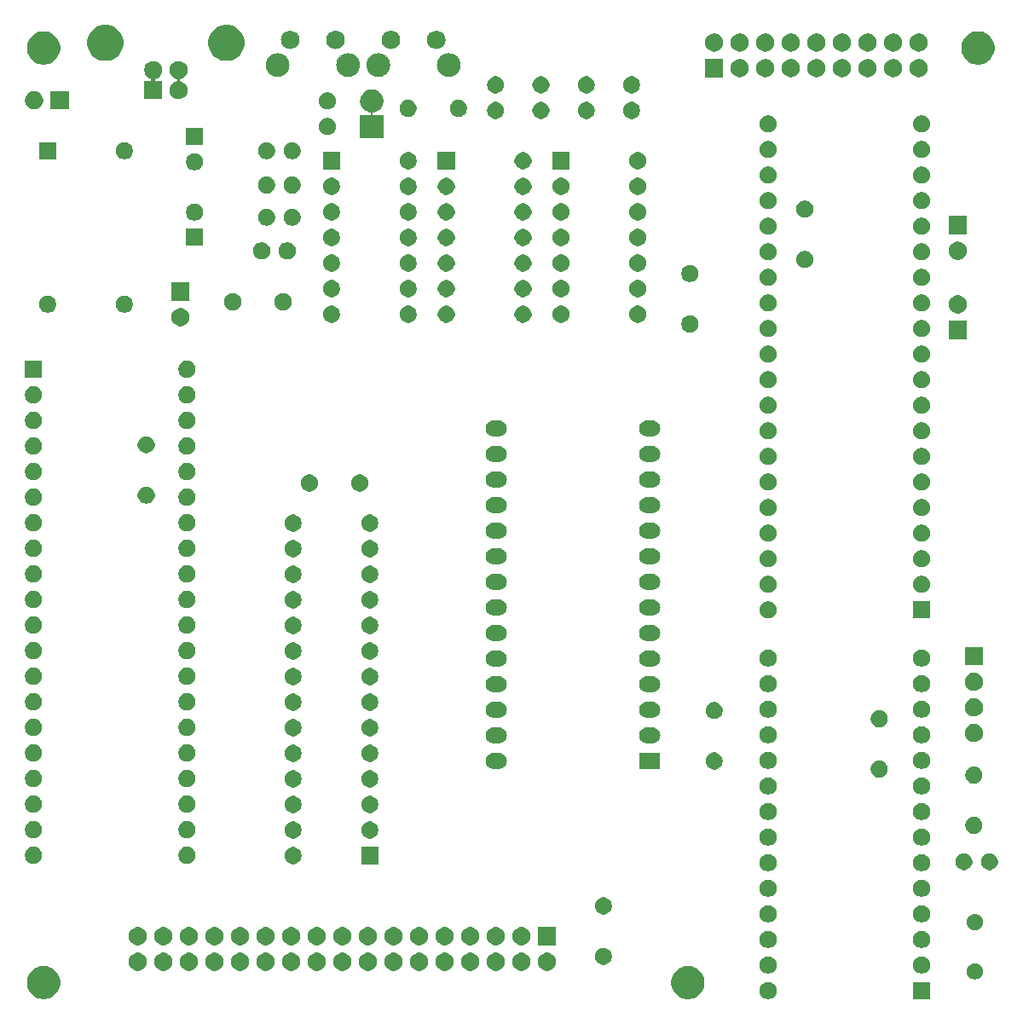
<source format=gbr>
G04 #@! TF.GenerationSoftware,KiCad,Pcbnew,5.1.5+dfsg1-2build2*
G04 #@! TF.CreationDate,2021-10-03T17:02:51+02:00*
G04 #@! TF.ProjectId,board6502,626f6172-6436-4353-9032-2e6b69636164,rev?*
G04 #@! TF.SameCoordinates,Original*
G04 #@! TF.FileFunction,Soldermask,Bot*
G04 #@! TF.FilePolarity,Negative*
%FSLAX46Y46*%
G04 Gerber Fmt 4.6, Leading zero omitted, Abs format (unit mm)*
G04 Created by KiCad (PCBNEW 5.1.5+dfsg1-2build2) date 2021-10-03 17:02:51*
%MOMM*%
%LPD*%
G04 APERTURE LIST*
%ADD10C,0.100000*%
G04 APERTURE END LIST*
D10*
X72993000Y-36300000D02*
G75*
G03X72993000Y-36300000I-1143000J0D01*
G01*
X78489000Y-33800000D02*
G75*
G03X78489000Y-33800000I-889000J0D01*
G01*
X73989000Y-33800000D02*
G75*
G03X73989000Y-33800000I-889000J0D01*
G01*
X79993000Y-36300000D02*
G75*
G03X79993000Y-36300000I-1143000J0D01*
G01*
X89993000Y-36300000D02*
G75*
G03X89993000Y-36300000I-1143000J0D01*
G01*
X83989000Y-33800000D02*
G75*
G03X83989000Y-33800000I-889000J0D01*
G01*
X88489000Y-33800000D02*
G75*
G03X88489000Y-33800000I-889000J0D01*
G01*
X82993000Y-36300000D02*
G75*
G03X82993000Y-36300000I-1143000J0D01*
G01*
G36*
X112965674Y-125789392D02*
G01*
X113081579Y-125812447D01*
X113294037Y-125900450D01*
X113342650Y-125920586D01*
X113382042Y-125936903D01*
X113652451Y-126117585D01*
X113882415Y-126347549D01*
X114006759Y-126533643D01*
X114063098Y-126617960D01*
X114187553Y-126918422D01*
X114217748Y-127070219D01*
X114251000Y-127237391D01*
X114251000Y-127562609D01*
X114187553Y-127881579D01*
X114063097Y-128182042D01*
X113882415Y-128452451D01*
X113652451Y-128682415D01*
X113382042Y-128863097D01*
X113081579Y-128987553D01*
X112975256Y-129008702D01*
X112762611Y-129051000D01*
X112437389Y-129051000D01*
X112224744Y-129008702D01*
X112118421Y-128987553D01*
X111817958Y-128863097D01*
X111547549Y-128682415D01*
X111317585Y-128452451D01*
X111136903Y-128182042D01*
X111012447Y-127881579D01*
X110949000Y-127562609D01*
X110949000Y-127237391D01*
X110982253Y-127070219D01*
X111012447Y-126918422D01*
X111136902Y-126617960D01*
X111193241Y-126533643D01*
X111317585Y-126347549D01*
X111547549Y-126117585D01*
X111817958Y-125936903D01*
X111857351Y-125920586D01*
X111905963Y-125900450D01*
X112118421Y-125812447D01*
X112234326Y-125789392D01*
X112437389Y-125749000D01*
X112762611Y-125749000D01*
X112965674Y-125789392D01*
G37*
G36*
X136651000Y-129051000D02*
G01*
X134949000Y-129051000D01*
X134949000Y-127349000D01*
X136651000Y-127349000D01*
X136651000Y-129051000D01*
G37*
G36*
X120808228Y-127381703D02*
G01*
X120963100Y-127445853D01*
X121102481Y-127538985D01*
X121221015Y-127657519D01*
X121314147Y-127796900D01*
X121378297Y-127951772D01*
X121411000Y-128116184D01*
X121411000Y-128283816D01*
X121378297Y-128448228D01*
X121314147Y-128603100D01*
X121221015Y-128742481D01*
X121102481Y-128861015D01*
X120963100Y-128954147D01*
X120808228Y-129018297D01*
X120643816Y-129051000D01*
X120476184Y-129051000D01*
X120311772Y-129018297D01*
X120156900Y-128954147D01*
X120017519Y-128861015D01*
X119898985Y-128742481D01*
X119805853Y-128603100D01*
X119741703Y-128448228D01*
X119709000Y-128283816D01*
X119709000Y-128116184D01*
X119741703Y-127951772D01*
X119805853Y-127796900D01*
X119898985Y-127657519D01*
X120017519Y-127538985D01*
X120156900Y-127445853D01*
X120311772Y-127381703D01*
X120476184Y-127349000D01*
X120643816Y-127349000D01*
X120808228Y-127381703D01*
G37*
G36*
X48965674Y-125789392D02*
G01*
X49081579Y-125812447D01*
X49294037Y-125900450D01*
X49342650Y-125920586D01*
X49382042Y-125936903D01*
X49652451Y-126117585D01*
X49882415Y-126347549D01*
X50006759Y-126533643D01*
X50063098Y-126617960D01*
X50187553Y-126918422D01*
X50217748Y-127070219D01*
X50251000Y-127237391D01*
X50251000Y-127562609D01*
X50187553Y-127881579D01*
X50063097Y-128182042D01*
X49882415Y-128452451D01*
X49652451Y-128682415D01*
X49382042Y-128863097D01*
X49081579Y-128987553D01*
X48975256Y-129008702D01*
X48762611Y-129051000D01*
X48437389Y-129051000D01*
X48224744Y-129008702D01*
X48118421Y-128987553D01*
X47817958Y-128863097D01*
X47547549Y-128682415D01*
X47317585Y-128452451D01*
X47136903Y-128182042D01*
X47012447Y-127881579D01*
X46949000Y-127562609D01*
X46949000Y-127237391D01*
X46982253Y-127070219D01*
X47012447Y-126918422D01*
X47136902Y-126617960D01*
X47193241Y-126533643D01*
X47317585Y-126347549D01*
X47547549Y-126117585D01*
X47817958Y-125936903D01*
X47857351Y-125920586D01*
X47905963Y-125900450D01*
X48118421Y-125812447D01*
X48234326Y-125789392D01*
X48437389Y-125749000D01*
X48762611Y-125749000D01*
X48965674Y-125789392D01*
G37*
G36*
X141333642Y-125529781D02*
G01*
X141479414Y-125590162D01*
X141479416Y-125590163D01*
X141610608Y-125677822D01*
X141722178Y-125789392D01*
X141805674Y-125914354D01*
X141809838Y-125920586D01*
X141870219Y-126066358D01*
X141901000Y-126221107D01*
X141901000Y-126378893D01*
X141870219Y-126533642D01*
X141835294Y-126617958D01*
X141809837Y-126679416D01*
X141722178Y-126810608D01*
X141610608Y-126922178D01*
X141479416Y-127009837D01*
X141479415Y-127009838D01*
X141479414Y-127009838D01*
X141333642Y-127070219D01*
X141178893Y-127101000D01*
X141021107Y-127101000D01*
X140866358Y-127070219D01*
X140720586Y-127009838D01*
X140720585Y-127009838D01*
X140720584Y-127009837D01*
X140589392Y-126922178D01*
X140477822Y-126810608D01*
X140390163Y-126679416D01*
X140364706Y-126617958D01*
X140329781Y-126533642D01*
X140299000Y-126378893D01*
X140299000Y-126221107D01*
X140329781Y-126066358D01*
X140390162Y-125920586D01*
X140394326Y-125914354D01*
X140477822Y-125789392D01*
X140589392Y-125677822D01*
X140720584Y-125590163D01*
X140720586Y-125590162D01*
X140866358Y-125529781D01*
X141021107Y-125499000D01*
X141178893Y-125499000D01*
X141333642Y-125529781D01*
G37*
G36*
X136048228Y-124841703D02*
G01*
X136203100Y-124905853D01*
X136342481Y-124998985D01*
X136461015Y-125117519D01*
X136554147Y-125256900D01*
X136618297Y-125411772D01*
X136651000Y-125576184D01*
X136651000Y-125743816D01*
X136618297Y-125908228D01*
X136554147Y-126063100D01*
X136461015Y-126202481D01*
X136342481Y-126321015D01*
X136203100Y-126414147D01*
X136048228Y-126478297D01*
X135883816Y-126511000D01*
X135716184Y-126511000D01*
X135551772Y-126478297D01*
X135396900Y-126414147D01*
X135257519Y-126321015D01*
X135138985Y-126202481D01*
X135045853Y-126063100D01*
X134981703Y-125908228D01*
X134949000Y-125743816D01*
X134949000Y-125576184D01*
X134981703Y-125411772D01*
X135045853Y-125256900D01*
X135138985Y-125117519D01*
X135257519Y-124998985D01*
X135396900Y-124905853D01*
X135551772Y-124841703D01*
X135716184Y-124809000D01*
X135883816Y-124809000D01*
X136048228Y-124841703D01*
G37*
G36*
X120808228Y-124841703D02*
G01*
X120963100Y-124905853D01*
X121102481Y-124998985D01*
X121221015Y-125117519D01*
X121314147Y-125256900D01*
X121378297Y-125411772D01*
X121411000Y-125576184D01*
X121411000Y-125743816D01*
X121378297Y-125908228D01*
X121314147Y-126063100D01*
X121221015Y-126202481D01*
X121102481Y-126321015D01*
X120963100Y-126414147D01*
X120808228Y-126478297D01*
X120643816Y-126511000D01*
X120476184Y-126511000D01*
X120311772Y-126478297D01*
X120156900Y-126414147D01*
X120017519Y-126321015D01*
X119898985Y-126202481D01*
X119805853Y-126063100D01*
X119741703Y-125908228D01*
X119709000Y-125743816D01*
X119709000Y-125576184D01*
X119741703Y-125411772D01*
X119805853Y-125256900D01*
X119898985Y-125117519D01*
X120017519Y-124998985D01*
X120156900Y-124905853D01*
X120311772Y-124841703D01*
X120476184Y-124809000D01*
X120643816Y-124809000D01*
X120808228Y-124841703D01*
G37*
G36*
X75853512Y-124443927D02*
G01*
X76002812Y-124473624D01*
X76166784Y-124541544D01*
X76314354Y-124640147D01*
X76439853Y-124765646D01*
X76538456Y-124913216D01*
X76606376Y-125077188D01*
X76641000Y-125251259D01*
X76641000Y-125428741D01*
X76606376Y-125602812D01*
X76538456Y-125766784D01*
X76439853Y-125914354D01*
X76314354Y-126039853D01*
X76166784Y-126138456D01*
X76002812Y-126206376D01*
X75853512Y-126236073D01*
X75828742Y-126241000D01*
X75651258Y-126241000D01*
X75626488Y-126236073D01*
X75477188Y-126206376D01*
X75313216Y-126138456D01*
X75165646Y-126039853D01*
X75040147Y-125914354D01*
X74941544Y-125766784D01*
X74873624Y-125602812D01*
X74839000Y-125428741D01*
X74839000Y-125251259D01*
X74873624Y-125077188D01*
X74941544Y-124913216D01*
X75040147Y-124765646D01*
X75165646Y-124640147D01*
X75313216Y-124541544D01*
X75477188Y-124473624D01*
X75626488Y-124443927D01*
X75651258Y-124439000D01*
X75828742Y-124439000D01*
X75853512Y-124443927D01*
G37*
G36*
X86013512Y-124443927D02*
G01*
X86162812Y-124473624D01*
X86326784Y-124541544D01*
X86474354Y-124640147D01*
X86599853Y-124765646D01*
X86698456Y-124913216D01*
X86766376Y-125077188D01*
X86801000Y-125251259D01*
X86801000Y-125428741D01*
X86766376Y-125602812D01*
X86698456Y-125766784D01*
X86599853Y-125914354D01*
X86474354Y-126039853D01*
X86326784Y-126138456D01*
X86162812Y-126206376D01*
X86013512Y-126236073D01*
X85988742Y-126241000D01*
X85811258Y-126241000D01*
X85786488Y-126236073D01*
X85637188Y-126206376D01*
X85473216Y-126138456D01*
X85325646Y-126039853D01*
X85200147Y-125914354D01*
X85101544Y-125766784D01*
X85033624Y-125602812D01*
X84999000Y-125428741D01*
X84999000Y-125251259D01*
X85033624Y-125077188D01*
X85101544Y-124913216D01*
X85200147Y-124765646D01*
X85325646Y-124640147D01*
X85473216Y-124541544D01*
X85637188Y-124473624D01*
X85786488Y-124443927D01*
X85811258Y-124439000D01*
X85988742Y-124439000D01*
X86013512Y-124443927D01*
G37*
G36*
X58073512Y-124443927D02*
G01*
X58222812Y-124473624D01*
X58386784Y-124541544D01*
X58534354Y-124640147D01*
X58659853Y-124765646D01*
X58758456Y-124913216D01*
X58826376Y-125077188D01*
X58861000Y-125251259D01*
X58861000Y-125428741D01*
X58826376Y-125602812D01*
X58758456Y-125766784D01*
X58659853Y-125914354D01*
X58534354Y-126039853D01*
X58386784Y-126138456D01*
X58222812Y-126206376D01*
X58073512Y-126236073D01*
X58048742Y-126241000D01*
X57871258Y-126241000D01*
X57846488Y-126236073D01*
X57697188Y-126206376D01*
X57533216Y-126138456D01*
X57385646Y-126039853D01*
X57260147Y-125914354D01*
X57161544Y-125766784D01*
X57093624Y-125602812D01*
X57059000Y-125428741D01*
X57059000Y-125251259D01*
X57093624Y-125077188D01*
X57161544Y-124913216D01*
X57260147Y-124765646D01*
X57385646Y-124640147D01*
X57533216Y-124541544D01*
X57697188Y-124473624D01*
X57846488Y-124443927D01*
X57871258Y-124439000D01*
X58048742Y-124439000D01*
X58073512Y-124443927D01*
G37*
G36*
X60613512Y-124443927D02*
G01*
X60762812Y-124473624D01*
X60926784Y-124541544D01*
X61074354Y-124640147D01*
X61199853Y-124765646D01*
X61298456Y-124913216D01*
X61366376Y-125077188D01*
X61401000Y-125251259D01*
X61401000Y-125428741D01*
X61366376Y-125602812D01*
X61298456Y-125766784D01*
X61199853Y-125914354D01*
X61074354Y-126039853D01*
X60926784Y-126138456D01*
X60762812Y-126206376D01*
X60613512Y-126236073D01*
X60588742Y-126241000D01*
X60411258Y-126241000D01*
X60386488Y-126236073D01*
X60237188Y-126206376D01*
X60073216Y-126138456D01*
X59925646Y-126039853D01*
X59800147Y-125914354D01*
X59701544Y-125766784D01*
X59633624Y-125602812D01*
X59599000Y-125428741D01*
X59599000Y-125251259D01*
X59633624Y-125077188D01*
X59701544Y-124913216D01*
X59800147Y-124765646D01*
X59925646Y-124640147D01*
X60073216Y-124541544D01*
X60237188Y-124473624D01*
X60386488Y-124443927D01*
X60411258Y-124439000D01*
X60588742Y-124439000D01*
X60613512Y-124443927D01*
G37*
G36*
X63153512Y-124443927D02*
G01*
X63302812Y-124473624D01*
X63466784Y-124541544D01*
X63614354Y-124640147D01*
X63739853Y-124765646D01*
X63838456Y-124913216D01*
X63906376Y-125077188D01*
X63941000Y-125251259D01*
X63941000Y-125428741D01*
X63906376Y-125602812D01*
X63838456Y-125766784D01*
X63739853Y-125914354D01*
X63614354Y-126039853D01*
X63466784Y-126138456D01*
X63302812Y-126206376D01*
X63153512Y-126236073D01*
X63128742Y-126241000D01*
X62951258Y-126241000D01*
X62926488Y-126236073D01*
X62777188Y-126206376D01*
X62613216Y-126138456D01*
X62465646Y-126039853D01*
X62340147Y-125914354D01*
X62241544Y-125766784D01*
X62173624Y-125602812D01*
X62139000Y-125428741D01*
X62139000Y-125251259D01*
X62173624Y-125077188D01*
X62241544Y-124913216D01*
X62340147Y-124765646D01*
X62465646Y-124640147D01*
X62613216Y-124541544D01*
X62777188Y-124473624D01*
X62926488Y-124443927D01*
X62951258Y-124439000D01*
X63128742Y-124439000D01*
X63153512Y-124443927D01*
G37*
G36*
X65693512Y-124443927D02*
G01*
X65842812Y-124473624D01*
X66006784Y-124541544D01*
X66154354Y-124640147D01*
X66279853Y-124765646D01*
X66378456Y-124913216D01*
X66446376Y-125077188D01*
X66481000Y-125251259D01*
X66481000Y-125428741D01*
X66446376Y-125602812D01*
X66378456Y-125766784D01*
X66279853Y-125914354D01*
X66154354Y-126039853D01*
X66006784Y-126138456D01*
X65842812Y-126206376D01*
X65693512Y-126236073D01*
X65668742Y-126241000D01*
X65491258Y-126241000D01*
X65466488Y-126236073D01*
X65317188Y-126206376D01*
X65153216Y-126138456D01*
X65005646Y-126039853D01*
X64880147Y-125914354D01*
X64781544Y-125766784D01*
X64713624Y-125602812D01*
X64679000Y-125428741D01*
X64679000Y-125251259D01*
X64713624Y-125077188D01*
X64781544Y-124913216D01*
X64880147Y-124765646D01*
X65005646Y-124640147D01*
X65153216Y-124541544D01*
X65317188Y-124473624D01*
X65466488Y-124443927D01*
X65491258Y-124439000D01*
X65668742Y-124439000D01*
X65693512Y-124443927D01*
G37*
G36*
X68233512Y-124443927D02*
G01*
X68382812Y-124473624D01*
X68546784Y-124541544D01*
X68694354Y-124640147D01*
X68819853Y-124765646D01*
X68918456Y-124913216D01*
X68986376Y-125077188D01*
X69021000Y-125251259D01*
X69021000Y-125428741D01*
X68986376Y-125602812D01*
X68918456Y-125766784D01*
X68819853Y-125914354D01*
X68694354Y-126039853D01*
X68546784Y-126138456D01*
X68382812Y-126206376D01*
X68233512Y-126236073D01*
X68208742Y-126241000D01*
X68031258Y-126241000D01*
X68006488Y-126236073D01*
X67857188Y-126206376D01*
X67693216Y-126138456D01*
X67545646Y-126039853D01*
X67420147Y-125914354D01*
X67321544Y-125766784D01*
X67253624Y-125602812D01*
X67219000Y-125428741D01*
X67219000Y-125251259D01*
X67253624Y-125077188D01*
X67321544Y-124913216D01*
X67420147Y-124765646D01*
X67545646Y-124640147D01*
X67693216Y-124541544D01*
X67857188Y-124473624D01*
X68006488Y-124443927D01*
X68031258Y-124439000D01*
X68208742Y-124439000D01*
X68233512Y-124443927D01*
G37*
G36*
X70773512Y-124443927D02*
G01*
X70922812Y-124473624D01*
X71086784Y-124541544D01*
X71234354Y-124640147D01*
X71359853Y-124765646D01*
X71458456Y-124913216D01*
X71526376Y-125077188D01*
X71561000Y-125251259D01*
X71561000Y-125428741D01*
X71526376Y-125602812D01*
X71458456Y-125766784D01*
X71359853Y-125914354D01*
X71234354Y-126039853D01*
X71086784Y-126138456D01*
X70922812Y-126206376D01*
X70773512Y-126236073D01*
X70748742Y-126241000D01*
X70571258Y-126241000D01*
X70546488Y-126236073D01*
X70397188Y-126206376D01*
X70233216Y-126138456D01*
X70085646Y-126039853D01*
X69960147Y-125914354D01*
X69861544Y-125766784D01*
X69793624Y-125602812D01*
X69759000Y-125428741D01*
X69759000Y-125251259D01*
X69793624Y-125077188D01*
X69861544Y-124913216D01*
X69960147Y-124765646D01*
X70085646Y-124640147D01*
X70233216Y-124541544D01*
X70397188Y-124473624D01*
X70546488Y-124443927D01*
X70571258Y-124439000D01*
X70748742Y-124439000D01*
X70773512Y-124443927D01*
G37*
G36*
X73313512Y-124443927D02*
G01*
X73462812Y-124473624D01*
X73626784Y-124541544D01*
X73774354Y-124640147D01*
X73899853Y-124765646D01*
X73998456Y-124913216D01*
X74066376Y-125077188D01*
X74101000Y-125251259D01*
X74101000Y-125428741D01*
X74066376Y-125602812D01*
X73998456Y-125766784D01*
X73899853Y-125914354D01*
X73774354Y-126039853D01*
X73626784Y-126138456D01*
X73462812Y-126206376D01*
X73313512Y-126236073D01*
X73288742Y-126241000D01*
X73111258Y-126241000D01*
X73086488Y-126236073D01*
X72937188Y-126206376D01*
X72773216Y-126138456D01*
X72625646Y-126039853D01*
X72500147Y-125914354D01*
X72401544Y-125766784D01*
X72333624Y-125602812D01*
X72299000Y-125428741D01*
X72299000Y-125251259D01*
X72333624Y-125077188D01*
X72401544Y-124913216D01*
X72500147Y-124765646D01*
X72625646Y-124640147D01*
X72773216Y-124541544D01*
X72937188Y-124473624D01*
X73086488Y-124443927D01*
X73111258Y-124439000D01*
X73288742Y-124439000D01*
X73313512Y-124443927D01*
G37*
G36*
X78393512Y-124443927D02*
G01*
X78542812Y-124473624D01*
X78706784Y-124541544D01*
X78854354Y-124640147D01*
X78979853Y-124765646D01*
X79078456Y-124913216D01*
X79146376Y-125077188D01*
X79181000Y-125251259D01*
X79181000Y-125428741D01*
X79146376Y-125602812D01*
X79078456Y-125766784D01*
X78979853Y-125914354D01*
X78854354Y-126039853D01*
X78706784Y-126138456D01*
X78542812Y-126206376D01*
X78393512Y-126236073D01*
X78368742Y-126241000D01*
X78191258Y-126241000D01*
X78166488Y-126236073D01*
X78017188Y-126206376D01*
X77853216Y-126138456D01*
X77705646Y-126039853D01*
X77580147Y-125914354D01*
X77481544Y-125766784D01*
X77413624Y-125602812D01*
X77379000Y-125428741D01*
X77379000Y-125251259D01*
X77413624Y-125077188D01*
X77481544Y-124913216D01*
X77580147Y-124765646D01*
X77705646Y-124640147D01*
X77853216Y-124541544D01*
X78017188Y-124473624D01*
X78166488Y-124443927D01*
X78191258Y-124439000D01*
X78368742Y-124439000D01*
X78393512Y-124443927D01*
G37*
G36*
X80933512Y-124443927D02*
G01*
X81082812Y-124473624D01*
X81246784Y-124541544D01*
X81394354Y-124640147D01*
X81519853Y-124765646D01*
X81618456Y-124913216D01*
X81686376Y-125077188D01*
X81721000Y-125251259D01*
X81721000Y-125428741D01*
X81686376Y-125602812D01*
X81618456Y-125766784D01*
X81519853Y-125914354D01*
X81394354Y-126039853D01*
X81246784Y-126138456D01*
X81082812Y-126206376D01*
X80933512Y-126236073D01*
X80908742Y-126241000D01*
X80731258Y-126241000D01*
X80706488Y-126236073D01*
X80557188Y-126206376D01*
X80393216Y-126138456D01*
X80245646Y-126039853D01*
X80120147Y-125914354D01*
X80021544Y-125766784D01*
X79953624Y-125602812D01*
X79919000Y-125428741D01*
X79919000Y-125251259D01*
X79953624Y-125077188D01*
X80021544Y-124913216D01*
X80120147Y-124765646D01*
X80245646Y-124640147D01*
X80393216Y-124541544D01*
X80557188Y-124473624D01*
X80706488Y-124443927D01*
X80731258Y-124439000D01*
X80908742Y-124439000D01*
X80933512Y-124443927D01*
G37*
G36*
X98713512Y-124443927D02*
G01*
X98862812Y-124473624D01*
X99026784Y-124541544D01*
X99174354Y-124640147D01*
X99299853Y-124765646D01*
X99398456Y-124913216D01*
X99466376Y-125077188D01*
X99501000Y-125251259D01*
X99501000Y-125428741D01*
X99466376Y-125602812D01*
X99398456Y-125766784D01*
X99299853Y-125914354D01*
X99174354Y-126039853D01*
X99026784Y-126138456D01*
X98862812Y-126206376D01*
X98713512Y-126236073D01*
X98688742Y-126241000D01*
X98511258Y-126241000D01*
X98486488Y-126236073D01*
X98337188Y-126206376D01*
X98173216Y-126138456D01*
X98025646Y-126039853D01*
X97900147Y-125914354D01*
X97801544Y-125766784D01*
X97733624Y-125602812D01*
X97699000Y-125428741D01*
X97699000Y-125251259D01*
X97733624Y-125077188D01*
X97801544Y-124913216D01*
X97900147Y-124765646D01*
X98025646Y-124640147D01*
X98173216Y-124541544D01*
X98337188Y-124473624D01*
X98486488Y-124443927D01*
X98511258Y-124439000D01*
X98688742Y-124439000D01*
X98713512Y-124443927D01*
G37*
G36*
X83473512Y-124443927D02*
G01*
X83622812Y-124473624D01*
X83786784Y-124541544D01*
X83934354Y-124640147D01*
X84059853Y-124765646D01*
X84158456Y-124913216D01*
X84226376Y-125077188D01*
X84261000Y-125251259D01*
X84261000Y-125428741D01*
X84226376Y-125602812D01*
X84158456Y-125766784D01*
X84059853Y-125914354D01*
X83934354Y-126039853D01*
X83786784Y-126138456D01*
X83622812Y-126206376D01*
X83473512Y-126236073D01*
X83448742Y-126241000D01*
X83271258Y-126241000D01*
X83246488Y-126236073D01*
X83097188Y-126206376D01*
X82933216Y-126138456D01*
X82785646Y-126039853D01*
X82660147Y-125914354D01*
X82561544Y-125766784D01*
X82493624Y-125602812D01*
X82459000Y-125428741D01*
X82459000Y-125251259D01*
X82493624Y-125077188D01*
X82561544Y-124913216D01*
X82660147Y-124765646D01*
X82785646Y-124640147D01*
X82933216Y-124541544D01*
X83097188Y-124473624D01*
X83246488Y-124443927D01*
X83271258Y-124439000D01*
X83448742Y-124439000D01*
X83473512Y-124443927D01*
G37*
G36*
X93633512Y-124443927D02*
G01*
X93782812Y-124473624D01*
X93946784Y-124541544D01*
X94094354Y-124640147D01*
X94219853Y-124765646D01*
X94318456Y-124913216D01*
X94386376Y-125077188D01*
X94421000Y-125251259D01*
X94421000Y-125428741D01*
X94386376Y-125602812D01*
X94318456Y-125766784D01*
X94219853Y-125914354D01*
X94094354Y-126039853D01*
X93946784Y-126138456D01*
X93782812Y-126206376D01*
X93633512Y-126236073D01*
X93608742Y-126241000D01*
X93431258Y-126241000D01*
X93406488Y-126236073D01*
X93257188Y-126206376D01*
X93093216Y-126138456D01*
X92945646Y-126039853D01*
X92820147Y-125914354D01*
X92721544Y-125766784D01*
X92653624Y-125602812D01*
X92619000Y-125428741D01*
X92619000Y-125251259D01*
X92653624Y-125077188D01*
X92721544Y-124913216D01*
X92820147Y-124765646D01*
X92945646Y-124640147D01*
X93093216Y-124541544D01*
X93257188Y-124473624D01*
X93406488Y-124443927D01*
X93431258Y-124439000D01*
X93608742Y-124439000D01*
X93633512Y-124443927D01*
G37*
G36*
X91093512Y-124443927D02*
G01*
X91242812Y-124473624D01*
X91406784Y-124541544D01*
X91554354Y-124640147D01*
X91679853Y-124765646D01*
X91778456Y-124913216D01*
X91846376Y-125077188D01*
X91881000Y-125251259D01*
X91881000Y-125428741D01*
X91846376Y-125602812D01*
X91778456Y-125766784D01*
X91679853Y-125914354D01*
X91554354Y-126039853D01*
X91406784Y-126138456D01*
X91242812Y-126206376D01*
X91093512Y-126236073D01*
X91068742Y-126241000D01*
X90891258Y-126241000D01*
X90866488Y-126236073D01*
X90717188Y-126206376D01*
X90553216Y-126138456D01*
X90405646Y-126039853D01*
X90280147Y-125914354D01*
X90181544Y-125766784D01*
X90113624Y-125602812D01*
X90079000Y-125428741D01*
X90079000Y-125251259D01*
X90113624Y-125077188D01*
X90181544Y-124913216D01*
X90280147Y-124765646D01*
X90405646Y-124640147D01*
X90553216Y-124541544D01*
X90717188Y-124473624D01*
X90866488Y-124443927D01*
X90891258Y-124439000D01*
X91068742Y-124439000D01*
X91093512Y-124443927D01*
G37*
G36*
X88553512Y-124443927D02*
G01*
X88702812Y-124473624D01*
X88866784Y-124541544D01*
X89014354Y-124640147D01*
X89139853Y-124765646D01*
X89238456Y-124913216D01*
X89306376Y-125077188D01*
X89341000Y-125251259D01*
X89341000Y-125428741D01*
X89306376Y-125602812D01*
X89238456Y-125766784D01*
X89139853Y-125914354D01*
X89014354Y-126039853D01*
X88866784Y-126138456D01*
X88702812Y-126206376D01*
X88553512Y-126236073D01*
X88528742Y-126241000D01*
X88351258Y-126241000D01*
X88326488Y-126236073D01*
X88177188Y-126206376D01*
X88013216Y-126138456D01*
X87865646Y-126039853D01*
X87740147Y-125914354D01*
X87641544Y-125766784D01*
X87573624Y-125602812D01*
X87539000Y-125428741D01*
X87539000Y-125251259D01*
X87573624Y-125077188D01*
X87641544Y-124913216D01*
X87740147Y-124765646D01*
X87865646Y-124640147D01*
X88013216Y-124541544D01*
X88177188Y-124473624D01*
X88326488Y-124443927D01*
X88351258Y-124439000D01*
X88528742Y-124439000D01*
X88553512Y-124443927D01*
G37*
G36*
X96173512Y-124443927D02*
G01*
X96322812Y-124473624D01*
X96486784Y-124541544D01*
X96634354Y-124640147D01*
X96759853Y-124765646D01*
X96858456Y-124913216D01*
X96926376Y-125077188D01*
X96961000Y-125251259D01*
X96961000Y-125428741D01*
X96926376Y-125602812D01*
X96858456Y-125766784D01*
X96759853Y-125914354D01*
X96634354Y-126039853D01*
X96486784Y-126138456D01*
X96322812Y-126206376D01*
X96173512Y-126236073D01*
X96148742Y-126241000D01*
X95971258Y-126241000D01*
X95946488Y-126236073D01*
X95797188Y-126206376D01*
X95633216Y-126138456D01*
X95485646Y-126039853D01*
X95360147Y-125914354D01*
X95261544Y-125766784D01*
X95193624Y-125602812D01*
X95159000Y-125428741D01*
X95159000Y-125251259D01*
X95193624Y-125077188D01*
X95261544Y-124913216D01*
X95360147Y-124765646D01*
X95485646Y-124640147D01*
X95633216Y-124541544D01*
X95797188Y-124473624D01*
X95946488Y-124443927D01*
X95971258Y-124439000D01*
X96148742Y-124439000D01*
X96173512Y-124443927D01*
G37*
G36*
X104448228Y-123981703D02*
G01*
X104603100Y-124045853D01*
X104742481Y-124138985D01*
X104861015Y-124257519D01*
X104954147Y-124396900D01*
X105018297Y-124551772D01*
X105051000Y-124716184D01*
X105051000Y-124883816D01*
X105018297Y-125048228D01*
X104954147Y-125203100D01*
X104861015Y-125342481D01*
X104742481Y-125461015D01*
X104603100Y-125554147D01*
X104448228Y-125618297D01*
X104283816Y-125651000D01*
X104116184Y-125651000D01*
X103951772Y-125618297D01*
X103796900Y-125554147D01*
X103657519Y-125461015D01*
X103538985Y-125342481D01*
X103445853Y-125203100D01*
X103381703Y-125048228D01*
X103349000Y-124883816D01*
X103349000Y-124716184D01*
X103381703Y-124551772D01*
X103445853Y-124396900D01*
X103538985Y-124257519D01*
X103657519Y-124138985D01*
X103796900Y-124045853D01*
X103951772Y-123981703D01*
X104116184Y-123949000D01*
X104283816Y-123949000D01*
X104448228Y-123981703D01*
G37*
G36*
X136048228Y-122301703D02*
G01*
X136203100Y-122365853D01*
X136342481Y-122458985D01*
X136461015Y-122577519D01*
X136554147Y-122716900D01*
X136618297Y-122871772D01*
X136651000Y-123036184D01*
X136651000Y-123203816D01*
X136618297Y-123368228D01*
X136554147Y-123523100D01*
X136461015Y-123662481D01*
X136342481Y-123781015D01*
X136203100Y-123874147D01*
X136048228Y-123938297D01*
X135883816Y-123971000D01*
X135716184Y-123971000D01*
X135551772Y-123938297D01*
X135396900Y-123874147D01*
X135257519Y-123781015D01*
X135138985Y-123662481D01*
X135045853Y-123523100D01*
X134981703Y-123368228D01*
X134949000Y-123203816D01*
X134949000Y-123036184D01*
X134981703Y-122871772D01*
X135045853Y-122716900D01*
X135138985Y-122577519D01*
X135257519Y-122458985D01*
X135396900Y-122365853D01*
X135551772Y-122301703D01*
X135716184Y-122269000D01*
X135883816Y-122269000D01*
X136048228Y-122301703D01*
G37*
G36*
X120808228Y-122301703D02*
G01*
X120963100Y-122365853D01*
X121102481Y-122458985D01*
X121221015Y-122577519D01*
X121314147Y-122716900D01*
X121378297Y-122871772D01*
X121411000Y-123036184D01*
X121411000Y-123203816D01*
X121378297Y-123368228D01*
X121314147Y-123523100D01*
X121221015Y-123662481D01*
X121102481Y-123781015D01*
X120963100Y-123874147D01*
X120808228Y-123938297D01*
X120643816Y-123971000D01*
X120476184Y-123971000D01*
X120311772Y-123938297D01*
X120156900Y-123874147D01*
X120017519Y-123781015D01*
X119898985Y-123662481D01*
X119805853Y-123523100D01*
X119741703Y-123368228D01*
X119709000Y-123203816D01*
X119709000Y-123036184D01*
X119741703Y-122871772D01*
X119805853Y-122716900D01*
X119898985Y-122577519D01*
X120017519Y-122458985D01*
X120156900Y-122365853D01*
X120311772Y-122301703D01*
X120476184Y-122269000D01*
X120643816Y-122269000D01*
X120808228Y-122301703D01*
G37*
G36*
X70773512Y-121903927D02*
G01*
X70922812Y-121933624D01*
X71086784Y-122001544D01*
X71234354Y-122100147D01*
X71359853Y-122225646D01*
X71458456Y-122373216D01*
X71526376Y-122537188D01*
X71561000Y-122711259D01*
X71561000Y-122888741D01*
X71526376Y-123062812D01*
X71458456Y-123226784D01*
X71359853Y-123374354D01*
X71234354Y-123499853D01*
X71086784Y-123598456D01*
X70922812Y-123666376D01*
X70773512Y-123696073D01*
X70748742Y-123701000D01*
X70571258Y-123701000D01*
X70546488Y-123696073D01*
X70397188Y-123666376D01*
X70233216Y-123598456D01*
X70085646Y-123499853D01*
X69960147Y-123374354D01*
X69861544Y-123226784D01*
X69793624Y-123062812D01*
X69759000Y-122888741D01*
X69759000Y-122711259D01*
X69793624Y-122537188D01*
X69861544Y-122373216D01*
X69960147Y-122225646D01*
X70085646Y-122100147D01*
X70233216Y-122001544D01*
X70397188Y-121933624D01*
X70546488Y-121903927D01*
X70571258Y-121899000D01*
X70748742Y-121899000D01*
X70773512Y-121903927D01*
G37*
G36*
X91093512Y-121903927D02*
G01*
X91242812Y-121933624D01*
X91406784Y-122001544D01*
X91554354Y-122100147D01*
X91679853Y-122225646D01*
X91778456Y-122373216D01*
X91846376Y-122537188D01*
X91881000Y-122711259D01*
X91881000Y-122888741D01*
X91846376Y-123062812D01*
X91778456Y-123226784D01*
X91679853Y-123374354D01*
X91554354Y-123499853D01*
X91406784Y-123598456D01*
X91242812Y-123666376D01*
X91093512Y-123696073D01*
X91068742Y-123701000D01*
X90891258Y-123701000D01*
X90866488Y-123696073D01*
X90717188Y-123666376D01*
X90553216Y-123598456D01*
X90405646Y-123499853D01*
X90280147Y-123374354D01*
X90181544Y-123226784D01*
X90113624Y-123062812D01*
X90079000Y-122888741D01*
X90079000Y-122711259D01*
X90113624Y-122537188D01*
X90181544Y-122373216D01*
X90280147Y-122225646D01*
X90405646Y-122100147D01*
X90553216Y-122001544D01*
X90717188Y-121933624D01*
X90866488Y-121903927D01*
X90891258Y-121899000D01*
X91068742Y-121899000D01*
X91093512Y-121903927D01*
G37*
G36*
X93633512Y-121903927D02*
G01*
X93782812Y-121933624D01*
X93946784Y-122001544D01*
X94094354Y-122100147D01*
X94219853Y-122225646D01*
X94318456Y-122373216D01*
X94386376Y-122537188D01*
X94421000Y-122711259D01*
X94421000Y-122888741D01*
X94386376Y-123062812D01*
X94318456Y-123226784D01*
X94219853Y-123374354D01*
X94094354Y-123499853D01*
X93946784Y-123598456D01*
X93782812Y-123666376D01*
X93633512Y-123696073D01*
X93608742Y-123701000D01*
X93431258Y-123701000D01*
X93406488Y-123696073D01*
X93257188Y-123666376D01*
X93093216Y-123598456D01*
X92945646Y-123499853D01*
X92820147Y-123374354D01*
X92721544Y-123226784D01*
X92653624Y-123062812D01*
X92619000Y-122888741D01*
X92619000Y-122711259D01*
X92653624Y-122537188D01*
X92721544Y-122373216D01*
X92820147Y-122225646D01*
X92945646Y-122100147D01*
X93093216Y-122001544D01*
X93257188Y-121933624D01*
X93406488Y-121903927D01*
X93431258Y-121899000D01*
X93608742Y-121899000D01*
X93633512Y-121903927D01*
G37*
G36*
X88553512Y-121903927D02*
G01*
X88702812Y-121933624D01*
X88866784Y-122001544D01*
X89014354Y-122100147D01*
X89139853Y-122225646D01*
X89238456Y-122373216D01*
X89306376Y-122537188D01*
X89341000Y-122711259D01*
X89341000Y-122888741D01*
X89306376Y-123062812D01*
X89238456Y-123226784D01*
X89139853Y-123374354D01*
X89014354Y-123499853D01*
X88866784Y-123598456D01*
X88702812Y-123666376D01*
X88553512Y-123696073D01*
X88528742Y-123701000D01*
X88351258Y-123701000D01*
X88326488Y-123696073D01*
X88177188Y-123666376D01*
X88013216Y-123598456D01*
X87865646Y-123499853D01*
X87740147Y-123374354D01*
X87641544Y-123226784D01*
X87573624Y-123062812D01*
X87539000Y-122888741D01*
X87539000Y-122711259D01*
X87573624Y-122537188D01*
X87641544Y-122373216D01*
X87740147Y-122225646D01*
X87865646Y-122100147D01*
X88013216Y-122001544D01*
X88177188Y-121933624D01*
X88326488Y-121903927D01*
X88351258Y-121899000D01*
X88528742Y-121899000D01*
X88553512Y-121903927D01*
G37*
G36*
X96173512Y-121903927D02*
G01*
X96322812Y-121933624D01*
X96486784Y-122001544D01*
X96634354Y-122100147D01*
X96759853Y-122225646D01*
X96858456Y-122373216D01*
X96926376Y-122537188D01*
X96961000Y-122711259D01*
X96961000Y-122888741D01*
X96926376Y-123062812D01*
X96858456Y-123226784D01*
X96759853Y-123374354D01*
X96634354Y-123499853D01*
X96486784Y-123598456D01*
X96322812Y-123666376D01*
X96173512Y-123696073D01*
X96148742Y-123701000D01*
X95971258Y-123701000D01*
X95946488Y-123696073D01*
X95797188Y-123666376D01*
X95633216Y-123598456D01*
X95485646Y-123499853D01*
X95360147Y-123374354D01*
X95261544Y-123226784D01*
X95193624Y-123062812D01*
X95159000Y-122888741D01*
X95159000Y-122711259D01*
X95193624Y-122537188D01*
X95261544Y-122373216D01*
X95360147Y-122225646D01*
X95485646Y-122100147D01*
X95633216Y-122001544D01*
X95797188Y-121933624D01*
X95946488Y-121903927D01*
X95971258Y-121899000D01*
X96148742Y-121899000D01*
X96173512Y-121903927D01*
G37*
G36*
X83473512Y-121903927D02*
G01*
X83622812Y-121933624D01*
X83786784Y-122001544D01*
X83934354Y-122100147D01*
X84059853Y-122225646D01*
X84158456Y-122373216D01*
X84226376Y-122537188D01*
X84261000Y-122711259D01*
X84261000Y-122888741D01*
X84226376Y-123062812D01*
X84158456Y-123226784D01*
X84059853Y-123374354D01*
X83934354Y-123499853D01*
X83786784Y-123598456D01*
X83622812Y-123666376D01*
X83473512Y-123696073D01*
X83448742Y-123701000D01*
X83271258Y-123701000D01*
X83246488Y-123696073D01*
X83097188Y-123666376D01*
X82933216Y-123598456D01*
X82785646Y-123499853D01*
X82660147Y-123374354D01*
X82561544Y-123226784D01*
X82493624Y-123062812D01*
X82459000Y-122888741D01*
X82459000Y-122711259D01*
X82493624Y-122537188D01*
X82561544Y-122373216D01*
X82660147Y-122225646D01*
X82785646Y-122100147D01*
X82933216Y-122001544D01*
X83097188Y-121933624D01*
X83246488Y-121903927D01*
X83271258Y-121899000D01*
X83448742Y-121899000D01*
X83473512Y-121903927D01*
G37*
G36*
X99501000Y-123701000D02*
G01*
X97699000Y-123701000D01*
X97699000Y-121899000D01*
X99501000Y-121899000D01*
X99501000Y-123701000D01*
G37*
G36*
X63153512Y-121903927D02*
G01*
X63302812Y-121933624D01*
X63466784Y-122001544D01*
X63614354Y-122100147D01*
X63739853Y-122225646D01*
X63838456Y-122373216D01*
X63906376Y-122537188D01*
X63941000Y-122711259D01*
X63941000Y-122888741D01*
X63906376Y-123062812D01*
X63838456Y-123226784D01*
X63739853Y-123374354D01*
X63614354Y-123499853D01*
X63466784Y-123598456D01*
X63302812Y-123666376D01*
X63153512Y-123696073D01*
X63128742Y-123701000D01*
X62951258Y-123701000D01*
X62926488Y-123696073D01*
X62777188Y-123666376D01*
X62613216Y-123598456D01*
X62465646Y-123499853D01*
X62340147Y-123374354D01*
X62241544Y-123226784D01*
X62173624Y-123062812D01*
X62139000Y-122888741D01*
X62139000Y-122711259D01*
X62173624Y-122537188D01*
X62241544Y-122373216D01*
X62340147Y-122225646D01*
X62465646Y-122100147D01*
X62613216Y-122001544D01*
X62777188Y-121933624D01*
X62926488Y-121903927D01*
X62951258Y-121899000D01*
X63128742Y-121899000D01*
X63153512Y-121903927D01*
G37*
G36*
X65693512Y-121903927D02*
G01*
X65842812Y-121933624D01*
X66006784Y-122001544D01*
X66154354Y-122100147D01*
X66279853Y-122225646D01*
X66378456Y-122373216D01*
X66446376Y-122537188D01*
X66481000Y-122711259D01*
X66481000Y-122888741D01*
X66446376Y-123062812D01*
X66378456Y-123226784D01*
X66279853Y-123374354D01*
X66154354Y-123499853D01*
X66006784Y-123598456D01*
X65842812Y-123666376D01*
X65693512Y-123696073D01*
X65668742Y-123701000D01*
X65491258Y-123701000D01*
X65466488Y-123696073D01*
X65317188Y-123666376D01*
X65153216Y-123598456D01*
X65005646Y-123499853D01*
X64880147Y-123374354D01*
X64781544Y-123226784D01*
X64713624Y-123062812D01*
X64679000Y-122888741D01*
X64679000Y-122711259D01*
X64713624Y-122537188D01*
X64781544Y-122373216D01*
X64880147Y-122225646D01*
X65005646Y-122100147D01*
X65153216Y-122001544D01*
X65317188Y-121933624D01*
X65466488Y-121903927D01*
X65491258Y-121899000D01*
X65668742Y-121899000D01*
X65693512Y-121903927D01*
G37*
G36*
X58073512Y-121903927D02*
G01*
X58222812Y-121933624D01*
X58386784Y-122001544D01*
X58534354Y-122100147D01*
X58659853Y-122225646D01*
X58758456Y-122373216D01*
X58826376Y-122537188D01*
X58861000Y-122711259D01*
X58861000Y-122888741D01*
X58826376Y-123062812D01*
X58758456Y-123226784D01*
X58659853Y-123374354D01*
X58534354Y-123499853D01*
X58386784Y-123598456D01*
X58222812Y-123666376D01*
X58073512Y-123696073D01*
X58048742Y-123701000D01*
X57871258Y-123701000D01*
X57846488Y-123696073D01*
X57697188Y-123666376D01*
X57533216Y-123598456D01*
X57385646Y-123499853D01*
X57260147Y-123374354D01*
X57161544Y-123226784D01*
X57093624Y-123062812D01*
X57059000Y-122888741D01*
X57059000Y-122711259D01*
X57093624Y-122537188D01*
X57161544Y-122373216D01*
X57260147Y-122225646D01*
X57385646Y-122100147D01*
X57533216Y-122001544D01*
X57697188Y-121933624D01*
X57846488Y-121903927D01*
X57871258Y-121899000D01*
X58048742Y-121899000D01*
X58073512Y-121903927D01*
G37*
G36*
X68233512Y-121903927D02*
G01*
X68382812Y-121933624D01*
X68546784Y-122001544D01*
X68694354Y-122100147D01*
X68819853Y-122225646D01*
X68918456Y-122373216D01*
X68986376Y-122537188D01*
X69021000Y-122711259D01*
X69021000Y-122888741D01*
X68986376Y-123062812D01*
X68918456Y-123226784D01*
X68819853Y-123374354D01*
X68694354Y-123499853D01*
X68546784Y-123598456D01*
X68382812Y-123666376D01*
X68233512Y-123696073D01*
X68208742Y-123701000D01*
X68031258Y-123701000D01*
X68006488Y-123696073D01*
X67857188Y-123666376D01*
X67693216Y-123598456D01*
X67545646Y-123499853D01*
X67420147Y-123374354D01*
X67321544Y-123226784D01*
X67253624Y-123062812D01*
X67219000Y-122888741D01*
X67219000Y-122711259D01*
X67253624Y-122537188D01*
X67321544Y-122373216D01*
X67420147Y-122225646D01*
X67545646Y-122100147D01*
X67693216Y-122001544D01*
X67857188Y-121933624D01*
X68006488Y-121903927D01*
X68031258Y-121899000D01*
X68208742Y-121899000D01*
X68233512Y-121903927D01*
G37*
G36*
X60613512Y-121903927D02*
G01*
X60762812Y-121933624D01*
X60926784Y-122001544D01*
X61074354Y-122100147D01*
X61199853Y-122225646D01*
X61298456Y-122373216D01*
X61366376Y-122537188D01*
X61401000Y-122711259D01*
X61401000Y-122888741D01*
X61366376Y-123062812D01*
X61298456Y-123226784D01*
X61199853Y-123374354D01*
X61074354Y-123499853D01*
X60926784Y-123598456D01*
X60762812Y-123666376D01*
X60613512Y-123696073D01*
X60588742Y-123701000D01*
X60411258Y-123701000D01*
X60386488Y-123696073D01*
X60237188Y-123666376D01*
X60073216Y-123598456D01*
X59925646Y-123499853D01*
X59800147Y-123374354D01*
X59701544Y-123226784D01*
X59633624Y-123062812D01*
X59599000Y-122888741D01*
X59599000Y-122711259D01*
X59633624Y-122537188D01*
X59701544Y-122373216D01*
X59800147Y-122225646D01*
X59925646Y-122100147D01*
X60073216Y-122001544D01*
X60237188Y-121933624D01*
X60386488Y-121903927D01*
X60411258Y-121899000D01*
X60588742Y-121899000D01*
X60613512Y-121903927D01*
G37*
G36*
X73313512Y-121903927D02*
G01*
X73462812Y-121933624D01*
X73626784Y-122001544D01*
X73774354Y-122100147D01*
X73899853Y-122225646D01*
X73998456Y-122373216D01*
X74066376Y-122537188D01*
X74101000Y-122711259D01*
X74101000Y-122888741D01*
X74066376Y-123062812D01*
X73998456Y-123226784D01*
X73899853Y-123374354D01*
X73774354Y-123499853D01*
X73626784Y-123598456D01*
X73462812Y-123666376D01*
X73313512Y-123696073D01*
X73288742Y-123701000D01*
X73111258Y-123701000D01*
X73086488Y-123696073D01*
X72937188Y-123666376D01*
X72773216Y-123598456D01*
X72625646Y-123499853D01*
X72500147Y-123374354D01*
X72401544Y-123226784D01*
X72333624Y-123062812D01*
X72299000Y-122888741D01*
X72299000Y-122711259D01*
X72333624Y-122537188D01*
X72401544Y-122373216D01*
X72500147Y-122225646D01*
X72625646Y-122100147D01*
X72773216Y-122001544D01*
X72937188Y-121933624D01*
X73086488Y-121903927D01*
X73111258Y-121899000D01*
X73288742Y-121899000D01*
X73313512Y-121903927D01*
G37*
G36*
X86013512Y-121903927D02*
G01*
X86162812Y-121933624D01*
X86326784Y-122001544D01*
X86474354Y-122100147D01*
X86599853Y-122225646D01*
X86698456Y-122373216D01*
X86766376Y-122537188D01*
X86801000Y-122711259D01*
X86801000Y-122888741D01*
X86766376Y-123062812D01*
X86698456Y-123226784D01*
X86599853Y-123374354D01*
X86474354Y-123499853D01*
X86326784Y-123598456D01*
X86162812Y-123666376D01*
X86013512Y-123696073D01*
X85988742Y-123701000D01*
X85811258Y-123701000D01*
X85786488Y-123696073D01*
X85637188Y-123666376D01*
X85473216Y-123598456D01*
X85325646Y-123499853D01*
X85200147Y-123374354D01*
X85101544Y-123226784D01*
X85033624Y-123062812D01*
X84999000Y-122888741D01*
X84999000Y-122711259D01*
X85033624Y-122537188D01*
X85101544Y-122373216D01*
X85200147Y-122225646D01*
X85325646Y-122100147D01*
X85473216Y-122001544D01*
X85637188Y-121933624D01*
X85786488Y-121903927D01*
X85811258Y-121899000D01*
X85988742Y-121899000D01*
X86013512Y-121903927D01*
G37*
G36*
X75853512Y-121903927D02*
G01*
X76002812Y-121933624D01*
X76166784Y-122001544D01*
X76314354Y-122100147D01*
X76439853Y-122225646D01*
X76538456Y-122373216D01*
X76606376Y-122537188D01*
X76641000Y-122711259D01*
X76641000Y-122888741D01*
X76606376Y-123062812D01*
X76538456Y-123226784D01*
X76439853Y-123374354D01*
X76314354Y-123499853D01*
X76166784Y-123598456D01*
X76002812Y-123666376D01*
X75853512Y-123696073D01*
X75828742Y-123701000D01*
X75651258Y-123701000D01*
X75626488Y-123696073D01*
X75477188Y-123666376D01*
X75313216Y-123598456D01*
X75165646Y-123499853D01*
X75040147Y-123374354D01*
X74941544Y-123226784D01*
X74873624Y-123062812D01*
X74839000Y-122888741D01*
X74839000Y-122711259D01*
X74873624Y-122537188D01*
X74941544Y-122373216D01*
X75040147Y-122225646D01*
X75165646Y-122100147D01*
X75313216Y-122001544D01*
X75477188Y-121933624D01*
X75626488Y-121903927D01*
X75651258Y-121899000D01*
X75828742Y-121899000D01*
X75853512Y-121903927D01*
G37*
G36*
X78393512Y-121903927D02*
G01*
X78542812Y-121933624D01*
X78706784Y-122001544D01*
X78854354Y-122100147D01*
X78979853Y-122225646D01*
X79078456Y-122373216D01*
X79146376Y-122537188D01*
X79181000Y-122711259D01*
X79181000Y-122888741D01*
X79146376Y-123062812D01*
X79078456Y-123226784D01*
X78979853Y-123374354D01*
X78854354Y-123499853D01*
X78706784Y-123598456D01*
X78542812Y-123666376D01*
X78393512Y-123696073D01*
X78368742Y-123701000D01*
X78191258Y-123701000D01*
X78166488Y-123696073D01*
X78017188Y-123666376D01*
X77853216Y-123598456D01*
X77705646Y-123499853D01*
X77580147Y-123374354D01*
X77481544Y-123226784D01*
X77413624Y-123062812D01*
X77379000Y-122888741D01*
X77379000Y-122711259D01*
X77413624Y-122537188D01*
X77481544Y-122373216D01*
X77580147Y-122225646D01*
X77705646Y-122100147D01*
X77853216Y-122001544D01*
X78017188Y-121933624D01*
X78166488Y-121903927D01*
X78191258Y-121899000D01*
X78368742Y-121899000D01*
X78393512Y-121903927D01*
G37*
G36*
X80933512Y-121903927D02*
G01*
X81082812Y-121933624D01*
X81246784Y-122001544D01*
X81394354Y-122100147D01*
X81519853Y-122225646D01*
X81618456Y-122373216D01*
X81686376Y-122537188D01*
X81721000Y-122711259D01*
X81721000Y-122888741D01*
X81686376Y-123062812D01*
X81618456Y-123226784D01*
X81519853Y-123374354D01*
X81394354Y-123499853D01*
X81246784Y-123598456D01*
X81082812Y-123666376D01*
X80933512Y-123696073D01*
X80908742Y-123701000D01*
X80731258Y-123701000D01*
X80706488Y-123696073D01*
X80557188Y-123666376D01*
X80393216Y-123598456D01*
X80245646Y-123499853D01*
X80120147Y-123374354D01*
X80021544Y-123226784D01*
X79953624Y-123062812D01*
X79919000Y-122888741D01*
X79919000Y-122711259D01*
X79953624Y-122537188D01*
X80021544Y-122373216D01*
X80120147Y-122225646D01*
X80245646Y-122100147D01*
X80393216Y-122001544D01*
X80557188Y-121933624D01*
X80706488Y-121903927D01*
X80731258Y-121899000D01*
X80908742Y-121899000D01*
X80933512Y-121903927D01*
G37*
G36*
X141333642Y-120629781D02*
G01*
X141415809Y-120663816D01*
X141479416Y-120690163D01*
X141610608Y-120777822D01*
X141722178Y-120889392D01*
X141784789Y-120983097D01*
X141809838Y-121020586D01*
X141870219Y-121166358D01*
X141901000Y-121321107D01*
X141901000Y-121478893D01*
X141870219Y-121633642D01*
X141809838Y-121779414D01*
X141809837Y-121779416D01*
X141722178Y-121910608D01*
X141610608Y-122022178D01*
X141479416Y-122109837D01*
X141479415Y-122109838D01*
X141479414Y-122109838D01*
X141333642Y-122170219D01*
X141178893Y-122201000D01*
X141021107Y-122201000D01*
X140866358Y-122170219D01*
X140720586Y-122109838D01*
X140720585Y-122109838D01*
X140720584Y-122109837D01*
X140589392Y-122022178D01*
X140477822Y-121910608D01*
X140390163Y-121779416D01*
X140390162Y-121779414D01*
X140329781Y-121633642D01*
X140299000Y-121478893D01*
X140299000Y-121321107D01*
X140329781Y-121166358D01*
X140390162Y-121020586D01*
X140415211Y-120983097D01*
X140477822Y-120889392D01*
X140589392Y-120777822D01*
X140720584Y-120690163D01*
X140784191Y-120663816D01*
X140866358Y-120629781D01*
X141021107Y-120599000D01*
X141178893Y-120599000D01*
X141333642Y-120629781D01*
G37*
G36*
X136048228Y-119761703D02*
G01*
X136203100Y-119825853D01*
X136342481Y-119918985D01*
X136461015Y-120037519D01*
X136554147Y-120176900D01*
X136618297Y-120331772D01*
X136651000Y-120496184D01*
X136651000Y-120663816D01*
X136618297Y-120828228D01*
X136554147Y-120983100D01*
X136461015Y-121122481D01*
X136342481Y-121241015D01*
X136203100Y-121334147D01*
X136048228Y-121398297D01*
X135883816Y-121431000D01*
X135716184Y-121431000D01*
X135551772Y-121398297D01*
X135396900Y-121334147D01*
X135257519Y-121241015D01*
X135138985Y-121122481D01*
X135045853Y-120983100D01*
X134981703Y-120828228D01*
X134949000Y-120663816D01*
X134949000Y-120496184D01*
X134981703Y-120331772D01*
X135045853Y-120176900D01*
X135138985Y-120037519D01*
X135257519Y-119918985D01*
X135396900Y-119825853D01*
X135551772Y-119761703D01*
X135716184Y-119729000D01*
X135883816Y-119729000D01*
X136048228Y-119761703D01*
G37*
G36*
X120808228Y-119761703D02*
G01*
X120963100Y-119825853D01*
X121102481Y-119918985D01*
X121221015Y-120037519D01*
X121314147Y-120176900D01*
X121378297Y-120331772D01*
X121411000Y-120496184D01*
X121411000Y-120663816D01*
X121378297Y-120828228D01*
X121314147Y-120983100D01*
X121221015Y-121122481D01*
X121102481Y-121241015D01*
X120963100Y-121334147D01*
X120808228Y-121398297D01*
X120643816Y-121431000D01*
X120476184Y-121431000D01*
X120311772Y-121398297D01*
X120156900Y-121334147D01*
X120017519Y-121241015D01*
X119898985Y-121122481D01*
X119805853Y-120983100D01*
X119741703Y-120828228D01*
X119709000Y-120663816D01*
X119709000Y-120496184D01*
X119741703Y-120331772D01*
X119805853Y-120176900D01*
X119898985Y-120037519D01*
X120017519Y-119918985D01*
X120156900Y-119825853D01*
X120311772Y-119761703D01*
X120476184Y-119729000D01*
X120643816Y-119729000D01*
X120808228Y-119761703D01*
G37*
G36*
X104448228Y-118981703D02*
G01*
X104603100Y-119045853D01*
X104742481Y-119138985D01*
X104861015Y-119257519D01*
X104954147Y-119396900D01*
X105018297Y-119551772D01*
X105051000Y-119716184D01*
X105051000Y-119883816D01*
X105018297Y-120048228D01*
X104954147Y-120203100D01*
X104861015Y-120342481D01*
X104742481Y-120461015D01*
X104603100Y-120554147D01*
X104448228Y-120618297D01*
X104283816Y-120651000D01*
X104116184Y-120651000D01*
X103951772Y-120618297D01*
X103796900Y-120554147D01*
X103657519Y-120461015D01*
X103538985Y-120342481D01*
X103445853Y-120203100D01*
X103381703Y-120048228D01*
X103349000Y-119883816D01*
X103349000Y-119716184D01*
X103381703Y-119551772D01*
X103445853Y-119396900D01*
X103538985Y-119257519D01*
X103657519Y-119138985D01*
X103796900Y-119045853D01*
X103951772Y-118981703D01*
X104116184Y-118949000D01*
X104283816Y-118949000D01*
X104448228Y-118981703D01*
G37*
G36*
X120808228Y-117221703D02*
G01*
X120963100Y-117285853D01*
X121102481Y-117378985D01*
X121221015Y-117497519D01*
X121314147Y-117636900D01*
X121378297Y-117791772D01*
X121411000Y-117956184D01*
X121411000Y-118123816D01*
X121378297Y-118288228D01*
X121314147Y-118443100D01*
X121221015Y-118582481D01*
X121102481Y-118701015D01*
X120963100Y-118794147D01*
X120808228Y-118858297D01*
X120643816Y-118891000D01*
X120476184Y-118891000D01*
X120311772Y-118858297D01*
X120156900Y-118794147D01*
X120017519Y-118701015D01*
X119898985Y-118582481D01*
X119805853Y-118443100D01*
X119741703Y-118288228D01*
X119709000Y-118123816D01*
X119709000Y-117956184D01*
X119741703Y-117791772D01*
X119805853Y-117636900D01*
X119898985Y-117497519D01*
X120017519Y-117378985D01*
X120156900Y-117285853D01*
X120311772Y-117221703D01*
X120476184Y-117189000D01*
X120643816Y-117189000D01*
X120808228Y-117221703D01*
G37*
G36*
X136048228Y-117221703D02*
G01*
X136203100Y-117285853D01*
X136342481Y-117378985D01*
X136461015Y-117497519D01*
X136554147Y-117636900D01*
X136618297Y-117791772D01*
X136651000Y-117956184D01*
X136651000Y-118123816D01*
X136618297Y-118288228D01*
X136554147Y-118443100D01*
X136461015Y-118582481D01*
X136342481Y-118701015D01*
X136203100Y-118794147D01*
X136048228Y-118858297D01*
X135883816Y-118891000D01*
X135716184Y-118891000D01*
X135551772Y-118858297D01*
X135396900Y-118794147D01*
X135257519Y-118701015D01*
X135138985Y-118582481D01*
X135045853Y-118443100D01*
X134981703Y-118288228D01*
X134949000Y-118123816D01*
X134949000Y-117956184D01*
X134981703Y-117791772D01*
X135045853Y-117636900D01*
X135138985Y-117497519D01*
X135257519Y-117378985D01*
X135396900Y-117285853D01*
X135551772Y-117221703D01*
X135716184Y-117189000D01*
X135883816Y-117189000D01*
X136048228Y-117221703D01*
G37*
G36*
X136048228Y-114681703D02*
G01*
X136203100Y-114745853D01*
X136342481Y-114838985D01*
X136461015Y-114957519D01*
X136554147Y-115096900D01*
X136618297Y-115251772D01*
X136651000Y-115416184D01*
X136651000Y-115583816D01*
X136618297Y-115748228D01*
X136554147Y-115903100D01*
X136461015Y-116042481D01*
X136342481Y-116161015D01*
X136203100Y-116254147D01*
X136048228Y-116318297D01*
X135883816Y-116351000D01*
X135716184Y-116351000D01*
X135551772Y-116318297D01*
X135396900Y-116254147D01*
X135257519Y-116161015D01*
X135138985Y-116042481D01*
X135045853Y-115903100D01*
X134981703Y-115748228D01*
X134949000Y-115583816D01*
X134949000Y-115416184D01*
X134981703Y-115251772D01*
X135045853Y-115096900D01*
X135138985Y-114957519D01*
X135257519Y-114838985D01*
X135396900Y-114745853D01*
X135551772Y-114681703D01*
X135716184Y-114649000D01*
X135883816Y-114649000D01*
X136048228Y-114681703D01*
G37*
G36*
X120808228Y-114681703D02*
G01*
X120963100Y-114745853D01*
X121102481Y-114838985D01*
X121221015Y-114957519D01*
X121314147Y-115096900D01*
X121378297Y-115251772D01*
X121411000Y-115416184D01*
X121411000Y-115583816D01*
X121378297Y-115748228D01*
X121314147Y-115903100D01*
X121221015Y-116042481D01*
X121102481Y-116161015D01*
X120963100Y-116254147D01*
X120808228Y-116318297D01*
X120643816Y-116351000D01*
X120476184Y-116351000D01*
X120311772Y-116318297D01*
X120156900Y-116254147D01*
X120017519Y-116161015D01*
X119898985Y-116042481D01*
X119805853Y-115903100D01*
X119741703Y-115748228D01*
X119709000Y-115583816D01*
X119709000Y-115416184D01*
X119741703Y-115251772D01*
X119805853Y-115096900D01*
X119898985Y-114957519D01*
X120017519Y-114838985D01*
X120156900Y-114745853D01*
X120311772Y-114681703D01*
X120476184Y-114649000D01*
X120643816Y-114649000D01*
X120808228Y-114681703D01*
G37*
G36*
X140248228Y-114581703D02*
G01*
X140403100Y-114645853D01*
X140542481Y-114738985D01*
X140661015Y-114857519D01*
X140754147Y-114996900D01*
X140818297Y-115151772D01*
X140851000Y-115316184D01*
X140851000Y-115483816D01*
X140818297Y-115648228D01*
X140754147Y-115803100D01*
X140661015Y-115942481D01*
X140542481Y-116061015D01*
X140403100Y-116154147D01*
X140248228Y-116218297D01*
X140083816Y-116251000D01*
X139916184Y-116251000D01*
X139751772Y-116218297D01*
X139596900Y-116154147D01*
X139457519Y-116061015D01*
X139338985Y-115942481D01*
X139245853Y-115803100D01*
X139181703Y-115648228D01*
X139149000Y-115483816D01*
X139149000Y-115316184D01*
X139181703Y-115151772D01*
X139245853Y-114996900D01*
X139338985Y-114857519D01*
X139457519Y-114738985D01*
X139596900Y-114645853D01*
X139751772Y-114581703D01*
X139916184Y-114549000D01*
X140083816Y-114549000D01*
X140248228Y-114581703D01*
G37*
G36*
X142788228Y-114581703D02*
G01*
X142943100Y-114645853D01*
X143082481Y-114738985D01*
X143201015Y-114857519D01*
X143294147Y-114996900D01*
X143358297Y-115151772D01*
X143391000Y-115316184D01*
X143391000Y-115483816D01*
X143358297Y-115648228D01*
X143294147Y-115803100D01*
X143201015Y-115942481D01*
X143082481Y-116061015D01*
X142943100Y-116154147D01*
X142788228Y-116218297D01*
X142623816Y-116251000D01*
X142456184Y-116251000D01*
X142291772Y-116218297D01*
X142136900Y-116154147D01*
X141997519Y-116061015D01*
X141878985Y-115942481D01*
X141785853Y-115803100D01*
X141721703Y-115648228D01*
X141689000Y-115483816D01*
X141689000Y-115316184D01*
X141721703Y-115151772D01*
X141785853Y-114996900D01*
X141878985Y-114857519D01*
X141997519Y-114738985D01*
X142136900Y-114645853D01*
X142291772Y-114581703D01*
X142456184Y-114549000D01*
X142623816Y-114549000D01*
X142788228Y-114581703D01*
G37*
G36*
X73628228Y-113981703D02*
G01*
X73783100Y-114045853D01*
X73922481Y-114138985D01*
X74041015Y-114257519D01*
X74134147Y-114396900D01*
X74198297Y-114551772D01*
X74231000Y-114716184D01*
X74231000Y-114883816D01*
X74198297Y-115048228D01*
X74134147Y-115203100D01*
X74041015Y-115342481D01*
X73922481Y-115461015D01*
X73783100Y-115554147D01*
X73628228Y-115618297D01*
X73463816Y-115651000D01*
X73296184Y-115651000D01*
X73131772Y-115618297D01*
X72976900Y-115554147D01*
X72837519Y-115461015D01*
X72718985Y-115342481D01*
X72625853Y-115203100D01*
X72561703Y-115048228D01*
X72529000Y-114883816D01*
X72529000Y-114716184D01*
X72561703Y-114551772D01*
X72625853Y-114396900D01*
X72718985Y-114257519D01*
X72837519Y-114138985D01*
X72976900Y-114045853D01*
X73131772Y-113981703D01*
X73296184Y-113949000D01*
X73463816Y-113949000D01*
X73628228Y-113981703D01*
G37*
G36*
X81851000Y-115651000D02*
G01*
X80149000Y-115651000D01*
X80149000Y-113949000D01*
X81851000Y-113949000D01*
X81851000Y-115651000D01*
G37*
G36*
X47848228Y-113941703D02*
G01*
X48003100Y-114005853D01*
X48142481Y-114098985D01*
X48261015Y-114217519D01*
X48354147Y-114356900D01*
X48418297Y-114511772D01*
X48451000Y-114676184D01*
X48451000Y-114843816D01*
X48418297Y-115008228D01*
X48354147Y-115163100D01*
X48261015Y-115302481D01*
X48142481Y-115421015D01*
X48003100Y-115514147D01*
X47848228Y-115578297D01*
X47683816Y-115611000D01*
X47516184Y-115611000D01*
X47351772Y-115578297D01*
X47196900Y-115514147D01*
X47057519Y-115421015D01*
X46938985Y-115302481D01*
X46845853Y-115163100D01*
X46781703Y-115008228D01*
X46749000Y-114843816D01*
X46749000Y-114676184D01*
X46781703Y-114511772D01*
X46845853Y-114356900D01*
X46938985Y-114217519D01*
X47057519Y-114098985D01*
X47196900Y-114005853D01*
X47351772Y-113941703D01*
X47516184Y-113909000D01*
X47683816Y-113909000D01*
X47848228Y-113941703D01*
G37*
G36*
X63088228Y-113941703D02*
G01*
X63243100Y-114005853D01*
X63382481Y-114098985D01*
X63501015Y-114217519D01*
X63594147Y-114356900D01*
X63658297Y-114511772D01*
X63691000Y-114676184D01*
X63691000Y-114843816D01*
X63658297Y-115008228D01*
X63594147Y-115163100D01*
X63501015Y-115302481D01*
X63382481Y-115421015D01*
X63243100Y-115514147D01*
X63088228Y-115578297D01*
X62923816Y-115611000D01*
X62756184Y-115611000D01*
X62591772Y-115578297D01*
X62436900Y-115514147D01*
X62297519Y-115421015D01*
X62178985Y-115302481D01*
X62085853Y-115163100D01*
X62021703Y-115008228D01*
X61989000Y-114843816D01*
X61989000Y-114676184D01*
X62021703Y-114511772D01*
X62085853Y-114356900D01*
X62178985Y-114217519D01*
X62297519Y-114098985D01*
X62436900Y-114005853D01*
X62591772Y-113941703D01*
X62756184Y-113909000D01*
X62923816Y-113909000D01*
X63088228Y-113941703D01*
G37*
G36*
X120808228Y-112141703D02*
G01*
X120963100Y-112205853D01*
X121102481Y-112298985D01*
X121221015Y-112417519D01*
X121314147Y-112556900D01*
X121378297Y-112711772D01*
X121411000Y-112876184D01*
X121411000Y-113043816D01*
X121378297Y-113208228D01*
X121314147Y-113363100D01*
X121221015Y-113502481D01*
X121102481Y-113621015D01*
X120963100Y-113714147D01*
X120808228Y-113778297D01*
X120643816Y-113811000D01*
X120476184Y-113811000D01*
X120311772Y-113778297D01*
X120156900Y-113714147D01*
X120017519Y-113621015D01*
X119898985Y-113502481D01*
X119805853Y-113363100D01*
X119741703Y-113208228D01*
X119709000Y-113043816D01*
X119709000Y-112876184D01*
X119741703Y-112711772D01*
X119805853Y-112556900D01*
X119898985Y-112417519D01*
X120017519Y-112298985D01*
X120156900Y-112205853D01*
X120311772Y-112141703D01*
X120476184Y-112109000D01*
X120643816Y-112109000D01*
X120808228Y-112141703D01*
G37*
G36*
X136048228Y-112141703D02*
G01*
X136203100Y-112205853D01*
X136342481Y-112298985D01*
X136461015Y-112417519D01*
X136554147Y-112556900D01*
X136618297Y-112711772D01*
X136651000Y-112876184D01*
X136651000Y-113043816D01*
X136618297Y-113208228D01*
X136554147Y-113363100D01*
X136461015Y-113502481D01*
X136342481Y-113621015D01*
X136203100Y-113714147D01*
X136048228Y-113778297D01*
X135883816Y-113811000D01*
X135716184Y-113811000D01*
X135551772Y-113778297D01*
X135396900Y-113714147D01*
X135257519Y-113621015D01*
X135138985Y-113502481D01*
X135045853Y-113363100D01*
X134981703Y-113208228D01*
X134949000Y-113043816D01*
X134949000Y-112876184D01*
X134981703Y-112711772D01*
X135045853Y-112556900D01*
X135138985Y-112417519D01*
X135257519Y-112298985D01*
X135396900Y-112205853D01*
X135551772Y-112141703D01*
X135716184Y-112109000D01*
X135883816Y-112109000D01*
X136048228Y-112141703D01*
G37*
G36*
X73628228Y-111441703D02*
G01*
X73783100Y-111505853D01*
X73922481Y-111598985D01*
X74041015Y-111717519D01*
X74134147Y-111856900D01*
X74198297Y-112011772D01*
X74231000Y-112176184D01*
X74231000Y-112343816D01*
X74198297Y-112508228D01*
X74134147Y-112663100D01*
X74041015Y-112802481D01*
X73922481Y-112921015D01*
X73783100Y-113014147D01*
X73628228Y-113078297D01*
X73463816Y-113111000D01*
X73296184Y-113111000D01*
X73131772Y-113078297D01*
X72976900Y-113014147D01*
X72837519Y-112921015D01*
X72718985Y-112802481D01*
X72625853Y-112663100D01*
X72561703Y-112508228D01*
X72529000Y-112343816D01*
X72529000Y-112176184D01*
X72561703Y-112011772D01*
X72625853Y-111856900D01*
X72718985Y-111717519D01*
X72837519Y-111598985D01*
X72976900Y-111505853D01*
X73131772Y-111441703D01*
X73296184Y-111409000D01*
X73463816Y-111409000D01*
X73628228Y-111441703D01*
G37*
G36*
X81248228Y-111441703D02*
G01*
X81403100Y-111505853D01*
X81542481Y-111598985D01*
X81661015Y-111717519D01*
X81754147Y-111856900D01*
X81818297Y-112011772D01*
X81851000Y-112176184D01*
X81851000Y-112343816D01*
X81818297Y-112508228D01*
X81754147Y-112663100D01*
X81661015Y-112802481D01*
X81542481Y-112921015D01*
X81403100Y-113014147D01*
X81248228Y-113078297D01*
X81083816Y-113111000D01*
X80916184Y-113111000D01*
X80751772Y-113078297D01*
X80596900Y-113014147D01*
X80457519Y-112921015D01*
X80338985Y-112802481D01*
X80245853Y-112663100D01*
X80181703Y-112508228D01*
X80149000Y-112343816D01*
X80149000Y-112176184D01*
X80181703Y-112011772D01*
X80245853Y-111856900D01*
X80338985Y-111717519D01*
X80457519Y-111598985D01*
X80596900Y-111505853D01*
X80751772Y-111441703D01*
X80916184Y-111409000D01*
X81083816Y-111409000D01*
X81248228Y-111441703D01*
G37*
G36*
X63088228Y-111401703D02*
G01*
X63243100Y-111465853D01*
X63382481Y-111558985D01*
X63501015Y-111677519D01*
X63594147Y-111816900D01*
X63658297Y-111971772D01*
X63691000Y-112136184D01*
X63691000Y-112303816D01*
X63658297Y-112468228D01*
X63594147Y-112623100D01*
X63501015Y-112762481D01*
X63382481Y-112881015D01*
X63243100Y-112974147D01*
X63088228Y-113038297D01*
X62923816Y-113071000D01*
X62756184Y-113071000D01*
X62591772Y-113038297D01*
X62436900Y-112974147D01*
X62297519Y-112881015D01*
X62178985Y-112762481D01*
X62085853Y-112623100D01*
X62021703Y-112468228D01*
X61989000Y-112303816D01*
X61989000Y-112136184D01*
X62021703Y-111971772D01*
X62085853Y-111816900D01*
X62178985Y-111677519D01*
X62297519Y-111558985D01*
X62436900Y-111465853D01*
X62591772Y-111401703D01*
X62756184Y-111369000D01*
X62923816Y-111369000D01*
X63088228Y-111401703D01*
G37*
G36*
X47848228Y-111401703D02*
G01*
X48003100Y-111465853D01*
X48142481Y-111558985D01*
X48261015Y-111677519D01*
X48354147Y-111816900D01*
X48418297Y-111971772D01*
X48451000Y-112136184D01*
X48451000Y-112303816D01*
X48418297Y-112468228D01*
X48354147Y-112623100D01*
X48261015Y-112762481D01*
X48142481Y-112881015D01*
X48003100Y-112974147D01*
X47848228Y-113038297D01*
X47683816Y-113071000D01*
X47516184Y-113071000D01*
X47351772Y-113038297D01*
X47196900Y-112974147D01*
X47057519Y-112881015D01*
X46938985Y-112762481D01*
X46845853Y-112623100D01*
X46781703Y-112468228D01*
X46749000Y-112303816D01*
X46749000Y-112136184D01*
X46781703Y-111971772D01*
X46845853Y-111816900D01*
X46938985Y-111677519D01*
X47057519Y-111558985D01*
X47196900Y-111465853D01*
X47351772Y-111401703D01*
X47516184Y-111369000D01*
X47683816Y-111369000D01*
X47848228Y-111401703D01*
G37*
G36*
X141248228Y-110981703D02*
G01*
X141403100Y-111045853D01*
X141542481Y-111138985D01*
X141661015Y-111257519D01*
X141754147Y-111396900D01*
X141818297Y-111551772D01*
X141851000Y-111716184D01*
X141851000Y-111883816D01*
X141818297Y-112048228D01*
X141754147Y-112203100D01*
X141661015Y-112342481D01*
X141542481Y-112461015D01*
X141403100Y-112554147D01*
X141248228Y-112618297D01*
X141083816Y-112651000D01*
X140916184Y-112651000D01*
X140751772Y-112618297D01*
X140596900Y-112554147D01*
X140457519Y-112461015D01*
X140338985Y-112342481D01*
X140245853Y-112203100D01*
X140181703Y-112048228D01*
X140149000Y-111883816D01*
X140149000Y-111716184D01*
X140181703Y-111551772D01*
X140245853Y-111396900D01*
X140338985Y-111257519D01*
X140457519Y-111138985D01*
X140596900Y-111045853D01*
X140751772Y-110981703D01*
X140916184Y-110949000D01*
X141083816Y-110949000D01*
X141248228Y-110981703D01*
G37*
G36*
X120808228Y-109601703D02*
G01*
X120963100Y-109665853D01*
X121102481Y-109758985D01*
X121221015Y-109877519D01*
X121314147Y-110016900D01*
X121378297Y-110171772D01*
X121411000Y-110336184D01*
X121411000Y-110503816D01*
X121378297Y-110668228D01*
X121314147Y-110823100D01*
X121221015Y-110962481D01*
X121102481Y-111081015D01*
X120963100Y-111174147D01*
X120808228Y-111238297D01*
X120643816Y-111271000D01*
X120476184Y-111271000D01*
X120311772Y-111238297D01*
X120156900Y-111174147D01*
X120017519Y-111081015D01*
X119898985Y-110962481D01*
X119805853Y-110823100D01*
X119741703Y-110668228D01*
X119709000Y-110503816D01*
X119709000Y-110336184D01*
X119741703Y-110171772D01*
X119805853Y-110016900D01*
X119898985Y-109877519D01*
X120017519Y-109758985D01*
X120156900Y-109665853D01*
X120311772Y-109601703D01*
X120476184Y-109569000D01*
X120643816Y-109569000D01*
X120808228Y-109601703D01*
G37*
G36*
X136048228Y-109601703D02*
G01*
X136203100Y-109665853D01*
X136342481Y-109758985D01*
X136461015Y-109877519D01*
X136554147Y-110016900D01*
X136618297Y-110171772D01*
X136651000Y-110336184D01*
X136651000Y-110503816D01*
X136618297Y-110668228D01*
X136554147Y-110823100D01*
X136461015Y-110962481D01*
X136342481Y-111081015D01*
X136203100Y-111174147D01*
X136048228Y-111238297D01*
X135883816Y-111271000D01*
X135716184Y-111271000D01*
X135551772Y-111238297D01*
X135396900Y-111174147D01*
X135257519Y-111081015D01*
X135138985Y-110962481D01*
X135045853Y-110823100D01*
X134981703Y-110668228D01*
X134949000Y-110503816D01*
X134949000Y-110336184D01*
X134981703Y-110171772D01*
X135045853Y-110016900D01*
X135138985Y-109877519D01*
X135257519Y-109758985D01*
X135396900Y-109665853D01*
X135551772Y-109601703D01*
X135716184Y-109569000D01*
X135883816Y-109569000D01*
X136048228Y-109601703D01*
G37*
G36*
X73628228Y-108901703D02*
G01*
X73783100Y-108965853D01*
X73922481Y-109058985D01*
X74041015Y-109177519D01*
X74134147Y-109316900D01*
X74198297Y-109471772D01*
X74231000Y-109636184D01*
X74231000Y-109803816D01*
X74198297Y-109968228D01*
X74134147Y-110123100D01*
X74041015Y-110262481D01*
X73922481Y-110381015D01*
X73783100Y-110474147D01*
X73628228Y-110538297D01*
X73463816Y-110571000D01*
X73296184Y-110571000D01*
X73131772Y-110538297D01*
X72976900Y-110474147D01*
X72837519Y-110381015D01*
X72718985Y-110262481D01*
X72625853Y-110123100D01*
X72561703Y-109968228D01*
X72529000Y-109803816D01*
X72529000Y-109636184D01*
X72561703Y-109471772D01*
X72625853Y-109316900D01*
X72718985Y-109177519D01*
X72837519Y-109058985D01*
X72976900Y-108965853D01*
X73131772Y-108901703D01*
X73296184Y-108869000D01*
X73463816Y-108869000D01*
X73628228Y-108901703D01*
G37*
G36*
X81248228Y-108901703D02*
G01*
X81403100Y-108965853D01*
X81542481Y-109058985D01*
X81661015Y-109177519D01*
X81754147Y-109316900D01*
X81818297Y-109471772D01*
X81851000Y-109636184D01*
X81851000Y-109803816D01*
X81818297Y-109968228D01*
X81754147Y-110123100D01*
X81661015Y-110262481D01*
X81542481Y-110381015D01*
X81403100Y-110474147D01*
X81248228Y-110538297D01*
X81083816Y-110571000D01*
X80916184Y-110571000D01*
X80751772Y-110538297D01*
X80596900Y-110474147D01*
X80457519Y-110381015D01*
X80338985Y-110262481D01*
X80245853Y-110123100D01*
X80181703Y-109968228D01*
X80149000Y-109803816D01*
X80149000Y-109636184D01*
X80181703Y-109471772D01*
X80245853Y-109316900D01*
X80338985Y-109177519D01*
X80457519Y-109058985D01*
X80596900Y-108965853D01*
X80751772Y-108901703D01*
X80916184Y-108869000D01*
X81083816Y-108869000D01*
X81248228Y-108901703D01*
G37*
G36*
X47848228Y-108861703D02*
G01*
X48003100Y-108925853D01*
X48142481Y-109018985D01*
X48261015Y-109137519D01*
X48354147Y-109276900D01*
X48418297Y-109431772D01*
X48451000Y-109596184D01*
X48451000Y-109763816D01*
X48418297Y-109928228D01*
X48354147Y-110083100D01*
X48261015Y-110222481D01*
X48142481Y-110341015D01*
X48003100Y-110434147D01*
X47848228Y-110498297D01*
X47683816Y-110531000D01*
X47516184Y-110531000D01*
X47351772Y-110498297D01*
X47196900Y-110434147D01*
X47057519Y-110341015D01*
X46938985Y-110222481D01*
X46845853Y-110083100D01*
X46781703Y-109928228D01*
X46749000Y-109763816D01*
X46749000Y-109596184D01*
X46781703Y-109431772D01*
X46845853Y-109276900D01*
X46938985Y-109137519D01*
X47057519Y-109018985D01*
X47196900Y-108925853D01*
X47351772Y-108861703D01*
X47516184Y-108829000D01*
X47683816Y-108829000D01*
X47848228Y-108861703D01*
G37*
G36*
X63088228Y-108861703D02*
G01*
X63243100Y-108925853D01*
X63382481Y-109018985D01*
X63501015Y-109137519D01*
X63594147Y-109276900D01*
X63658297Y-109431772D01*
X63691000Y-109596184D01*
X63691000Y-109763816D01*
X63658297Y-109928228D01*
X63594147Y-110083100D01*
X63501015Y-110222481D01*
X63382481Y-110341015D01*
X63243100Y-110434147D01*
X63088228Y-110498297D01*
X62923816Y-110531000D01*
X62756184Y-110531000D01*
X62591772Y-110498297D01*
X62436900Y-110434147D01*
X62297519Y-110341015D01*
X62178985Y-110222481D01*
X62085853Y-110083100D01*
X62021703Y-109928228D01*
X61989000Y-109763816D01*
X61989000Y-109596184D01*
X62021703Y-109431772D01*
X62085853Y-109276900D01*
X62178985Y-109137519D01*
X62297519Y-109018985D01*
X62436900Y-108925853D01*
X62591772Y-108861703D01*
X62756184Y-108829000D01*
X62923816Y-108829000D01*
X63088228Y-108861703D01*
G37*
G36*
X120808228Y-107061703D02*
G01*
X120963100Y-107125853D01*
X121102481Y-107218985D01*
X121221015Y-107337519D01*
X121314147Y-107476900D01*
X121378297Y-107631772D01*
X121411000Y-107796184D01*
X121411000Y-107963816D01*
X121378297Y-108128228D01*
X121314147Y-108283100D01*
X121221015Y-108422481D01*
X121102481Y-108541015D01*
X120963100Y-108634147D01*
X120808228Y-108698297D01*
X120643816Y-108731000D01*
X120476184Y-108731000D01*
X120311772Y-108698297D01*
X120156900Y-108634147D01*
X120017519Y-108541015D01*
X119898985Y-108422481D01*
X119805853Y-108283100D01*
X119741703Y-108128228D01*
X119709000Y-107963816D01*
X119709000Y-107796184D01*
X119741703Y-107631772D01*
X119805853Y-107476900D01*
X119898985Y-107337519D01*
X120017519Y-107218985D01*
X120156900Y-107125853D01*
X120311772Y-107061703D01*
X120476184Y-107029000D01*
X120643816Y-107029000D01*
X120808228Y-107061703D01*
G37*
G36*
X136048228Y-107061703D02*
G01*
X136203100Y-107125853D01*
X136342481Y-107218985D01*
X136461015Y-107337519D01*
X136554147Y-107476900D01*
X136618297Y-107631772D01*
X136651000Y-107796184D01*
X136651000Y-107963816D01*
X136618297Y-108128228D01*
X136554147Y-108283100D01*
X136461015Y-108422481D01*
X136342481Y-108541015D01*
X136203100Y-108634147D01*
X136048228Y-108698297D01*
X135883816Y-108731000D01*
X135716184Y-108731000D01*
X135551772Y-108698297D01*
X135396900Y-108634147D01*
X135257519Y-108541015D01*
X135138985Y-108422481D01*
X135045853Y-108283100D01*
X134981703Y-108128228D01*
X134949000Y-107963816D01*
X134949000Y-107796184D01*
X134981703Y-107631772D01*
X135045853Y-107476900D01*
X135138985Y-107337519D01*
X135257519Y-107218985D01*
X135396900Y-107125853D01*
X135551772Y-107061703D01*
X135716184Y-107029000D01*
X135883816Y-107029000D01*
X136048228Y-107061703D01*
G37*
G36*
X73628228Y-106361703D02*
G01*
X73783100Y-106425853D01*
X73922481Y-106518985D01*
X74041015Y-106637519D01*
X74134147Y-106776900D01*
X74198297Y-106931772D01*
X74231000Y-107096184D01*
X74231000Y-107263816D01*
X74198297Y-107428228D01*
X74134147Y-107583100D01*
X74041015Y-107722481D01*
X73922481Y-107841015D01*
X73783100Y-107934147D01*
X73628228Y-107998297D01*
X73463816Y-108031000D01*
X73296184Y-108031000D01*
X73131772Y-107998297D01*
X72976900Y-107934147D01*
X72837519Y-107841015D01*
X72718985Y-107722481D01*
X72625853Y-107583100D01*
X72561703Y-107428228D01*
X72529000Y-107263816D01*
X72529000Y-107096184D01*
X72561703Y-106931772D01*
X72625853Y-106776900D01*
X72718985Y-106637519D01*
X72837519Y-106518985D01*
X72976900Y-106425853D01*
X73131772Y-106361703D01*
X73296184Y-106329000D01*
X73463816Y-106329000D01*
X73628228Y-106361703D01*
G37*
G36*
X81248228Y-106361703D02*
G01*
X81403100Y-106425853D01*
X81542481Y-106518985D01*
X81661015Y-106637519D01*
X81754147Y-106776900D01*
X81818297Y-106931772D01*
X81851000Y-107096184D01*
X81851000Y-107263816D01*
X81818297Y-107428228D01*
X81754147Y-107583100D01*
X81661015Y-107722481D01*
X81542481Y-107841015D01*
X81403100Y-107934147D01*
X81248228Y-107998297D01*
X81083816Y-108031000D01*
X80916184Y-108031000D01*
X80751772Y-107998297D01*
X80596900Y-107934147D01*
X80457519Y-107841015D01*
X80338985Y-107722481D01*
X80245853Y-107583100D01*
X80181703Y-107428228D01*
X80149000Y-107263816D01*
X80149000Y-107096184D01*
X80181703Y-106931772D01*
X80245853Y-106776900D01*
X80338985Y-106637519D01*
X80457519Y-106518985D01*
X80596900Y-106425853D01*
X80751772Y-106361703D01*
X80916184Y-106329000D01*
X81083816Y-106329000D01*
X81248228Y-106361703D01*
G37*
G36*
X47848228Y-106321703D02*
G01*
X48003100Y-106385853D01*
X48142481Y-106478985D01*
X48261015Y-106597519D01*
X48354147Y-106736900D01*
X48418297Y-106891772D01*
X48451000Y-107056184D01*
X48451000Y-107223816D01*
X48418297Y-107388228D01*
X48354147Y-107543100D01*
X48261015Y-107682481D01*
X48142481Y-107801015D01*
X48003100Y-107894147D01*
X47848228Y-107958297D01*
X47683816Y-107991000D01*
X47516184Y-107991000D01*
X47351772Y-107958297D01*
X47196900Y-107894147D01*
X47057519Y-107801015D01*
X46938985Y-107682481D01*
X46845853Y-107543100D01*
X46781703Y-107388228D01*
X46749000Y-107223816D01*
X46749000Y-107056184D01*
X46781703Y-106891772D01*
X46845853Y-106736900D01*
X46938985Y-106597519D01*
X47057519Y-106478985D01*
X47196900Y-106385853D01*
X47351772Y-106321703D01*
X47516184Y-106289000D01*
X47683816Y-106289000D01*
X47848228Y-106321703D01*
G37*
G36*
X63088228Y-106321703D02*
G01*
X63243100Y-106385853D01*
X63382481Y-106478985D01*
X63501015Y-106597519D01*
X63594147Y-106736900D01*
X63658297Y-106891772D01*
X63691000Y-107056184D01*
X63691000Y-107223816D01*
X63658297Y-107388228D01*
X63594147Y-107543100D01*
X63501015Y-107682481D01*
X63382481Y-107801015D01*
X63243100Y-107894147D01*
X63088228Y-107958297D01*
X62923816Y-107991000D01*
X62756184Y-107991000D01*
X62591772Y-107958297D01*
X62436900Y-107894147D01*
X62297519Y-107801015D01*
X62178985Y-107682481D01*
X62085853Y-107543100D01*
X62021703Y-107388228D01*
X61989000Y-107223816D01*
X61989000Y-107056184D01*
X62021703Y-106891772D01*
X62085853Y-106736900D01*
X62178985Y-106597519D01*
X62297519Y-106478985D01*
X62436900Y-106385853D01*
X62591772Y-106321703D01*
X62756184Y-106289000D01*
X62923816Y-106289000D01*
X63088228Y-106321703D01*
G37*
G36*
X141248228Y-105981703D02*
G01*
X141403100Y-106045853D01*
X141542481Y-106138985D01*
X141661015Y-106257519D01*
X141754147Y-106396900D01*
X141818297Y-106551772D01*
X141851000Y-106716184D01*
X141851000Y-106883816D01*
X141818297Y-107048228D01*
X141754147Y-107203100D01*
X141661015Y-107342481D01*
X141542481Y-107461015D01*
X141403100Y-107554147D01*
X141248228Y-107618297D01*
X141083816Y-107651000D01*
X140916184Y-107651000D01*
X140751772Y-107618297D01*
X140596900Y-107554147D01*
X140457519Y-107461015D01*
X140338985Y-107342481D01*
X140245853Y-107203100D01*
X140181703Y-107048228D01*
X140149000Y-106883816D01*
X140149000Y-106716184D01*
X140181703Y-106551772D01*
X140245853Y-106396900D01*
X140338985Y-106257519D01*
X140457519Y-106138985D01*
X140596900Y-106045853D01*
X140751772Y-105981703D01*
X140916184Y-105949000D01*
X141083816Y-105949000D01*
X141248228Y-105981703D01*
G37*
G36*
X131848228Y-105381703D02*
G01*
X132003100Y-105445853D01*
X132142481Y-105538985D01*
X132261015Y-105657519D01*
X132354147Y-105796900D01*
X132418297Y-105951772D01*
X132451000Y-106116184D01*
X132451000Y-106283816D01*
X132418297Y-106448228D01*
X132354147Y-106603100D01*
X132261015Y-106742481D01*
X132142481Y-106861015D01*
X132003100Y-106954147D01*
X131848228Y-107018297D01*
X131683816Y-107051000D01*
X131516184Y-107051000D01*
X131351772Y-107018297D01*
X131196900Y-106954147D01*
X131057519Y-106861015D01*
X130938985Y-106742481D01*
X130845853Y-106603100D01*
X130781703Y-106448228D01*
X130749000Y-106283816D01*
X130749000Y-106116184D01*
X130781703Y-105951772D01*
X130845853Y-105796900D01*
X130938985Y-105657519D01*
X131057519Y-105538985D01*
X131196900Y-105445853D01*
X131351772Y-105381703D01*
X131516184Y-105349000D01*
X131683816Y-105349000D01*
X131848228Y-105381703D01*
G37*
G36*
X115448228Y-104581703D02*
G01*
X115603100Y-104645853D01*
X115742481Y-104738985D01*
X115861015Y-104857519D01*
X115954147Y-104996900D01*
X116018297Y-105151772D01*
X116051000Y-105316184D01*
X116051000Y-105483816D01*
X116018297Y-105648228D01*
X115954147Y-105803100D01*
X115861015Y-105942481D01*
X115742481Y-106061015D01*
X115603100Y-106154147D01*
X115448228Y-106218297D01*
X115283816Y-106251000D01*
X115116184Y-106251000D01*
X114951772Y-106218297D01*
X114796900Y-106154147D01*
X114657519Y-106061015D01*
X114538985Y-105942481D01*
X114445853Y-105803100D01*
X114381703Y-105648228D01*
X114349000Y-105483816D01*
X114349000Y-105316184D01*
X114381703Y-105151772D01*
X114445853Y-104996900D01*
X114538985Y-104857519D01*
X114657519Y-104738985D01*
X114796900Y-104645853D01*
X114951772Y-104581703D01*
X115116184Y-104549000D01*
X115283816Y-104549000D01*
X115448228Y-104581703D01*
G37*
G36*
X120808228Y-104521703D02*
G01*
X120963100Y-104585853D01*
X121102481Y-104678985D01*
X121221015Y-104797519D01*
X121314147Y-104936900D01*
X121378297Y-105091772D01*
X121411000Y-105256184D01*
X121411000Y-105423816D01*
X121378297Y-105588228D01*
X121314147Y-105743100D01*
X121221015Y-105882481D01*
X121102481Y-106001015D01*
X120963100Y-106094147D01*
X120808228Y-106158297D01*
X120643816Y-106191000D01*
X120476184Y-106191000D01*
X120311772Y-106158297D01*
X120156900Y-106094147D01*
X120017519Y-106001015D01*
X119898985Y-105882481D01*
X119805853Y-105743100D01*
X119741703Y-105588228D01*
X119709000Y-105423816D01*
X119709000Y-105256184D01*
X119741703Y-105091772D01*
X119805853Y-104936900D01*
X119898985Y-104797519D01*
X120017519Y-104678985D01*
X120156900Y-104585853D01*
X120311772Y-104521703D01*
X120476184Y-104489000D01*
X120643816Y-104489000D01*
X120808228Y-104521703D01*
G37*
G36*
X136048228Y-104521703D02*
G01*
X136203100Y-104585853D01*
X136342481Y-104678985D01*
X136461015Y-104797519D01*
X136554147Y-104936900D01*
X136618297Y-105091772D01*
X136651000Y-105256184D01*
X136651000Y-105423816D01*
X136618297Y-105588228D01*
X136554147Y-105743100D01*
X136461015Y-105882481D01*
X136342481Y-106001015D01*
X136203100Y-106094147D01*
X136048228Y-106158297D01*
X135883816Y-106191000D01*
X135716184Y-106191000D01*
X135551772Y-106158297D01*
X135396900Y-106094147D01*
X135257519Y-106001015D01*
X135138985Y-105882481D01*
X135045853Y-105743100D01*
X134981703Y-105588228D01*
X134949000Y-105423816D01*
X134949000Y-105256184D01*
X134981703Y-105091772D01*
X135045853Y-104936900D01*
X135138985Y-104797519D01*
X135257519Y-104678985D01*
X135396900Y-104585853D01*
X135551772Y-104521703D01*
X135716184Y-104489000D01*
X135883816Y-104489000D01*
X136048228Y-104521703D01*
G37*
G36*
X109851000Y-106171000D02*
G01*
X107749000Y-106171000D01*
X107749000Y-104629000D01*
X109851000Y-104629000D01*
X109851000Y-106171000D01*
G37*
G36*
X93915629Y-104632719D02*
G01*
X93991142Y-104640156D01*
X94135065Y-104683815D01*
X94136479Y-104684244D01*
X94270416Y-104755835D01*
X94387817Y-104852183D01*
X94484165Y-104969584D01*
X94555756Y-105103521D01*
X94555757Y-105103524D01*
X94599844Y-105248858D01*
X94614730Y-105400000D01*
X94599844Y-105551142D01*
X94567574Y-105657520D01*
X94555756Y-105696479D01*
X94484165Y-105830416D01*
X94387817Y-105947817D01*
X94270416Y-106044165D01*
X94136479Y-106115756D01*
X94136476Y-106115757D01*
X93991142Y-106159844D01*
X93915629Y-106167281D01*
X93877873Y-106171000D01*
X93242127Y-106171000D01*
X93204371Y-106167281D01*
X93128858Y-106159844D01*
X92983524Y-106115757D01*
X92983521Y-106115756D01*
X92849584Y-106044165D01*
X92732183Y-105947817D01*
X92635835Y-105830416D01*
X92564244Y-105696479D01*
X92552426Y-105657520D01*
X92520156Y-105551142D01*
X92505270Y-105400000D01*
X92520156Y-105248858D01*
X92564243Y-105103524D01*
X92564244Y-105103521D01*
X92635835Y-104969584D01*
X92732183Y-104852183D01*
X92849584Y-104755835D01*
X92983521Y-104684244D01*
X92984935Y-104683815D01*
X93128858Y-104640156D01*
X93204371Y-104632719D01*
X93242127Y-104629000D01*
X93877873Y-104629000D01*
X93915629Y-104632719D01*
G37*
G36*
X73628228Y-103821703D02*
G01*
X73783100Y-103885853D01*
X73922481Y-103978985D01*
X74041015Y-104097519D01*
X74134147Y-104236900D01*
X74198297Y-104391772D01*
X74231000Y-104556184D01*
X74231000Y-104723816D01*
X74198297Y-104888228D01*
X74134147Y-105043100D01*
X74041015Y-105182481D01*
X73922481Y-105301015D01*
X73783100Y-105394147D01*
X73628228Y-105458297D01*
X73463816Y-105491000D01*
X73296184Y-105491000D01*
X73131772Y-105458297D01*
X72976900Y-105394147D01*
X72837519Y-105301015D01*
X72718985Y-105182481D01*
X72625853Y-105043100D01*
X72561703Y-104888228D01*
X72529000Y-104723816D01*
X72529000Y-104556184D01*
X72561703Y-104391772D01*
X72625853Y-104236900D01*
X72718985Y-104097519D01*
X72837519Y-103978985D01*
X72976900Y-103885853D01*
X73131772Y-103821703D01*
X73296184Y-103789000D01*
X73463816Y-103789000D01*
X73628228Y-103821703D01*
G37*
G36*
X81248228Y-103821703D02*
G01*
X81403100Y-103885853D01*
X81542481Y-103978985D01*
X81661015Y-104097519D01*
X81754147Y-104236900D01*
X81818297Y-104391772D01*
X81851000Y-104556184D01*
X81851000Y-104723816D01*
X81818297Y-104888228D01*
X81754147Y-105043100D01*
X81661015Y-105182481D01*
X81542481Y-105301015D01*
X81403100Y-105394147D01*
X81248228Y-105458297D01*
X81083816Y-105491000D01*
X80916184Y-105491000D01*
X80751772Y-105458297D01*
X80596900Y-105394147D01*
X80457519Y-105301015D01*
X80338985Y-105182481D01*
X80245853Y-105043100D01*
X80181703Y-104888228D01*
X80149000Y-104723816D01*
X80149000Y-104556184D01*
X80181703Y-104391772D01*
X80245853Y-104236900D01*
X80338985Y-104097519D01*
X80457519Y-103978985D01*
X80596900Y-103885853D01*
X80751772Y-103821703D01*
X80916184Y-103789000D01*
X81083816Y-103789000D01*
X81248228Y-103821703D01*
G37*
G36*
X63088228Y-103781703D02*
G01*
X63243100Y-103845853D01*
X63382481Y-103938985D01*
X63501015Y-104057519D01*
X63594147Y-104196900D01*
X63658297Y-104351772D01*
X63691000Y-104516184D01*
X63691000Y-104683816D01*
X63658297Y-104848228D01*
X63594147Y-105003100D01*
X63501015Y-105142481D01*
X63382481Y-105261015D01*
X63243100Y-105354147D01*
X63088228Y-105418297D01*
X62923816Y-105451000D01*
X62756184Y-105451000D01*
X62591772Y-105418297D01*
X62436900Y-105354147D01*
X62297519Y-105261015D01*
X62178985Y-105142481D01*
X62085853Y-105003100D01*
X62021703Y-104848228D01*
X61989000Y-104683816D01*
X61989000Y-104516184D01*
X62021703Y-104351772D01*
X62085853Y-104196900D01*
X62178985Y-104057519D01*
X62297519Y-103938985D01*
X62436900Y-103845853D01*
X62591772Y-103781703D01*
X62756184Y-103749000D01*
X62923816Y-103749000D01*
X63088228Y-103781703D01*
G37*
G36*
X47848228Y-103781703D02*
G01*
X48003100Y-103845853D01*
X48142481Y-103938985D01*
X48261015Y-104057519D01*
X48354147Y-104196900D01*
X48418297Y-104351772D01*
X48451000Y-104516184D01*
X48451000Y-104683816D01*
X48418297Y-104848228D01*
X48354147Y-105003100D01*
X48261015Y-105142481D01*
X48142481Y-105261015D01*
X48003100Y-105354147D01*
X47848228Y-105418297D01*
X47683816Y-105451000D01*
X47516184Y-105451000D01*
X47351772Y-105418297D01*
X47196900Y-105354147D01*
X47057519Y-105261015D01*
X46938985Y-105142481D01*
X46845853Y-105003100D01*
X46781703Y-104848228D01*
X46749000Y-104683816D01*
X46749000Y-104516184D01*
X46781703Y-104351772D01*
X46845853Y-104196900D01*
X46938985Y-104057519D01*
X47057519Y-103938985D01*
X47196900Y-103845853D01*
X47351772Y-103781703D01*
X47516184Y-103749000D01*
X47683816Y-103749000D01*
X47848228Y-103781703D01*
G37*
G36*
X136048228Y-101981703D02*
G01*
X136203100Y-102045853D01*
X136342481Y-102138985D01*
X136461015Y-102257519D01*
X136554147Y-102396900D01*
X136618297Y-102551772D01*
X136651000Y-102716184D01*
X136651000Y-102883816D01*
X136618297Y-103048228D01*
X136554147Y-103203100D01*
X136461015Y-103342481D01*
X136342481Y-103461015D01*
X136203100Y-103554147D01*
X136048228Y-103618297D01*
X135883816Y-103651000D01*
X135716184Y-103651000D01*
X135551772Y-103618297D01*
X135396900Y-103554147D01*
X135257519Y-103461015D01*
X135138985Y-103342481D01*
X135045853Y-103203100D01*
X134981703Y-103048228D01*
X134949000Y-102883816D01*
X134949000Y-102716184D01*
X134981703Y-102551772D01*
X135045853Y-102396900D01*
X135138985Y-102257519D01*
X135257519Y-102138985D01*
X135396900Y-102045853D01*
X135551772Y-101981703D01*
X135716184Y-101949000D01*
X135883816Y-101949000D01*
X136048228Y-101981703D01*
G37*
G36*
X120808228Y-101981703D02*
G01*
X120963100Y-102045853D01*
X121102481Y-102138985D01*
X121221015Y-102257519D01*
X121314147Y-102396900D01*
X121378297Y-102551772D01*
X121411000Y-102716184D01*
X121411000Y-102883816D01*
X121378297Y-103048228D01*
X121314147Y-103203100D01*
X121221015Y-103342481D01*
X121102481Y-103461015D01*
X120963100Y-103554147D01*
X120808228Y-103618297D01*
X120643816Y-103651000D01*
X120476184Y-103651000D01*
X120311772Y-103618297D01*
X120156900Y-103554147D01*
X120017519Y-103461015D01*
X119898985Y-103342481D01*
X119805853Y-103203100D01*
X119741703Y-103048228D01*
X119709000Y-102883816D01*
X119709000Y-102716184D01*
X119741703Y-102551772D01*
X119805853Y-102396900D01*
X119898985Y-102257519D01*
X120017519Y-102138985D01*
X120156900Y-102045853D01*
X120311772Y-101981703D01*
X120476184Y-101949000D01*
X120643816Y-101949000D01*
X120808228Y-101981703D01*
G37*
G36*
X109155629Y-102092719D02*
G01*
X109231142Y-102100156D01*
X109375065Y-102143815D01*
X109376479Y-102144244D01*
X109510416Y-102215835D01*
X109627817Y-102312183D01*
X109724165Y-102429584D01*
X109795756Y-102563521D01*
X109795757Y-102563524D01*
X109839844Y-102708858D01*
X109854730Y-102860000D01*
X109839844Y-103011142D01*
X109795757Y-103156476D01*
X109795756Y-103156479D01*
X109724165Y-103290416D01*
X109627817Y-103407817D01*
X109510416Y-103504165D01*
X109376479Y-103575756D01*
X109376476Y-103575757D01*
X109231142Y-103619844D01*
X109155629Y-103627281D01*
X109117873Y-103631000D01*
X108482127Y-103631000D01*
X108444371Y-103627281D01*
X108368858Y-103619844D01*
X108223524Y-103575757D01*
X108223521Y-103575756D01*
X108089584Y-103504165D01*
X107972183Y-103407817D01*
X107875835Y-103290416D01*
X107804244Y-103156479D01*
X107804243Y-103156476D01*
X107760156Y-103011142D01*
X107745270Y-102860000D01*
X107760156Y-102708858D01*
X107804243Y-102563524D01*
X107804244Y-102563521D01*
X107875835Y-102429584D01*
X107972183Y-102312183D01*
X108089584Y-102215835D01*
X108223521Y-102144244D01*
X108224935Y-102143815D01*
X108368858Y-102100156D01*
X108444371Y-102092719D01*
X108482127Y-102089000D01*
X109117873Y-102089000D01*
X109155629Y-102092719D01*
G37*
G36*
X93915629Y-102092719D02*
G01*
X93991142Y-102100156D01*
X94135065Y-102143815D01*
X94136479Y-102144244D01*
X94270416Y-102215835D01*
X94387817Y-102312183D01*
X94484165Y-102429584D01*
X94555756Y-102563521D01*
X94555757Y-102563524D01*
X94599844Y-102708858D01*
X94614730Y-102860000D01*
X94599844Y-103011142D01*
X94555757Y-103156476D01*
X94555756Y-103156479D01*
X94484165Y-103290416D01*
X94387817Y-103407817D01*
X94270416Y-103504165D01*
X94136479Y-103575756D01*
X94136476Y-103575757D01*
X93991142Y-103619844D01*
X93915629Y-103627281D01*
X93877873Y-103631000D01*
X93242127Y-103631000D01*
X93204371Y-103627281D01*
X93128858Y-103619844D01*
X92983524Y-103575757D01*
X92983521Y-103575756D01*
X92849584Y-103504165D01*
X92732183Y-103407817D01*
X92635835Y-103290416D01*
X92564244Y-103156479D01*
X92564243Y-103156476D01*
X92520156Y-103011142D01*
X92505270Y-102860000D01*
X92520156Y-102708858D01*
X92564243Y-102563524D01*
X92564244Y-102563521D01*
X92635835Y-102429584D01*
X92732183Y-102312183D01*
X92849584Y-102215835D01*
X92983521Y-102144244D01*
X92984935Y-102143815D01*
X93128858Y-102100156D01*
X93204371Y-102092719D01*
X93242127Y-102089000D01*
X93877873Y-102089000D01*
X93915629Y-102092719D01*
G37*
G36*
X141113512Y-101723927D02*
G01*
X141262812Y-101753624D01*
X141426784Y-101821544D01*
X141574354Y-101920147D01*
X141699853Y-102045646D01*
X141798456Y-102193216D01*
X141866376Y-102357188D01*
X141895398Y-102503097D01*
X141901000Y-102531258D01*
X141901000Y-102708742D01*
X141899520Y-102716184D01*
X141866376Y-102882812D01*
X141798456Y-103046784D01*
X141699853Y-103194354D01*
X141574354Y-103319853D01*
X141426784Y-103418456D01*
X141262812Y-103486376D01*
X141113512Y-103516073D01*
X141088742Y-103521000D01*
X140911258Y-103521000D01*
X140886488Y-103516073D01*
X140737188Y-103486376D01*
X140573216Y-103418456D01*
X140425646Y-103319853D01*
X140300147Y-103194354D01*
X140201544Y-103046784D01*
X140133624Y-102882812D01*
X140100480Y-102716184D01*
X140099000Y-102708742D01*
X140099000Y-102531258D01*
X140104602Y-102503097D01*
X140133624Y-102357188D01*
X140201544Y-102193216D01*
X140300147Y-102045646D01*
X140425646Y-101920147D01*
X140573216Y-101821544D01*
X140737188Y-101753624D01*
X140886488Y-101723927D01*
X140911258Y-101719000D01*
X141088742Y-101719000D01*
X141113512Y-101723927D01*
G37*
G36*
X81248228Y-101281703D02*
G01*
X81403100Y-101345853D01*
X81542481Y-101438985D01*
X81661015Y-101557519D01*
X81754147Y-101696900D01*
X81818297Y-101851772D01*
X81851000Y-102016184D01*
X81851000Y-102183816D01*
X81818297Y-102348228D01*
X81754147Y-102503100D01*
X81661015Y-102642481D01*
X81542481Y-102761015D01*
X81403100Y-102854147D01*
X81248228Y-102918297D01*
X81083816Y-102951000D01*
X80916184Y-102951000D01*
X80751772Y-102918297D01*
X80596900Y-102854147D01*
X80457519Y-102761015D01*
X80338985Y-102642481D01*
X80245853Y-102503100D01*
X80181703Y-102348228D01*
X80149000Y-102183816D01*
X80149000Y-102016184D01*
X80181703Y-101851772D01*
X80245853Y-101696900D01*
X80338985Y-101557519D01*
X80457519Y-101438985D01*
X80596900Y-101345853D01*
X80751772Y-101281703D01*
X80916184Y-101249000D01*
X81083816Y-101249000D01*
X81248228Y-101281703D01*
G37*
G36*
X73628228Y-101281703D02*
G01*
X73783100Y-101345853D01*
X73922481Y-101438985D01*
X74041015Y-101557519D01*
X74134147Y-101696900D01*
X74198297Y-101851772D01*
X74231000Y-102016184D01*
X74231000Y-102183816D01*
X74198297Y-102348228D01*
X74134147Y-102503100D01*
X74041015Y-102642481D01*
X73922481Y-102761015D01*
X73783100Y-102854147D01*
X73628228Y-102918297D01*
X73463816Y-102951000D01*
X73296184Y-102951000D01*
X73131772Y-102918297D01*
X72976900Y-102854147D01*
X72837519Y-102761015D01*
X72718985Y-102642481D01*
X72625853Y-102503100D01*
X72561703Y-102348228D01*
X72529000Y-102183816D01*
X72529000Y-102016184D01*
X72561703Y-101851772D01*
X72625853Y-101696900D01*
X72718985Y-101557519D01*
X72837519Y-101438985D01*
X72976900Y-101345853D01*
X73131772Y-101281703D01*
X73296184Y-101249000D01*
X73463816Y-101249000D01*
X73628228Y-101281703D01*
G37*
G36*
X63088228Y-101241703D02*
G01*
X63243100Y-101305853D01*
X63382481Y-101398985D01*
X63501015Y-101517519D01*
X63594147Y-101656900D01*
X63658297Y-101811772D01*
X63691000Y-101976184D01*
X63691000Y-102143816D01*
X63658297Y-102308228D01*
X63594147Y-102463100D01*
X63501015Y-102602481D01*
X63382481Y-102721015D01*
X63243100Y-102814147D01*
X63088228Y-102878297D01*
X62923816Y-102911000D01*
X62756184Y-102911000D01*
X62591772Y-102878297D01*
X62436900Y-102814147D01*
X62297519Y-102721015D01*
X62178985Y-102602481D01*
X62085853Y-102463100D01*
X62021703Y-102308228D01*
X61989000Y-102143816D01*
X61989000Y-101976184D01*
X62021703Y-101811772D01*
X62085853Y-101656900D01*
X62178985Y-101517519D01*
X62297519Y-101398985D01*
X62436900Y-101305853D01*
X62591772Y-101241703D01*
X62756184Y-101209000D01*
X62923816Y-101209000D01*
X63088228Y-101241703D01*
G37*
G36*
X47848228Y-101241703D02*
G01*
X48003100Y-101305853D01*
X48142481Y-101398985D01*
X48261015Y-101517519D01*
X48354147Y-101656900D01*
X48418297Y-101811772D01*
X48451000Y-101976184D01*
X48451000Y-102143816D01*
X48418297Y-102308228D01*
X48354147Y-102463100D01*
X48261015Y-102602481D01*
X48142481Y-102721015D01*
X48003100Y-102814147D01*
X47848228Y-102878297D01*
X47683816Y-102911000D01*
X47516184Y-102911000D01*
X47351772Y-102878297D01*
X47196900Y-102814147D01*
X47057519Y-102721015D01*
X46938985Y-102602481D01*
X46845853Y-102463100D01*
X46781703Y-102308228D01*
X46749000Y-102143816D01*
X46749000Y-101976184D01*
X46781703Y-101811772D01*
X46845853Y-101656900D01*
X46938985Y-101517519D01*
X47057519Y-101398985D01*
X47196900Y-101305853D01*
X47351772Y-101241703D01*
X47516184Y-101209000D01*
X47683816Y-101209000D01*
X47848228Y-101241703D01*
G37*
G36*
X131848228Y-100381703D02*
G01*
X132003100Y-100445853D01*
X132142481Y-100538985D01*
X132261015Y-100657519D01*
X132354147Y-100796900D01*
X132418297Y-100951772D01*
X132451000Y-101116184D01*
X132451000Y-101283816D01*
X132418297Y-101448228D01*
X132354147Y-101603100D01*
X132261015Y-101742481D01*
X132142481Y-101861015D01*
X132003100Y-101954147D01*
X131848228Y-102018297D01*
X131683816Y-102051000D01*
X131516184Y-102051000D01*
X131351772Y-102018297D01*
X131196900Y-101954147D01*
X131057519Y-101861015D01*
X130938985Y-101742481D01*
X130845853Y-101603100D01*
X130781703Y-101448228D01*
X130749000Y-101283816D01*
X130749000Y-101116184D01*
X130781703Y-100951772D01*
X130845853Y-100796900D01*
X130938985Y-100657519D01*
X131057519Y-100538985D01*
X131196900Y-100445853D01*
X131351772Y-100381703D01*
X131516184Y-100349000D01*
X131683816Y-100349000D01*
X131848228Y-100381703D01*
G37*
G36*
X115448228Y-99581703D02*
G01*
X115603100Y-99645853D01*
X115742481Y-99738985D01*
X115861015Y-99857519D01*
X115954147Y-99996900D01*
X116018297Y-100151772D01*
X116051000Y-100316184D01*
X116051000Y-100483816D01*
X116018297Y-100648228D01*
X115954147Y-100803100D01*
X115861015Y-100942481D01*
X115742481Y-101061015D01*
X115603100Y-101154147D01*
X115448228Y-101218297D01*
X115283816Y-101251000D01*
X115116184Y-101251000D01*
X114951772Y-101218297D01*
X114796900Y-101154147D01*
X114657519Y-101061015D01*
X114538985Y-100942481D01*
X114445853Y-100803100D01*
X114381703Y-100648228D01*
X114349000Y-100483816D01*
X114349000Y-100316184D01*
X114381703Y-100151772D01*
X114445853Y-99996900D01*
X114538985Y-99857519D01*
X114657519Y-99738985D01*
X114796900Y-99645853D01*
X114951772Y-99581703D01*
X115116184Y-99549000D01*
X115283816Y-99549000D01*
X115448228Y-99581703D01*
G37*
G36*
X136048228Y-99441703D02*
G01*
X136203100Y-99505853D01*
X136342481Y-99598985D01*
X136461015Y-99717519D01*
X136554147Y-99856900D01*
X136618297Y-100011772D01*
X136651000Y-100176184D01*
X136651000Y-100343816D01*
X136618297Y-100508228D01*
X136554147Y-100663100D01*
X136461015Y-100802481D01*
X136342481Y-100921015D01*
X136203100Y-101014147D01*
X136048228Y-101078297D01*
X135883816Y-101111000D01*
X135716184Y-101111000D01*
X135551772Y-101078297D01*
X135396900Y-101014147D01*
X135257519Y-100921015D01*
X135138985Y-100802481D01*
X135045853Y-100663100D01*
X134981703Y-100508228D01*
X134949000Y-100343816D01*
X134949000Y-100176184D01*
X134981703Y-100011772D01*
X135045853Y-99856900D01*
X135138985Y-99717519D01*
X135257519Y-99598985D01*
X135396900Y-99505853D01*
X135551772Y-99441703D01*
X135716184Y-99409000D01*
X135883816Y-99409000D01*
X136048228Y-99441703D01*
G37*
G36*
X120808228Y-99441703D02*
G01*
X120963100Y-99505853D01*
X121102481Y-99598985D01*
X121221015Y-99717519D01*
X121314147Y-99856900D01*
X121378297Y-100011772D01*
X121411000Y-100176184D01*
X121411000Y-100343816D01*
X121378297Y-100508228D01*
X121314147Y-100663100D01*
X121221015Y-100802481D01*
X121102481Y-100921015D01*
X120963100Y-101014147D01*
X120808228Y-101078297D01*
X120643816Y-101111000D01*
X120476184Y-101111000D01*
X120311772Y-101078297D01*
X120156900Y-101014147D01*
X120017519Y-100921015D01*
X119898985Y-100802481D01*
X119805853Y-100663100D01*
X119741703Y-100508228D01*
X119709000Y-100343816D01*
X119709000Y-100176184D01*
X119741703Y-100011772D01*
X119805853Y-99856900D01*
X119898985Y-99717519D01*
X120017519Y-99598985D01*
X120156900Y-99505853D01*
X120311772Y-99441703D01*
X120476184Y-99409000D01*
X120643816Y-99409000D01*
X120808228Y-99441703D01*
G37*
G36*
X109155629Y-99552719D02*
G01*
X109231142Y-99560156D01*
X109375065Y-99603815D01*
X109376479Y-99604244D01*
X109510416Y-99675835D01*
X109627817Y-99772183D01*
X109724165Y-99889584D01*
X109795756Y-100023521D01*
X109795757Y-100023524D01*
X109839844Y-100168858D01*
X109854730Y-100320000D01*
X109839844Y-100471142D01*
X109795757Y-100616476D01*
X109795756Y-100616479D01*
X109724165Y-100750416D01*
X109627817Y-100867817D01*
X109510416Y-100964165D01*
X109376479Y-101035756D01*
X109376476Y-101035757D01*
X109231142Y-101079844D01*
X109155629Y-101087281D01*
X109117873Y-101091000D01*
X108482127Y-101091000D01*
X108444371Y-101087281D01*
X108368858Y-101079844D01*
X108223524Y-101035757D01*
X108223521Y-101035756D01*
X108089584Y-100964165D01*
X107972183Y-100867817D01*
X107875835Y-100750416D01*
X107804244Y-100616479D01*
X107804243Y-100616476D01*
X107760156Y-100471142D01*
X107745270Y-100320000D01*
X107760156Y-100168858D01*
X107804243Y-100023524D01*
X107804244Y-100023521D01*
X107875835Y-99889584D01*
X107972183Y-99772183D01*
X108089584Y-99675835D01*
X108223521Y-99604244D01*
X108224935Y-99603815D01*
X108368858Y-99560156D01*
X108444371Y-99552719D01*
X108482127Y-99549000D01*
X109117873Y-99549000D01*
X109155629Y-99552719D01*
G37*
G36*
X93915629Y-99552719D02*
G01*
X93991142Y-99560156D01*
X94135065Y-99603815D01*
X94136479Y-99604244D01*
X94270416Y-99675835D01*
X94387817Y-99772183D01*
X94484165Y-99889584D01*
X94555756Y-100023521D01*
X94555757Y-100023524D01*
X94599844Y-100168858D01*
X94614730Y-100320000D01*
X94599844Y-100471142D01*
X94555757Y-100616476D01*
X94555756Y-100616479D01*
X94484165Y-100750416D01*
X94387817Y-100867817D01*
X94270416Y-100964165D01*
X94136479Y-101035756D01*
X94136476Y-101035757D01*
X93991142Y-101079844D01*
X93915629Y-101087281D01*
X93877873Y-101091000D01*
X93242127Y-101091000D01*
X93204371Y-101087281D01*
X93128858Y-101079844D01*
X92983524Y-101035757D01*
X92983521Y-101035756D01*
X92849584Y-100964165D01*
X92732183Y-100867817D01*
X92635835Y-100750416D01*
X92564244Y-100616479D01*
X92564243Y-100616476D01*
X92520156Y-100471142D01*
X92505270Y-100320000D01*
X92520156Y-100168858D01*
X92564243Y-100023524D01*
X92564244Y-100023521D01*
X92635835Y-99889584D01*
X92732183Y-99772183D01*
X92849584Y-99675835D01*
X92983521Y-99604244D01*
X92984935Y-99603815D01*
X93128858Y-99560156D01*
X93204371Y-99552719D01*
X93242127Y-99549000D01*
X93877873Y-99549000D01*
X93915629Y-99552719D01*
G37*
G36*
X141113512Y-99183927D02*
G01*
X141262812Y-99213624D01*
X141426784Y-99281544D01*
X141574354Y-99380147D01*
X141699853Y-99505646D01*
X141798456Y-99653216D01*
X141866376Y-99817188D01*
X141895398Y-99963097D01*
X141901000Y-99991258D01*
X141901000Y-100168742D01*
X141899520Y-100176184D01*
X141866376Y-100342812D01*
X141798456Y-100506784D01*
X141699853Y-100654354D01*
X141574354Y-100779853D01*
X141426784Y-100878456D01*
X141262812Y-100946376D01*
X141113512Y-100976073D01*
X141088742Y-100981000D01*
X140911258Y-100981000D01*
X140886488Y-100976073D01*
X140737188Y-100946376D01*
X140573216Y-100878456D01*
X140425646Y-100779853D01*
X140300147Y-100654354D01*
X140201544Y-100506784D01*
X140133624Y-100342812D01*
X140100480Y-100176184D01*
X140099000Y-100168742D01*
X140099000Y-99991258D01*
X140104602Y-99963097D01*
X140133624Y-99817188D01*
X140201544Y-99653216D01*
X140300147Y-99505646D01*
X140425646Y-99380147D01*
X140573216Y-99281544D01*
X140737188Y-99213624D01*
X140886488Y-99183927D01*
X140911258Y-99179000D01*
X141088742Y-99179000D01*
X141113512Y-99183927D01*
G37*
G36*
X81248228Y-98741703D02*
G01*
X81403100Y-98805853D01*
X81542481Y-98898985D01*
X81661015Y-99017519D01*
X81754147Y-99156900D01*
X81818297Y-99311772D01*
X81851000Y-99476184D01*
X81851000Y-99643816D01*
X81818297Y-99808228D01*
X81754147Y-99963100D01*
X81661015Y-100102481D01*
X81542481Y-100221015D01*
X81403100Y-100314147D01*
X81248228Y-100378297D01*
X81083816Y-100411000D01*
X80916184Y-100411000D01*
X80751772Y-100378297D01*
X80596900Y-100314147D01*
X80457519Y-100221015D01*
X80338985Y-100102481D01*
X80245853Y-99963100D01*
X80181703Y-99808228D01*
X80149000Y-99643816D01*
X80149000Y-99476184D01*
X80181703Y-99311772D01*
X80245853Y-99156900D01*
X80338985Y-99017519D01*
X80457519Y-98898985D01*
X80596900Y-98805853D01*
X80751772Y-98741703D01*
X80916184Y-98709000D01*
X81083816Y-98709000D01*
X81248228Y-98741703D01*
G37*
G36*
X73628228Y-98741703D02*
G01*
X73783100Y-98805853D01*
X73922481Y-98898985D01*
X74041015Y-99017519D01*
X74134147Y-99156900D01*
X74198297Y-99311772D01*
X74231000Y-99476184D01*
X74231000Y-99643816D01*
X74198297Y-99808228D01*
X74134147Y-99963100D01*
X74041015Y-100102481D01*
X73922481Y-100221015D01*
X73783100Y-100314147D01*
X73628228Y-100378297D01*
X73463816Y-100411000D01*
X73296184Y-100411000D01*
X73131772Y-100378297D01*
X72976900Y-100314147D01*
X72837519Y-100221015D01*
X72718985Y-100102481D01*
X72625853Y-99963100D01*
X72561703Y-99808228D01*
X72529000Y-99643816D01*
X72529000Y-99476184D01*
X72561703Y-99311772D01*
X72625853Y-99156900D01*
X72718985Y-99017519D01*
X72837519Y-98898985D01*
X72976900Y-98805853D01*
X73131772Y-98741703D01*
X73296184Y-98709000D01*
X73463816Y-98709000D01*
X73628228Y-98741703D01*
G37*
G36*
X47848228Y-98701703D02*
G01*
X48003100Y-98765853D01*
X48142481Y-98858985D01*
X48261015Y-98977519D01*
X48354147Y-99116900D01*
X48418297Y-99271772D01*
X48451000Y-99436184D01*
X48451000Y-99603816D01*
X48418297Y-99768228D01*
X48354147Y-99923100D01*
X48261015Y-100062481D01*
X48142481Y-100181015D01*
X48003100Y-100274147D01*
X47848228Y-100338297D01*
X47683816Y-100371000D01*
X47516184Y-100371000D01*
X47351772Y-100338297D01*
X47196900Y-100274147D01*
X47057519Y-100181015D01*
X46938985Y-100062481D01*
X46845853Y-99923100D01*
X46781703Y-99768228D01*
X46749000Y-99603816D01*
X46749000Y-99436184D01*
X46781703Y-99271772D01*
X46845853Y-99116900D01*
X46938985Y-98977519D01*
X47057519Y-98858985D01*
X47196900Y-98765853D01*
X47351772Y-98701703D01*
X47516184Y-98669000D01*
X47683816Y-98669000D01*
X47848228Y-98701703D01*
G37*
G36*
X63088228Y-98701703D02*
G01*
X63243100Y-98765853D01*
X63382481Y-98858985D01*
X63501015Y-98977519D01*
X63594147Y-99116900D01*
X63658297Y-99271772D01*
X63691000Y-99436184D01*
X63691000Y-99603816D01*
X63658297Y-99768228D01*
X63594147Y-99923100D01*
X63501015Y-100062481D01*
X63382481Y-100181015D01*
X63243100Y-100274147D01*
X63088228Y-100338297D01*
X62923816Y-100371000D01*
X62756184Y-100371000D01*
X62591772Y-100338297D01*
X62436900Y-100274147D01*
X62297519Y-100181015D01*
X62178985Y-100062481D01*
X62085853Y-99923100D01*
X62021703Y-99768228D01*
X61989000Y-99603816D01*
X61989000Y-99436184D01*
X62021703Y-99271772D01*
X62085853Y-99116900D01*
X62178985Y-98977519D01*
X62297519Y-98858985D01*
X62436900Y-98765853D01*
X62591772Y-98701703D01*
X62756184Y-98669000D01*
X62923816Y-98669000D01*
X63088228Y-98701703D01*
G37*
G36*
X136048228Y-96901703D02*
G01*
X136203100Y-96965853D01*
X136342481Y-97058985D01*
X136461015Y-97177519D01*
X136554147Y-97316900D01*
X136618297Y-97471772D01*
X136651000Y-97636184D01*
X136651000Y-97803816D01*
X136618297Y-97968228D01*
X136554147Y-98123100D01*
X136461015Y-98262481D01*
X136342481Y-98381015D01*
X136203100Y-98474147D01*
X136048228Y-98538297D01*
X135883816Y-98571000D01*
X135716184Y-98571000D01*
X135551772Y-98538297D01*
X135396900Y-98474147D01*
X135257519Y-98381015D01*
X135138985Y-98262481D01*
X135045853Y-98123100D01*
X134981703Y-97968228D01*
X134949000Y-97803816D01*
X134949000Y-97636184D01*
X134981703Y-97471772D01*
X135045853Y-97316900D01*
X135138985Y-97177519D01*
X135257519Y-97058985D01*
X135396900Y-96965853D01*
X135551772Y-96901703D01*
X135716184Y-96869000D01*
X135883816Y-96869000D01*
X136048228Y-96901703D01*
G37*
G36*
X120808228Y-96901703D02*
G01*
X120963100Y-96965853D01*
X121102481Y-97058985D01*
X121221015Y-97177519D01*
X121314147Y-97316900D01*
X121378297Y-97471772D01*
X121411000Y-97636184D01*
X121411000Y-97803816D01*
X121378297Y-97968228D01*
X121314147Y-98123100D01*
X121221015Y-98262481D01*
X121102481Y-98381015D01*
X120963100Y-98474147D01*
X120808228Y-98538297D01*
X120643816Y-98571000D01*
X120476184Y-98571000D01*
X120311772Y-98538297D01*
X120156900Y-98474147D01*
X120017519Y-98381015D01*
X119898985Y-98262481D01*
X119805853Y-98123100D01*
X119741703Y-97968228D01*
X119709000Y-97803816D01*
X119709000Y-97636184D01*
X119741703Y-97471772D01*
X119805853Y-97316900D01*
X119898985Y-97177519D01*
X120017519Y-97058985D01*
X120156900Y-96965853D01*
X120311772Y-96901703D01*
X120476184Y-96869000D01*
X120643816Y-96869000D01*
X120808228Y-96901703D01*
G37*
G36*
X109155629Y-97012719D02*
G01*
X109231142Y-97020156D01*
X109375065Y-97063815D01*
X109376479Y-97064244D01*
X109510416Y-97135835D01*
X109627817Y-97232183D01*
X109724165Y-97349584D01*
X109795756Y-97483521D01*
X109795757Y-97483524D01*
X109839844Y-97628858D01*
X109854730Y-97780000D01*
X109839844Y-97931142D01*
X109795757Y-98076476D01*
X109795756Y-98076479D01*
X109724165Y-98210416D01*
X109627817Y-98327817D01*
X109510416Y-98424165D01*
X109376479Y-98495756D01*
X109376476Y-98495757D01*
X109231142Y-98539844D01*
X109155629Y-98547281D01*
X109117873Y-98551000D01*
X108482127Y-98551000D01*
X108444371Y-98547281D01*
X108368858Y-98539844D01*
X108223524Y-98495757D01*
X108223521Y-98495756D01*
X108089584Y-98424165D01*
X107972183Y-98327817D01*
X107875835Y-98210416D01*
X107804244Y-98076479D01*
X107804243Y-98076476D01*
X107760156Y-97931142D01*
X107745270Y-97780000D01*
X107760156Y-97628858D01*
X107804243Y-97483524D01*
X107804244Y-97483521D01*
X107875835Y-97349584D01*
X107972183Y-97232183D01*
X108089584Y-97135835D01*
X108223521Y-97064244D01*
X108224935Y-97063815D01*
X108368858Y-97020156D01*
X108444371Y-97012719D01*
X108482127Y-97009000D01*
X109117873Y-97009000D01*
X109155629Y-97012719D01*
G37*
G36*
X93915629Y-97012719D02*
G01*
X93991142Y-97020156D01*
X94135065Y-97063815D01*
X94136479Y-97064244D01*
X94270416Y-97135835D01*
X94387817Y-97232183D01*
X94484165Y-97349584D01*
X94555756Y-97483521D01*
X94555757Y-97483524D01*
X94599844Y-97628858D01*
X94614730Y-97780000D01*
X94599844Y-97931142D01*
X94555757Y-98076476D01*
X94555756Y-98076479D01*
X94484165Y-98210416D01*
X94387817Y-98327817D01*
X94270416Y-98424165D01*
X94136479Y-98495756D01*
X94136476Y-98495757D01*
X93991142Y-98539844D01*
X93915629Y-98547281D01*
X93877873Y-98551000D01*
X93242127Y-98551000D01*
X93204371Y-98547281D01*
X93128858Y-98539844D01*
X92983524Y-98495757D01*
X92983521Y-98495756D01*
X92849584Y-98424165D01*
X92732183Y-98327817D01*
X92635835Y-98210416D01*
X92564244Y-98076479D01*
X92564243Y-98076476D01*
X92520156Y-97931142D01*
X92505270Y-97780000D01*
X92520156Y-97628858D01*
X92564243Y-97483524D01*
X92564244Y-97483521D01*
X92635835Y-97349584D01*
X92732183Y-97232183D01*
X92849584Y-97135835D01*
X92983521Y-97064244D01*
X92984935Y-97063815D01*
X93128858Y-97020156D01*
X93204371Y-97012719D01*
X93242127Y-97009000D01*
X93877873Y-97009000D01*
X93915629Y-97012719D01*
G37*
G36*
X141113512Y-96643927D02*
G01*
X141262812Y-96673624D01*
X141426784Y-96741544D01*
X141574354Y-96840147D01*
X141699853Y-96965646D01*
X141798456Y-97113216D01*
X141866376Y-97277188D01*
X141895398Y-97423097D01*
X141901000Y-97451258D01*
X141901000Y-97628742D01*
X141899520Y-97636184D01*
X141866376Y-97802812D01*
X141798456Y-97966784D01*
X141699853Y-98114354D01*
X141574354Y-98239853D01*
X141426784Y-98338456D01*
X141262812Y-98406376D01*
X141113512Y-98436073D01*
X141088742Y-98441000D01*
X140911258Y-98441000D01*
X140886488Y-98436073D01*
X140737188Y-98406376D01*
X140573216Y-98338456D01*
X140425646Y-98239853D01*
X140300147Y-98114354D01*
X140201544Y-97966784D01*
X140133624Y-97802812D01*
X140100480Y-97636184D01*
X140099000Y-97628742D01*
X140099000Y-97451258D01*
X140104602Y-97423097D01*
X140133624Y-97277188D01*
X140201544Y-97113216D01*
X140300147Y-96965646D01*
X140425646Y-96840147D01*
X140573216Y-96741544D01*
X140737188Y-96673624D01*
X140886488Y-96643927D01*
X140911258Y-96639000D01*
X141088742Y-96639000D01*
X141113512Y-96643927D01*
G37*
G36*
X73628228Y-96201703D02*
G01*
X73783100Y-96265853D01*
X73922481Y-96358985D01*
X74041015Y-96477519D01*
X74134147Y-96616900D01*
X74198297Y-96771772D01*
X74231000Y-96936184D01*
X74231000Y-97103816D01*
X74198297Y-97268228D01*
X74134147Y-97423100D01*
X74041015Y-97562481D01*
X73922481Y-97681015D01*
X73783100Y-97774147D01*
X73628228Y-97838297D01*
X73463816Y-97871000D01*
X73296184Y-97871000D01*
X73131772Y-97838297D01*
X72976900Y-97774147D01*
X72837519Y-97681015D01*
X72718985Y-97562481D01*
X72625853Y-97423100D01*
X72561703Y-97268228D01*
X72529000Y-97103816D01*
X72529000Y-96936184D01*
X72561703Y-96771772D01*
X72625853Y-96616900D01*
X72718985Y-96477519D01*
X72837519Y-96358985D01*
X72976900Y-96265853D01*
X73131772Y-96201703D01*
X73296184Y-96169000D01*
X73463816Y-96169000D01*
X73628228Y-96201703D01*
G37*
G36*
X81248228Y-96201703D02*
G01*
X81403100Y-96265853D01*
X81542481Y-96358985D01*
X81661015Y-96477519D01*
X81754147Y-96616900D01*
X81818297Y-96771772D01*
X81851000Y-96936184D01*
X81851000Y-97103816D01*
X81818297Y-97268228D01*
X81754147Y-97423100D01*
X81661015Y-97562481D01*
X81542481Y-97681015D01*
X81403100Y-97774147D01*
X81248228Y-97838297D01*
X81083816Y-97871000D01*
X80916184Y-97871000D01*
X80751772Y-97838297D01*
X80596900Y-97774147D01*
X80457519Y-97681015D01*
X80338985Y-97562481D01*
X80245853Y-97423100D01*
X80181703Y-97268228D01*
X80149000Y-97103816D01*
X80149000Y-96936184D01*
X80181703Y-96771772D01*
X80245853Y-96616900D01*
X80338985Y-96477519D01*
X80457519Y-96358985D01*
X80596900Y-96265853D01*
X80751772Y-96201703D01*
X80916184Y-96169000D01*
X81083816Y-96169000D01*
X81248228Y-96201703D01*
G37*
G36*
X63088228Y-96161703D02*
G01*
X63243100Y-96225853D01*
X63382481Y-96318985D01*
X63501015Y-96437519D01*
X63594147Y-96576900D01*
X63658297Y-96731772D01*
X63691000Y-96896184D01*
X63691000Y-97063816D01*
X63658297Y-97228228D01*
X63594147Y-97383100D01*
X63501015Y-97522481D01*
X63382481Y-97641015D01*
X63243100Y-97734147D01*
X63088228Y-97798297D01*
X62923816Y-97831000D01*
X62756184Y-97831000D01*
X62591772Y-97798297D01*
X62436900Y-97734147D01*
X62297519Y-97641015D01*
X62178985Y-97522481D01*
X62085853Y-97383100D01*
X62021703Y-97228228D01*
X61989000Y-97063816D01*
X61989000Y-96896184D01*
X62021703Y-96731772D01*
X62085853Y-96576900D01*
X62178985Y-96437519D01*
X62297519Y-96318985D01*
X62436900Y-96225853D01*
X62591772Y-96161703D01*
X62756184Y-96129000D01*
X62923816Y-96129000D01*
X63088228Y-96161703D01*
G37*
G36*
X47848228Y-96161703D02*
G01*
X48003100Y-96225853D01*
X48142481Y-96318985D01*
X48261015Y-96437519D01*
X48354147Y-96576900D01*
X48418297Y-96731772D01*
X48451000Y-96896184D01*
X48451000Y-97063816D01*
X48418297Y-97228228D01*
X48354147Y-97383100D01*
X48261015Y-97522481D01*
X48142481Y-97641015D01*
X48003100Y-97734147D01*
X47848228Y-97798297D01*
X47683816Y-97831000D01*
X47516184Y-97831000D01*
X47351772Y-97798297D01*
X47196900Y-97734147D01*
X47057519Y-97641015D01*
X46938985Y-97522481D01*
X46845853Y-97383100D01*
X46781703Y-97228228D01*
X46749000Y-97063816D01*
X46749000Y-96896184D01*
X46781703Y-96731772D01*
X46845853Y-96576900D01*
X46938985Y-96437519D01*
X47057519Y-96318985D01*
X47196900Y-96225853D01*
X47351772Y-96161703D01*
X47516184Y-96129000D01*
X47683816Y-96129000D01*
X47848228Y-96161703D01*
G37*
G36*
X136048228Y-94361703D02*
G01*
X136203100Y-94425853D01*
X136342481Y-94518985D01*
X136461015Y-94637519D01*
X136554147Y-94776900D01*
X136618297Y-94931772D01*
X136651000Y-95096184D01*
X136651000Y-95263816D01*
X136618297Y-95428228D01*
X136554147Y-95583100D01*
X136461015Y-95722481D01*
X136342481Y-95841015D01*
X136203100Y-95934147D01*
X136048228Y-95998297D01*
X135883816Y-96031000D01*
X135716184Y-96031000D01*
X135551772Y-95998297D01*
X135396900Y-95934147D01*
X135257519Y-95841015D01*
X135138985Y-95722481D01*
X135045853Y-95583100D01*
X134981703Y-95428228D01*
X134949000Y-95263816D01*
X134949000Y-95096184D01*
X134981703Y-94931772D01*
X135045853Y-94776900D01*
X135138985Y-94637519D01*
X135257519Y-94518985D01*
X135396900Y-94425853D01*
X135551772Y-94361703D01*
X135716184Y-94329000D01*
X135883816Y-94329000D01*
X136048228Y-94361703D01*
G37*
G36*
X120808228Y-94361703D02*
G01*
X120963100Y-94425853D01*
X121102481Y-94518985D01*
X121221015Y-94637519D01*
X121314147Y-94776900D01*
X121378297Y-94931772D01*
X121411000Y-95096184D01*
X121411000Y-95263816D01*
X121378297Y-95428228D01*
X121314147Y-95583100D01*
X121221015Y-95722481D01*
X121102481Y-95841015D01*
X120963100Y-95934147D01*
X120808228Y-95998297D01*
X120643816Y-96031000D01*
X120476184Y-96031000D01*
X120311772Y-95998297D01*
X120156900Y-95934147D01*
X120017519Y-95841015D01*
X119898985Y-95722481D01*
X119805853Y-95583100D01*
X119741703Y-95428228D01*
X119709000Y-95263816D01*
X119709000Y-95096184D01*
X119741703Y-94931772D01*
X119805853Y-94776900D01*
X119898985Y-94637519D01*
X120017519Y-94518985D01*
X120156900Y-94425853D01*
X120311772Y-94361703D01*
X120476184Y-94329000D01*
X120643816Y-94329000D01*
X120808228Y-94361703D01*
G37*
G36*
X109155629Y-94472719D02*
G01*
X109231142Y-94480156D01*
X109375065Y-94523815D01*
X109376479Y-94524244D01*
X109510416Y-94595835D01*
X109627817Y-94692183D01*
X109724165Y-94809584D01*
X109795756Y-94943521D01*
X109795757Y-94943524D01*
X109839844Y-95088858D01*
X109854730Y-95240000D01*
X109839844Y-95391142D01*
X109795757Y-95536476D01*
X109795756Y-95536479D01*
X109724165Y-95670416D01*
X109627817Y-95787817D01*
X109510416Y-95884165D01*
X109376479Y-95955756D01*
X109376476Y-95955757D01*
X109231142Y-95999844D01*
X109155629Y-96007281D01*
X109117873Y-96011000D01*
X108482127Y-96011000D01*
X108444371Y-96007281D01*
X108368858Y-95999844D01*
X108223524Y-95955757D01*
X108223521Y-95955756D01*
X108089584Y-95884165D01*
X107972183Y-95787817D01*
X107875835Y-95670416D01*
X107804244Y-95536479D01*
X107804243Y-95536476D01*
X107760156Y-95391142D01*
X107745270Y-95240000D01*
X107760156Y-95088858D01*
X107804243Y-94943524D01*
X107804244Y-94943521D01*
X107875835Y-94809584D01*
X107972183Y-94692183D01*
X108089584Y-94595835D01*
X108223521Y-94524244D01*
X108224935Y-94523815D01*
X108368858Y-94480156D01*
X108444371Y-94472719D01*
X108482127Y-94469000D01*
X109117873Y-94469000D01*
X109155629Y-94472719D01*
G37*
G36*
X93915629Y-94472719D02*
G01*
X93991142Y-94480156D01*
X94135065Y-94523815D01*
X94136479Y-94524244D01*
X94270416Y-94595835D01*
X94387817Y-94692183D01*
X94484165Y-94809584D01*
X94555756Y-94943521D01*
X94555757Y-94943524D01*
X94599844Y-95088858D01*
X94614730Y-95240000D01*
X94599844Y-95391142D01*
X94555757Y-95536476D01*
X94555756Y-95536479D01*
X94484165Y-95670416D01*
X94387817Y-95787817D01*
X94270416Y-95884165D01*
X94136479Y-95955756D01*
X94136476Y-95955757D01*
X93991142Y-95999844D01*
X93915629Y-96007281D01*
X93877873Y-96011000D01*
X93242127Y-96011000D01*
X93204371Y-96007281D01*
X93128858Y-95999844D01*
X92983524Y-95955757D01*
X92983521Y-95955756D01*
X92849584Y-95884165D01*
X92732183Y-95787817D01*
X92635835Y-95670416D01*
X92564244Y-95536479D01*
X92564243Y-95536476D01*
X92520156Y-95391142D01*
X92505270Y-95240000D01*
X92520156Y-95088858D01*
X92564243Y-94943524D01*
X92564244Y-94943521D01*
X92635835Y-94809584D01*
X92732183Y-94692183D01*
X92849584Y-94595835D01*
X92983521Y-94524244D01*
X92984935Y-94523815D01*
X93128858Y-94480156D01*
X93204371Y-94472719D01*
X93242127Y-94469000D01*
X93877873Y-94469000D01*
X93915629Y-94472719D01*
G37*
G36*
X141901000Y-95901000D02*
G01*
X140099000Y-95901000D01*
X140099000Y-94099000D01*
X141901000Y-94099000D01*
X141901000Y-95901000D01*
G37*
G36*
X73628228Y-93661703D02*
G01*
X73783100Y-93725853D01*
X73922481Y-93818985D01*
X74041015Y-93937519D01*
X74134147Y-94076900D01*
X74198297Y-94231772D01*
X74231000Y-94396184D01*
X74231000Y-94563816D01*
X74198297Y-94728228D01*
X74134147Y-94883100D01*
X74041015Y-95022481D01*
X73922481Y-95141015D01*
X73783100Y-95234147D01*
X73628228Y-95298297D01*
X73463816Y-95331000D01*
X73296184Y-95331000D01*
X73131772Y-95298297D01*
X72976900Y-95234147D01*
X72837519Y-95141015D01*
X72718985Y-95022481D01*
X72625853Y-94883100D01*
X72561703Y-94728228D01*
X72529000Y-94563816D01*
X72529000Y-94396184D01*
X72561703Y-94231772D01*
X72625853Y-94076900D01*
X72718985Y-93937519D01*
X72837519Y-93818985D01*
X72976900Y-93725853D01*
X73131772Y-93661703D01*
X73296184Y-93629000D01*
X73463816Y-93629000D01*
X73628228Y-93661703D01*
G37*
G36*
X81248228Y-93661703D02*
G01*
X81403100Y-93725853D01*
X81542481Y-93818985D01*
X81661015Y-93937519D01*
X81754147Y-94076900D01*
X81818297Y-94231772D01*
X81851000Y-94396184D01*
X81851000Y-94563816D01*
X81818297Y-94728228D01*
X81754147Y-94883100D01*
X81661015Y-95022481D01*
X81542481Y-95141015D01*
X81403100Y-95234147D01*
X81248228Y-95298297D01*
X81083816Y-95331000D01*
X80916184Y-95331000D01*
X80751772Y-95298297D01*
X80596900Y-95234147D01*
X80457519Y-95141015D01*
X80338985Y-95022481D01*
X80245853Y-94883100D01*
X80181703Y-94728228D01*
X80149000Y-94563816D01*
X80149000Y-94396184D01*
X80181703Y-94231772D01*
X80245853Y-94076900D01*
X80338985Y-93937519D01*
X80457519Y-93818985D01*
X80596900Y-93725853D01*
X80751772Y-93661703D01*
X80916184Y-93629000D01*
X81083816Y-93629000D01*
X81248228Y-93661703D01*
G37*
G36*
X63088228Y-93621703D02*
G01*
X63243100Y-93685853D01*
X63382481Y-93778985D01*
X63501015Y-93897519D01*
X63594147Y-94036900D01*
X63658297Y-94191772D01*
X63691000Y-94356184D01*
X63691000Y-94523816D01*
X63658297Y-94688228D01*
X63594147Y-94843100D01*
X63501015Y-94982481D01*
X63382481Y-95101015D01*
X63243100Y-95194147D01*
X63088228Y-95258297D01*
X62923816Y-95291000D01*
X62756184Y-95291000D01*
X62591772Y-95258297D01*
X62436900Y-95194147D01*
X62297519Y-95101015D01*
X62178985Y-94982481D01*
X62085853Y-94843100D01*
X62021703Y-94688228D01*
X61989000Y-94523816D01*
X61989000Y-94356184D01*
X62021703Y-94191772D01*
X62085853Y-94036900D01*
X62178985Y-93897519D01*
X62297519Y-93778985D01*
X62436900Y-93685853D01*
X62591772Y-93621703D01*
X62756184Y-93589000D01*
X62923816Y-93589000D01*
X63088228Y-93621703D01*
G37*
G36*
X47848228Y-93621703D02*
G01*
X48003100Y-93685853D01*
X48142481Y-93778985D01*
X48261015Y-93897519D01*
X48354147Y-94036900D01*
X48418297Y-94191772D01*
X48451000Y-94356184D01*
X48451000Y-94523816D01*
X48418297Y-94688228D01*
X48354147Y-94843100D01*
X48261015Y-94982481D01*
X48142481Y-95101015D01*
X48003100Y-95194147D01*
X47848228Y-95258297D01*
X47683816Y-95291000D01*
X47516184Y-95291000D01*
X47351772Y-95258297D01*
X47196900Y-95194147D01*
X47057519Y-95101015D01*
X46938985Y-94982481D01*
X46845853Y-94843100D01*
X46781703Y-94688228D01*
X46749000Y-94523816D01*
X46749000Y-94356184D01*
X46781703Y-94191772D01*
X46845853Y-94036900D01*
X46938985Y-93897519D01*
X47057519Y-93778985D01*
X47196900Y-93685853D01*
X47351772Y-93621703D01*
X47516184Y-93589000D01*
X47683816Y-93589000D01*
X47848228Y-93621703D01*
G37*
G36*
X93915629Y-91932719D02*
G01*
X93991142Y-91940156D01*
X94135065Y-91983815D01*
X94136479Y-91984244D01*
X94270416Y-92055835D01*
X94387817Y-92152183D01*
X94484165Y-92269584D01*
X94555756Y-92403521D01*
X94555757Y-92403524D01*
X94599844Y-92548858D01*
X94614730Y-92700000D01*
X94599844Y-92851142D01*
X94555757Y-92996476D01*
X94555756Y-92996479D01*
X94484165Y-93130416D01*
X94387817Y-93247817D01*
X94270416Y-93344165D01*
X94136479Y-93415756D01*
X94136476Y-93415757D01*
X93991142Y-93459844D01*
X93915629Y-93467281D01*
X93877873Y-93471000D01*
X93242127Y-93471000D01*
X93204371Y-93467281D01*
X93128858Y-93459844D01*
X92983524Y-93415757D01*
X92983521Y-93415756D01*
X92849584Y-93344165D01*
X92732183Y-93247817D01*
X92635835Y-93130416D01*
X92564244Y-92996479D01*
X92564243Y-92996476D01*
X92520156Y-92851142D01*
X92505270Y-92700000D01*
X92520156Y-92548858D01*
X92564243Y-92403524D01*
X92564244Y-92403521D01*
X92635835Y-92269584D01*
X92732183Y-92152183D01*
X92849584Y-92055835D01*
X92983521Y-91984244D01*
X92984935Y-91983815D01*
X93128858Y-91940156D01*
X93204371Y-91932719D01*
X93242127Y-91929000D01*
X93877873Y-91929000D01*
X93915629Y-91932719D01*
G37*
G36*
X109155629Y-91932719D02*
G01*
X109231142Y-91940156D01*
X109375065Y-91983815D01*
X109376479Y-91984244D01*
X109510416Y-92055835D01*
X109627817Y-92152183D01*
X109724165Y-92269584D01*
X109795756Y-92403521D01*
X109795757Y-92403524D01*
X109839844Y-92548858D01*
X109854730Y-92700000D01*
X109839844Y-92851142D01*
X109795757Y-92996476D01*
X109795756Y-92996479D01*
X109724165Y-93130416D01*
X109627817Y-93247817D01*
X109510416Y-93344165D01*
X109376479Y-93415756D01*
X109376476Y-93415757D01*
X109231142Y-93459844D01*
X109155629Y-93467281D01*
X109117873Y-93471000D01*
X108482127Y-93471000D01*
X108444371Y-93467281D01*
X108368858Y-93459844D01*
X108223524Y-93415757D01*
X108223521Y-93415756D01*
X108089584Y-93344165D01*
X107972183Y-93247817D01*
X107875835Y-93130416D01*
X107804244Y-92996479D01*
X107804243Y-92996476D01*
X107760156Y-92851142D01*
X107745270Y-92700000D01*
X107760156Y-92548858D01*
X107804243Y-92403524D01*
X107804244Y-92403521D01*
X107875835Y-92269584D01*
X107972183Y-92152183D01*
X108089584Y-92055835D01*
X108223521Y-91984244D01*
X108224935Y-91983815D01*
X108368858Y-91940156D01*
X108444371Y-91932719D01*
X108482127Y-91929000D01*
X109117873Y-91929000D01*
X109155629Y-91932719D01*
G37*
G36*
X73628228Y-91121703D02*
G01*
X73783100Y-91185853D01*
X73922481Y-91278985D01*
X74041015Y-91397519D01*
X74134147Y-91536900D01*
X74198297Y-91691772D01*
X74231000Y-91856184D01*
X74231000Y-92023816D01*
X74198297Y-92188228D01*
X74134147Y-92343100D01*
X74041015Y-92482481D01*
X73922481Y-92601015D01*
X73783100Y-92694147D01*
X73628228Y-92758297D01*
X73463816Y-92791000D01*
X73296184Y-92791000D01*
X73131772Y-92758297D01*
X72976900Y-92694147D01*
X72837519Y-92601015D01*
X72718985Y-92482481D01*
X72625853Y-92343100D01*
X72561703Y-92188228D01*
X72529000Y-92023816D01*
X72529000Y-91856184D01*
X72561703Y-91691772D01*
X72625853Y-91536900D01*
X72718985Y-91397519D01*
X72837519Y-91278985D01*
X72976900Y-91185853D01*
X73131772Y-91121703D01*
X73296184Y-91089000D01*
X73463816Y-91089000D01*
X73628228Y-91121703D01*
G37*
G36*
X81248228Y-91121703D02*
G01*
X81403100Y-91185853D01*
X81542481Y-91278985D01*
X81661015Y-91397519D01*
X81754147Y-91536900D01*
X81818297Y-91691772D01*
X81851000Y-91856184D01*
X81851000Y-92023816D01*
X81818297Y-92188228D01*
X81754147Y-92343100D01*
X81661015Y-92482481D01*
X81542481Y-92601015D01*
X81403100Y-92694147D01*
X81248228Y-92758297D01*
X81083816Y-92791000D01*
X80916184Y-92791000D01*
X80751772Y-92758297D01*
X80596900Y-92694147D01*
X80457519Y-92601015D01*
X80338985Y-92482481D01*
X80245853Y-92343100D01*
X80181703Y-92188228D01*
X80149000Y-92023816D01*
X80149000Y-91856184D01*
X80181703Y-91691772D01*
X80245853Y-91536900D01*
X80338985Y-91397519D01*
X80457519Y-91278985D01*
X80596900Y-91185853D01*
X80751772Y-91121703D01*
X80916184Y-91089000D01*
X81083816Y-91089000D01*
X81248228Y-91121703D01*
G37*
G36*
X47848228Y-91081703D02*
G01*
X48003100Y-91145853D01*
X48142481Y-91238985D01*
X48261015Y-91357519D01*
X48354147Y-91496900D01*
X48418297Y-91651772D01*
X48451000Y-91816184D01*
X48451000Y-91983816D01*
X48418297Y-92148228D01*
X48354147Y-92303100D01*
X48261015Y-92442481D01*
X48142481Y-92561015D01*
X48003100Y-92654147D01*
X47848228Y-92718297D01*
X47683816Y-92751000D01*
X47516184Y-92751000D01*
X47351772Y-92718297D01*
X47196900Y-92654147D01*
X47057519Y-92561015D01*
X46938985Y-92442481D01*
X46845853Y-92303100D01*
X46781703Y-92148228D01*
X46749000Y-91983816D01*
X46749000Y-91816184D01*
X46781703Y-91651772D01*
X46845853Y-91496900D01*
X46938985Y-91357519D01*
X47057519Y-91238985D01*
X47196900Y-91145853D01*
X47351772Y-91081703D01*
X47516184Y-91049000D01*
X47683816Y-91049000D01*
X47848228Y-91081703D01*
G37*
G36*
X63088228Y-91081703D02*
G01*
X63243100Y-91145853D01*
X63382481Y-91238985D01*
X63501015Y-91357519D01*
X63594147Y-91496900D01*
X63658297Y-91651772D01*
X63691000Y-91816184D01*
X63691000Y-91983816D01*
X63658297Y-92148228D01*
X63594147Y-92303100D01*
X63501015Y-92442481D01*
X63382481Y-92561015D01*
X63243100Y-92654147D01*
X63088228Y-92718297D01*
X62923816Y-92751000D01*
X62756184Y-92751000D01*
X62591772Y-92718297D01*
X62436900Y-92654147D01*
X62297519Y-92561015D01*
X62178985Y-92442481D01*
X62085853Y-92303100D01*
X62021703Y-92148228D01*
X61989000Y-91983816D01*
X61989000Y-91816184D01*
X62021703Y-91651772D01*
X62085853Y-91496900D01*
X62178985Y-91357519D01*
X62297519Y-91238985D01*
X62436900Y-91145853D01*
X62591772Y-91081703D01*
X62756184Y-91049000D01*
X62923816Y-91049000D01*
X63088228Y-91081703D01*
G37*
G36*
X136651000Y-91251000D02*
G01*
X134949000Y-91251000D01*
X134949000Y-89549000D01*
X136651000Y-89549000D01*
X136651000Y-91251000D01*
G37*
G36*
X120808228Y-89581703D02*
G01*
X120963100Y-89645853D01*
X121102481Y-89738985D01*
X121221015Y-89857519D01*
X121314147Y-89996900D01*
X121378297Y-90151772D01*
X121411000Y-90316184D01*
X121411000Y-90483816D01*
X121378297Y-90648228D01*
X121314147Y-90803100D01*
X121221015Y-90942481D01*
X121102481Y-91061015D01*
X120963100Y-91154147D01*
X120808228Y-91218297D01*
X120643816Y-91251000D01*
X120476184Y-91251000D01*
X120311772Y-91218297D01*
X120156900Y-91154147D01*
X120017519Y-91061015D01*
X119898985Y-90942481D01*
X119805853Y-90803100D01*
X119741703Y-90648228D01*
X119709000Y-90483816D01*
X119709000Y-90316184D01*
X119741703Y-90151772D01*
X119805853Y-89996900D01*
X119898985Y-89857519D01*
X120017519Y-89738985D01*
X120156900Y-89645853D01*
X120311772Y-89581703D01*
X120476184Y-89549000D01*
X120643816Y-89549000D01*
X120808228Y-89581703D01*
G37*
G36*
X109155629Y-89392719D02*
G01*
X109231142Y-89400156D01*
X109375065Y-89443815D01*
X109376479Y-89444244D01*
X109510416Y-89515835D01*
X109627817Y-89612183D01*
X109724165Y-89729584D01*
X109795756Y-89863521D01*
X109795757Y-89863524D01*
X109839844Y-90008858D01*
X109854730Y-90160000D01*
X109839844Y-90311142D01*
X109838314Y-90316185D01*
X109795756Y-90456479D01*
X109724165Y-90590416D01*
X109627817Y-90707817D01*
X109510416Y-90804165D01*
X109376479Y-90875756D01*
X109376476Y-90875757D01*
X109231142Y-90919844D01*
X109155629Y-90927281D01*
X109117873Y-90931000D01*
X108482127Y-90931000D01*
X108444371Y-90927281D01*
X108368858Y-90919844D01*
X108223524Y-90875757D01*
X108223521Y-90875756D01*
X108089584Y-90804165D01*
X107972183Y-90707817D01*
X107875835Y-90590416D01*
X107804244Y-90456479D01*
X107761686Y-90316185D01*
X107760156Y-90311142D01*
X107745270Y-90160000D01*
X107760156Y-90008858D01*
X107804243Y-89863524D01*
X107804244Y-89863521D01*
X107875835Y-89729584D01*
X107972183Y-89612183D01*
X108089584Y-89515835D01*
X108223521Y-89444244D01*
X108224935Y-89443815D01*
X108368858Y-89400156D01*
X108444371Y-89392719D01*
X108482127Y-89389000D01*
X109117873Y-89389000D01*
X109155629Y-89392719D01*
G37*
G36*
X93915629Y-89392719D02*
G01*
X93991142Y-89400156D01*
X94135065Y-89443815D01*
X94136479Y-89444244D01*
X94270416Y-89515835D01*
X94387817Y-89612183D01*
X94484165Y-89729584D01*
X94555756Y-89863521D01*
X94555757Y-89863524D01*
X94599844Y-90008858D01*
X94614730Y-90160000D01*
X94599844Y-90311142D01*
X94598314Y-90316185D01*
X94555756Y-90456479D01*
X94484165Y-90590416D01*
X94387817Y-90707817D01*
X94270416Y-90804165D01*
X94136479Y-90875756D01*
X94136476Y-90875757D01*
X93991142Y-90919844D01*
X93915629Y-90927281D01*
X93877873Y-90931000D01*
X93242127Y-90931000D01*
X93204371Y-90927281D01*
X93128858Y-90919844D01*
X92983524Y-90875757D01*
X92983521Y-90875756D01*
X92849584Y-90804165D01*
X92732183Y-90707817D01*
X92635835Y-90590416D01*
X92564244Y-90456479D01*
X92521686Y-90316185D01*
X92520156Y-90311142D01*
X92505270Y-90160000D01*
X92520156Y-90008858D01*
X92564243Y-89863524D01*
X92564244Y-89863521D01*
X92635835Y-89729584D01*
X92732183Y-89612183D01*
X92849584Y-89515835D01*
X92983521Y-89444244D01*
X92984935Y-89443815D01*
X93128858Y-89400156D01*
X93204371Y-89392719D01*
X93242127Y-89389000D01*
X93877873Y-89389000D01*
X93915629Y-89392719D01*
G37*
G36*
X73628228Y-88581703D02*
G01*
X73783100Y-88645853D01*
X73922481Y-88738985D01*
X74041015Y-88857519D01*
X74134147Y-88996900D01*
X74198297Y-89151772D01*
X74231000Y-89316184D01*
X74231000Y-89483816D01*
X74198297Y-89648228D01*
X74134147Y-89803100D01*
X74041015Y-89942481D01*
X73922481Y-90061015D01*
X73783100Y-90154147D01*
X73628228Y-90218297D01*
X73463816Y-90251000D01*
X73296184Y-90251000D01*
X73131772Y-90218297D01*
X72976900Y-90154147D01*
X72837519Y-90061015D01*
X72718985Y-89942481D01*
X72625853Y-89803100D01*
X72561703Y-89648228D01*
X72529000Y-89483816D01*
X72529000Y-89316184D01*
X72561703Y-89151772D01*
X72625853Y-88996900D01*
X72718985Y-88857519D01*
X72837519Y-88738985D01*
X72976900Y-88645853D01*
X73131772Y-88581703D01*
X73296184Y-88549000D01*
X73463816Y-88549000D01*
X73628228Y-88581703D01*
G37*
G36*
X81248228Y-88581703D02*
G01*
X81403100Y-88645853D01*
X81542481Y-88738985D01*
X81661015Y-88857519D01*
X81754147Y-88996900D01*
X81818297Y-89151772D01*
X81851000Y-89316184D01*
X81851000Y-89483816D01*
X81818297Y-89648228D01*
X81754147Y-89803100D01*
X81661015Y-89942481D01*
X81542481Y-90061015D01*
X81403100Y-90154147D01*
X81248228Y-90218297D01*
X81083816Y-90251000D01*
X80916184Y-90251000D01*
X80751772Y-90218297D01*
X80596900Y-90154147D01*
X80457519Y-90061015D01*
X80338985Y-89942481D01*
X80245853Y-89803100D01*
X80181703Y-89648228D01*
X80149000Y-89483816D01*
X80149000Y-89316184D01*
X80181703Y-89151772D01*
X80245853Y-88996900D01*
X80338985Y-88857519D01*
X80457519Y-88738985D01*
X80596900Y-88645853D01*
X80751772Y-88581703D01*
X80916184Y-88549000D01*
X81083816Y-88549000D01*
X81248228Y-88581703D01*
G37*
G36*
X63088228Y-88541703D02*
G01*
X63243100Y-88605853D01*
X63382481Y-88698985D01*
X63501015Y-88817519D01*
X63594147Y-88956900D01*
X63658297Y-89111772D01*
X63691000Y-89276184D01*
X63691000Y-89443816D01*
X63658297Y-89608228D01*
X63594147Y-89763100D01*
X63501015Y-89902481D01*
X63382481Y-90021015D01*
X63243100Y-90114147D01*
X63088228Y-90178297D01*
X62923816Y-90211000D01*
X62756184Y-90211000D01*
X62591772Y-90178297D01*
X62436900Y-90114147D01*
X62297519Y-90021015D01*
X62178985Y-89902481D01*
X62085853Y-89763100D01*
X62021703Y-89608228D01*
X61989000Y-89443816D01*
X61989000Y-89276184D01*
X62021703Y-89111772D01*
X62085853Y-88956900D01*
X62178985Y-88817519D01*
X62297519Y-88698985D01*
X62436900Y-88605853D01*
X62591772Y-88541703D01*
X62756184Y-88509000D01*
X62923816Y-88509000D01*
X63088228Y-88541703D01*
G37*
G36*
X47848228Y-88541703D02*
G01*
X48003100Y-88605853D01*
X48142481Y-88698985D01*
X48261015Y-88817519D01*
X48354147Y-88956900D01*
X48418297Y-89111772D01*
X48451000Y-89276184D01*
X48451000Y-89443816D01*
X48418297Y-89608228D01*
X48354147Y-89763100D01*
X48261015Y-89902481D01*
X48142481Y-90021015D01*
X48003100Y-90114147D01*
X47848228Y-90178297D01*
X47683816Y-90211000D01*
X47516184Y-90211000D01*
X47351772Y-90178297D01*
X47196900Y-90114147D01*
X47057519Y-90021015D01*
X46938985Y-89902481D01*
X46845853Y-89763100D01*
X46781703Y-89608228D01*
X46749000Y-89443816D01*
X46749000Y-89276184D01*
X46781703Y-89111772D01*
X46845853Y-88956900D01*
X46938985Y-88817519D01*
X47057519Y-88698985D01*
X47196900Y-88605853D01*
X47351772Y-88541703D01*
X47516184Y-88509000D01*
X47683816Y-88509000D01*
X47848228Y-88541703D01*
G37*
G36*
X136048228Y-87041703D02*
G01*
X136203100Y-87105853D01*
X136342481Y-87198985D01*
X136461015Y-87317519D01*
X136554147Y-87456900D01*
X136618297Y-87611772D01*
X136651000Y-87776184D01*
X136651000Y-87943816D01*
X136618297Y-88108228D01*
X136554147Y-88263100D01*
X136461015Y-88402481D01*
X136342481Y-88521015D01*
X136203100Y-88614147D01*
X136048228Y-88678297D01*
X135883816Y-88711000D01*
X135716184Y-88711000D01*
X135551772Y-88678297D01*
X135396900Y-88614147D01*
X135257519Y-88521015D01*
X135138985Y-88402481D01*
X135045853Y-88263100D01*
X134981703Y-88108228D01*
X134949000Y-87943816D01*
X134949000Y-87776184D01*
X134981703Y-87611772D01*
X135045853Y-87456900D01*
X135138985Y-87317519D01*
X135257519Y-87198985D01*
X135396900Y-87105853D01*
X135551772Y-87041703D01*
X135716184Y-87009000D01*
X135883816Y-87009000D01*
X136048228Y-87041703D01*
G37*
G36*
X120808228Y-87041703D02*
G01*
X120963100Y-87105853D01*
X121102481Y-87198985D01*
X121221015Y-87317519D01*
X121314147Y-87456900D01*
X121378297Y-87611772D01*
X121411000Y-87776184D01*
X121411000Y-87943816D01*
X121378297Y-88108228D01*
X121314147Y-88263100D01*
X121221015Y-88402481D01*
X121102481Y-88521015D01*
X120963100Y-88614147D01*
X120808228Y-88678297D01*
X120643816Y-88711000D01*
X120476184Y-88711000D01*
X120311772Y-88678297D01*
X120156900Y-88614147D01*
X120017519Y-88521015D01*
X119898985Y-88402481D01*
X119805853Y-88263100D01*
X119741703Y-88108228D01*
X119709000Y-87943816D01*
X119709000Y-87776184D01*
X119741703Y-87611772D01*
X119805853Y-87456900D01*
X119898985Y-87317519D01*
X120017519Y-87198985D01*
X120156900Y-87105853D01*
X120311772Y-87041703D01*
X120476184Y-87009000D01*
X120643816Y-87009000D01*
X120808228Y-87041703D01*
G37*
G36*
X109155629Y-86852719D02*
G01*
X109231142Y-86860156D01*
X109375065Y-86903815D01*
X109376479Y-86904244D01*
X109510416Y-86975835D01*
X109627817Y-87072183D01*
X109724165Y-87189584D01*
X109795756Y-87323521D01*
X109795757Y-87323524D01*
X109839844Y-87468858D01*
X109854730Y-87620000D01*
X109839844Y-87771142D01*
X109838314Y-87776185D01*
X109795756Y-87916479D01*
X109724165Y-88050416D01*
X109627817Y-88167817D01*
X109510416Y-88264165D01*
X109376479Y-88335756D01*
X109376476Y-88335757D01*
X109231142Y-88379844D01*
X109155629Y-88387281D01*
X109117873Y-88391000D01*
X108482127Y-88391000D01*
X108444371Y-88387281D01*
X108368858Y-88379844D01*
X108223524Y-88335757D01*
X108223521Y-88335756D01*
X108089584Y-88264165D01*
X107972183Y-88167817D01*
X107875835Y-88050416D01*
X107804244Y-87916479D01*
X107761686Y-87776185D01*
X107760156Y-87771142D01*
X107745270Y-87620000D01*
X107760156Y-87468858D01*
X107804243Y-87323524D01*
X107804244Y-87323521D01*
X107875835Y-87189584D01*
X107972183Y-87072183D01*
X108089584Y-86975835D01*
X108223521Y-86904244D01*
X108224935Y-86903815D01*
X108368858Y-86860156D01*
X108444371Y-86852719D01*
X108482127Y-86849000D01*
X109117873Y-86849000D01*
X109155629Y-86852719D01*
G37*
G36*
X93915629Y-86852719D02*
G01*
X93991142Y-86860156D01*
X94135065Y-86903815D01*
X94136479Y-86904244D01*
X94270416Y-86975835D01*
X94387817Y-87072183D01*
X94484165Y-87189584D01*
X94555756Y-87323521D01*
X94555757Y-87323524D01*
X94599844Y-87468858D01*
X94614730Y-87620000D01*
X94599844Y-87771142D01*
X94598314Y-87776185D01*
X94555756Y-87916479D01*
X94484165Y-88050416D01*
X94387817Y-88167817D01*
X94270416Y-88264165D01*
X94136479Y-88335756D01*
X94136476Y-88335757D01*
X93991142Y-88379844D01*
X93915629Y-88387281D01*
X93877873Y-88391000D01*
X93242127Y-88391000D01*
X93204371Y-88387281D01*
X93128858Y-88379844D01*
X92983524Y-88335757D01*
X92983521Y-88335756D01*
X92849584Y-88264165D01*
X92732183Y-88167817D01*
X92635835Y-88050416D01*
X92564244Y-87916479D01*
X92521686Y-87776185D01*
X92520156Y-87771142D01*
X92505270Y-87620000D01*
X92520156Y-87468858D01*
X92564243Y-87323524D01*
X92564244Y-87323521D01*
X92635835Y-87189584D01*
X92732183Y-87072183D01*
X92849584Y-86975835D01*
X92983521Y-86904244D01*
X92984935Y-86903815D01*
X93128858Y-86860156D01*
X93204371Y-86852719D01*
X93242127Y-86849000D01*
X93877873Y-86849000D01*
X93915629Y-86852719D01*
G37*
G36*
X81248228Y-86041703D02*
G01*
X81403100Y-86105853D01*
X81542481Y-86198985D01*
X81661015Y-86317519D01*
X81754147Y-86456900D01*
X81818297Y-86611772D01*
X81851000Y-86776184D01*
X81851000Y-86943816D01*
X81818297Y-87108228D01*
X81754147Y-87263100D01*
X81661015Y-87402481D01*
X81542481Y-87521015D01*
X81403100Y-87614147D01*
X81248228Y-87678297D01*
X81083816Y-87711000D01*
X80916184Y-87711000D01*
X80751772Y-87678297D01*
X80596900Y-87614147D01*
X80457519Y-87521015D01*
X80338985Y-87402481D01*
X80245853Y-87263100D01*
X80181703Y-87108228D01*
X80149000Y-86943816D01*
X80149000Y-86776184D01*
X80181703Y-86611772D01*
X80245853Y-86456900D01*
X80338985Y-86317519D01*
X80457519Y-86198985D01*
X80596900Y-86105853D01*
X80751772Y-86041703D01*
X80916184Y-86009000D01*
X81083816Y-86009000D01*
X81248228Y-86041703D01*
G37*
G36*
X73628228Y-86041703D02*
G01*
X73783100Y-86105853D01*
X73922481Y-86198985D01*
X74041015Y-86317519D01*
X74134147Y-86456900D01*
X74198297Y-86611772D01*
X74231000Y-86776184D01*
X74231000Y-86943816D01*
X74198297Y-87108228D01*
X74134147Y-87263100D01*
X74041015Y-87402481D01*
X73922481Y-87521015D01*
X73783100Y-87614147D01*
X73628228Y-87678297D01*
X73463816Y-87711000D01*
X73296184Y-87711000D01*
X73131772Y-87678297D01*
X72976900Y-87614147D01*
X72837519Y-87521015D01*
X72718985Y-87402481D01*
X72625853Y-87263100D01*
X72561703Y-87108228D01*
X72529000Y-86943816D01*
X72529000Y-86776184D01*
X72561703Y-86611772D01*
X72625853Y-86456900D01*
X72718985Y-86317519D01*
X72837519Y-86198985D01*
X72976900Y-86105853D01*
X73131772Y-86041703D01*
X73296184Y-86009000D01*
X73463816Y-86009000D01*
X73628228Y-86041703D01*
G37*
G36*
X63088228Y-86001703D02*
G01*
X63243100Y-86065853D01*
X63382481Y-86158985D01*
X63501015Y-86277519D01*
X63594147Y-86416900D01*
X63658297Y-86571772D01*
X63691000Y-86736184D01*
X63691000Y-86903816D01*
X63658297Y-87068228D01*
X63594147Y-87223100D01*
X63501015Y-87362481D01*
X63382481Y-87481015D01*
X63243100Y-87574147D01*
X63088228Y-87638297D01*
X62923816Y-87671000D01*
X62756184Y-87671000D01*
X62591772Y-87638297D01*
X62436900Y-87574147D01*
X62297519Y-87481015D01*
X62178985Y-87362481D01*
X62085853Y-87223100D01*
X62021703Y-87068228D01*
X61989000Y-86903816D01*
X61989000Y-86736184D01*
X62021703Y-86571772D01*
X62085853Y-86416900D01*
X62178985Y-86277519D01*
X62297519Y-86158985D01*
X62436900Y-86065853D01*
X62591772Y-86001703D01*
X62756184Y-85969000D01*
X62923816Y-85969000D01*
X63088228Y-86001703D01*
G37*
G36*
X47848228Y-86001703D02*
G01*
X48003100Y-86065853D01*
X48142481Y-86158985D01*
X48261015Y-86277519D01*
X48354147Y-86416900D01*
X48418297Y-86571772D01*
X48451000Y-86736184D01*
X48451000Y-86903816D01*
X48418297Y-87068228D01*
X48354147Y-87223100D01*
X48261015Y-87362481D01*
X48142481Y-87481015D01*
X48003100Y-87574147D01*
X47848228Y-87638297D01*
X47683816Y-87671000D01*
X47516184Y-87671000D01*
X47351772Y-87638297D01*
X47196900Y-87574147D01*
X47057519Y-87481015D01*
X46938985Y-87362481D01*
X46845853Y-87223100D01*
X46781703Y-87068228D01*
X46749000Y-86903816D01*
X46749000Y-86736184D01*
X46781703Y-86571772D01*
X46845853Y-86416900D01*
X46938985Y-86277519D01*
X47057519Y-86158985D01*
X47196900Y-86065853D01*
X47351772Y-86001703D01*
X47516184Y-85969000D01*
X47683816Y-85969000D01*
X47848228Y-86001703D01*
G37*
G36*
X120808228Y-84501703D02*
G01*
X120963100Y-84565853D01*
X121102481Y-84658985D01*
X121221015Y-84777519D01*
X121314147Y-84916900D01*
X121378297Y-85071772D01*
X121411000Y-85236184D01*
X121411000Y-85403816D01*
X121378297Y-85568228D01*
X121314147Y-85723100D01*
X121221015Y-85862481D01*
X121102481Y-85981015D01*
X120963100Y-86074147D01*
X120808228Y-86138297D01*
X120643816Y-86171000D01*
X120476184Y-86171000D01*
X120311772Y-86138297D01*
X120156900Y-86074147D01*
X120017519Y-85981015D01*
X119898985Y-85862481D01*
X119805853Y-85723100D01*
X119741703Y-85568228D01*
X119709000Y-85403816D01*
X119709000Y-85236184D01*
X119741703Y-85071772D01*
X119805853Y-84916900D01*
X119898985Y-84777519D01*
X120017519Y-84658985D01*
X120156900Y-84565853D01*
X120311772Y-84501703D01*
X120476184Y-84469000D01*
X120643816Y-84469000D01*
X120808228Y-84501703D01*
G37*
G36*
X136048228Y-84501703D02*
G01*
X136203100Y-84565853D01*
X136342481Y-84658985D01*
X136461015Y-84777519D01*
X136554147Y-84916900D01*
X136618297Y-85071772D01*
X136651000Y-85236184D01*
X136651000Y-85403816D01*
X136618297Y-85568228D01*
X136554147Y-85723100D01*
X136461015Y-85862481D01*
X136342481Y-85981015D01*
X136203100Y-86074147D01*
X136048228Y-86138297D01*
X135883816Y-86171000D01*
X135716184Y-86171000D01*
X135551772Y-86138297D01*
X135396900Y-86074147D01*
X135257519Y-85981015D01*
X135138985Y-85862481D01*
X135045853Y-85723100D01*
X134981703Y-85568228D01*
X134949000Y-85403816D01*
X134949000Y-85236184D01*
X134981703Y-85071772D01*
X135045853Y-84916900D01*
X135138985Y-84777519D01*
X135257519Y-84658985D01*
X135396900Y-84565853D01*
X135551772Y-84501703D01*
X135716184Y-84469000D01*
X135883816Y-84469000D01*
X136048228Y-84501703D01*
G37*
G36*
X109155629Y-84312719D02*
G01*
X109231142Y-84320156D01*
X109375065Y-84363815D01*
X109376479Y-84364244D01*
X109510416Y-84435835D01*
X109627817Y-84532183D01*
X109724165Y-84649584D01*
X109795756Y-84783521D01*
X109795757Y-84783524D01*
X109839844Y-84928858D01*
X109854730Y-85080000D01*
X109839844Y-85231142D01*
X109838314Y-85236185D01*
X109795756Y-85376479D01*
X109724165Y-85510416D01*
X109627817Y-85627817D01*
X109510416Y-85724165D01*
X109376479Y-85795756D01*
X109376476Y-85795757D01*
X109231142Y-85839844D01*
X109155629Y-85847281D01*
X109117873Y-85851000D01*
X108482127Y-85851000D01*
X108444371Y-85847281D01*
X108368858Y-85839844D01*
X108223524Y-85795757D01*
X108223521Y-85795756D01*
X108089584Y-85724165D01*
X107972183Y-85627817D01*
X107875835Y-85510416D01*
X107804244Y-85376479D01*
X107761686Y-85236185D01*
X107760156Y-85231142D01*
X107745270Y-85080000D01*
X107760156Y-84928858D01*
X107804243Y-84783524D01*
X107804244Y-84783521D01*
X107875835Y-84649584D01*
X107972183Y-84532183D01*
X108089584Y-84435835D01*
X108223521Y-84364244D01*
X108224935Y-84363815D01*
X108368858Y-84320156D01*
X108444371Y-84312719D01*
X108482127Y-84309000D01*
X109117873Y-84309000D01*
X109155629Y-84312719D01*
G37*
G36*
X93915629Y-84312719D02*
G01*
X93991142Y-84320156D01*
X94135065Y-84363815D01*
X94136479Y-84364244D01*
X94270416Y-84435835D01*
X94387817Y-84532183D01*
X94484165Y-84649584D01*
X94555756Y-84783521D01*
X94555757Y-84783524D01*
X94599844Y-84928858D01*
X94614730Y-85080000D01*
X94599844Y-85231142D01*
X94598314Y-85236185D01*
X94555756Y-85376479D01*
X94484165Y-85510416D01*
X94387817Y-85627817D01*
X94270416Y-85724165D01*
X94136479Y-85795756D01*
X94136476Y-85795757D01*
X93991142Y-85839844D01*
X93915629Y-85847281D01*
X93877873Y-85851000D01*
X93242127Y-85851000D01*
X93204371Y-85847281D01*
X93128858Y-85839844D01*
X92983524Y-85795757D01*
X92983521Y-85795756D01*
X92849584Y-85724165D01*
X92732183Y-85627817D01*
X92635835Y-85510416D01*
X92564244Y-85376479D01*
X92521686Y-85236185D01*
X92520156Y-85231142D01*
X92505270Y-85080000D01*
X92520156Y-84928858D01*
X92564243Y-84783524D01*
X92564244Y-84783521D01*
X92635835Y-84649584D01*
X92732183Y-84532183D01*
X92849584Y-84435835D01*
X92983521Y-84364244D01*
X92984935Y-84363815D01*
X93128858Y-84320156D01*
X93204371Y-84312719D01*
X93242127Y-84309000D01*
X93877873Y-84309000D01*
X93915629Y-84312719D01*
G37*
G36*
X81248228Y-83501703D02*
G01*
X81403100Y-83565853D01*
X81542481Y-83658985D01*
X81661015Y-83777519D01*
X81754147Y-83916900D01*
X81818297Y-84071772D01*
X81851000Y-84236184D01*
X81851000Y-84403816D01*
X81818297Y-84568228D01*
X81754147Y-84723100D01*
X81661015Y-84862481D01*
X81542481Y-84981015D01*
X81403100Y-85074147D01*
X81248228Y-85138297D01*
X81083816Y-85171000D01*
X80916184Y-85171000D01*
X80751772Y-85138297D01*
X80596900Y-85074147D01*
X80457519Y-84981015D01*
X80338985Y-84862481D01*
X80245853Y-84723100D01*
X80181703Y-84568228D01*
X80149000Y-84403816D01*
X80149000Y-84236184D01*
X80181703Y-84071772D01*
X80245853Y-83916900D01*
X80338985Y-83777519D01*
X80457519Y-83658985D01*
X80596900Y-83565853D01*
X80751772Y-83501703D01*
X80916184Y-83469000D01*
X81083816Y-83469000D01*
X81248228Y-83501703D01*
G37*
G36*
X73628228Y-83501703D02*
G01*
X73783100Y-83565853D01*
X73922481Y-83658985D01*
X74041015Y-83777519D01*
X74134147Y-83916900D01*
X74198297Y-84071772D01*
X74231000Y-84236184D01*
X74231000Y-84403816D01*
X74198297Y-84568228D01*
X74134147Y-84723100D01*
X74041015Y-84862481D01*
X73922481Y-84981015D01*
X73783100Y-85074147D01*
X73628228Y-85138297D01*
X73463816Y-85171000D01*
X73296184Y-85171000D01*
X73131772Y-85138297D01*
X72976900Y-85074147D01*
X72837519Y-84981015D01*
X72718985Y-84862481D01*
X72625853Y-84723100D01*
X72561703Y-84568228D01*
X72529000Y-84403816D01*
X72529000Y-84236184D01*
X72561703Y-84071772D01*
X72625853Y-83916900D01*
X72718985Y-83777519D01*
X72837519Y-83658985D01*
X72976900Y-83565853D01*
X73131772Y-83501703D01*
X73296184Y-83469000D01*
X73463816Y-83469000D01*
X73628228Y-83501703D01*
G37*
G36*
X47848228Y-83461703D02*
G01*
X48003100Y-83525853D01*
X48142481Y-83618985D01*
X48261015Y-83737519D01*
X48354147Y-83876900D01*
X48418297Y-84031772D01*
X48451000Y-84196184D01*
X48451000Y-84363816D01*
X48418297Y-84528228D01*
X48354147Y-84683100D01*
X48261015Y-84822481D01*
X48142481Y-84941015D01*
X48003100Y-85034147D01*
X47848228Y-85098297D01*
X47683816Y-85131000D01*
X47516184Y-85131000D01*
X47351772Y-85098297D01*
X47196900Y-85034147D01*
X47057519Y-84941015D01*
X46938985Y-84822481D01*
X46845853Y-84683100D01*
X46781703Y-84528228D01*
X46749000Y-84363816D01*
X46749000Y-84196184D01*
X46781703Y-84031772D01*
X46845853Y-83876900D01*
X46938985Y-83737519D01*
X47057519Y-83618985D01*
X47196900Y-83525853D01*
X47351772Y-83461703D01*
X47516184Y-83429000D01*
X47683816Y-83429000D01*
X47848228Y-83461703D01*
G37*
G36*
X63088228Y-83461703D02*
G01*
X63243100Y-83525853D01*
X63382481Y-83618985D01*
X63501015Y-83737519D01*
X63594147Y-83876900D01*
X63658297Y-84031772D01*
X63691000Y-84196184D01*
X63691000Y-84363816D01*
X63658297Y-84528228D01*
X63594147Y-84683100D01*
X63501015Y-84822481D01*
X63382481Y-84941015D01*
X63243100Y-85034147D01*
X63088228Y-85098297D01*
X62923816Y-85131000D01*
X62756184Y-85131000D01*
X62591772Y-85098297D01*
X62436900Y-85034147D01*
X62297519Y-84941015D01*
X62178985Y-84822481D01*
X62085853Y-84683100D01*
X62021703Y-84528228D01*
X61989000Y-84363816D01*
X61989000Y-84196184D01*
X62021703Y-84031772D01*
X62085853Y-83876900D01*
X62178985Y-83737519D01*
X62297519Y-83618985D01*
X62436900Y-83525853D01*
X62591772Y-83461703D01*
X62756184Y-83429000D01*
X62923816Y-83429000D01*
X63088228Y-83461703D01*
G37*
G36*
X136048228Y-81961703D02*
G01*
X136203100Y-82025853D01*
X136342481Y-82118985D01*
X136461015Y-82237519D01*
X136554147Y-82376900D01*
X136618297Y-82531772D01*
X136651000Y-82696184D01*
X136651000Y-82863816D01*
X136618297Y-83028228D01*
X136554147Y-83183100D01*
X136461015Y-83322481D01*
X136342481Y-83441015D01*
X136203100Y-83534147D01*
X136048228Y-83598297D01*
X135883816Y-83631000D01*
X135716184Y-83631000D01*
X135551772Y-83598297D01*
X135396900Y-83534147D01*
X135257519Y-83441015D01*
X135138985Y-83322481D01*
X135045853Y-83183100D01*
X134981703Y-83028228D01*
X134949000Y-82863816D01*
X134949000Y-82696184D01*
X134981703Y-82531772D01*
X135045853Y-82376900D01*
X135138985Y-82237519D01*
X135257519Y-82118985D01*
X135396900Y-82025853D01*
X135551772Y-81961703D01*
X135716184Y-81929000D01*
X135883816Y-81929000D01*
X136048228Y-81961703D01*
G37*
G36*
X120808228Y-81961703D02*
G01*
X120963100Y-82025853D01*
X121102481Y-82118985D01*
X121221015Y-82237519D01*
X121314147Y-82376900D01*
X121378297Y-82531772D01*
X121411000Y-82696184D01*
X121411000Y-82863816D01*
X121378297Y-83028228D01*
X121314147Y-83183100D01*
X121221015Y-83322481D01*
X121102481Y-83441015D01*
X120963100Y-83534147D01*
X120808228Y-83598297D01*
X120643816Y-83631000D01*
X120476184Y-83631000D01*
X120311772Y-83598297D01*
X120156900Y-83534147D01*
X120017519Y-83441015D01*
X119898985Y-83322481D01*
X119805853Y-83183100D01*
X119741703Y-83028228D01*
X119709000Y-82863816D01*
X119709000Y-82696184D01*
X119741703Y-82531772D01*
X119805853Y-82376900D01*
X119898985Y-82237519D01*
X120017519Y-82118985D01*
X120156900Y-82025853D01*
X120311772Y-81961703D01*
X120476184Y-81929000D01*
X120643816Y-81929000D01*
X120808228Y-81961703D01*
G37*
G36*
X93915629Y-81772719D02*
G01*
X93991142Y-81780156D01*
X94135065Y-81823815D01*
X94136479Y-81824244D01*
X94270416Y-81895835D01*
X94387817Y-81992183D01*
X94484165Y-82109584D01*
X94555756Y-82243521D01*
X94555757Y-82243524D01*
X94599844Y-82388858D01*
X94614730Y-82540000D01*
X94599844Y-82691142D01*
X94598314Y-82696185D01*
X94555756Y-82836479D01*
X94484165Y-82970416D01*
X94387817Y-83087817D01*
X94270416Y-83184165D01*
X94136479Y-83255756D01*
X94136476Y-83255757D01*
X93991142Y-83299844D01*
X93915629Y-83307281D01*
X93877873Y-83311000D01*
X93242127Y-83311000D01*
X93204371Y-83307281D01*
X93128858Y-83299844D01*
X92983524Y-83255757D01*
X92983521Y-83255756D01*
X92849584Y-83184165D01*
X92732183Y-83087817D01*
X92635835Y-82970416D01*
X92564244Y-82836479D01*
X92521686Y-82696185D01*
X92520156Y-82691142D01*
X92505270Y-82540000D01*
X92520156Y-82388858D01*
X92564243Y-82243524D01*
X92564244Y-82243521D01*
X92635835Y-82109584D01*
X92732183Y-81992183D01*
X92849584Y-81895835D01*
X92983521Y-81824244D01*
X92984935Y-81823815D01*
X93128858Y-81780156D01*
X93204371Y-81772719D01*
X93242127Y-81769000D01*
X93877873Y-81769000D01*
X93915629Y-81772719D01*
G37*
G36*
X109155629Y-81772719D02*
G01*
X109231142Y-81780156D01*
X109375065Y-81823815D01*
X109376479Y-81824244D01*
X109510416Y-81895835D01*
X109627817Y-81992183D01*
X109724165Y-82109584D01*
X109795756Y-82243521D01*
X109795757Y-82243524D01*
X109839844Y-82388858D01*
X109854730Y-82540000D01*
X109839844Y-82691142D01*
X109838314Y-82696185D01*
X109795756Y-82836479D01*
X109724165Y-82970416D01*
X109627817Y-83087817D01*
X109510416Y-83184165D01*
X109376479Y-83255756D01*
X109376476Y-83255757D01*
X109231142Y-83299844D01*
X109155629Y-83307281D01*
X109117873Y-83311000D01*
X108482127Y-83311000D01*
X108444371Y-83307281D01*
X108368858Y-83299844D01*
X108223524Y-83255757D01*
X108223521Y-83255756D01*
X108089584Y-83184165D01*
X107972183Y-83087817D01*
X107875835Y-82970416D01*
X107804244Y-82836479D01*
X107761686Y-82696185D01*
X107760156Y-82691142D01*
X107745270Y-82540000D01*
X107760156Y-82388858D01*
X107804243Y-82243524D01*
X107804244Y-82243521D01*
X107875835Y-82109584D01*
X107972183Y-81992183D01*
X108089584Y-81895835D01*
X108223521Y-81824244D01*
X108224935Y-81823815D01*
X108368858Y-81780156D01*
X108444371Y-81772719D01*
X108482127Y-81769000D01*
X109117873Y-81769000D01*
X109155629Y-81772719D01*
G37*
G36*
X73628228Y-80961703D02*
G01*
X73783100Y-81025853D01*
X73922481Y-81118985D01*
X74041015Y-81237519D01*
X74134147Y-81376900D01*
X74198297Y-81531772D01*
X74231000Y-81696184D01*
X74231000Y-81863816D01*
X74198297Y-82028228D01*
X74134147Y-82183100D01*
X74041015Y-82322481D01*
X73922481Y-82441015D01*
X73783100Y-82534147D01*
X73628228Y-82598297D01*
X73463816Y-82631000D01*
X73296184Y-82631000D01*
X73131772Y-82598297D01*
X72976900Y-82534147D01*
X72837519Y-82441015D01*
X72718985Y-82322481D01*
X72625853Y-82183100D01*
X72561703Y-82028228D01*
X72529000Y-81863816D01*
X72529000Y-81696184D01*
X72561703Y-81531772D01*
X72625853Y-81376900D01*
X72718985Y-81237519D01*
X72837519Y-81118985D01*
X72976900Y-81025853D01*
X73131772Y-80961703D01*
X73296184Y-80929000D01*
X73463816Y-80929000D01*
X73628228Y-80961703D01*
G37*
G36*
X81248228Y-80961703D02*
G01*
X81403100Y-81025853D01*
X81542481Y-81118985D01*
X81661015Y-81237519D01*
X81754147Y-81376900D01*
X81818297Y-81531772D01*
X81851000Y-81696184D01*
X81851000Y-81863816D01*
X81818297Y-82028228D01*
X81754147Y-82183100D01*
X81661015Y-82322481D01*
X81542481Y-82441015D01*
X81403100Y-82534147D01*
X81248228Y-82598297D01*
X81083816Y-82631000D01*
X80916184Y-82631000D01*
X80751772Y-82598297D01*
X80596900Y-82534147D01*
X80457519Y-82441015D01*
X80338985Y-82322481D01*
X80245853Y-82183100D01*
X80181703Y-82028228D01*
X80149000Y-81863816D01*
X80149000Y-81696184D01*
X80181703Y-81531772D01*
X80245853Y-81376900D01*
X80338985Y-81237519D01*
X80457519Y-81118985D01*
X80596900Y-81025853D01*
X80751772Y-80961703D01*
X80916184Y-80929000D01*
X81083816Y-80929000D01*
X81248228Y-80961703D01*
G37*
G36*
X47848228Y-80921703D02*
G01*
X48003100Y-80985853D01*
X48142481Y-81078985D01*
X48261015Y-81197519D01*
X48354147Y-81336900D01*
X48418297Y-81491772D01*
X48451000Y-81656184D01*
X48451000Y-81823816D01*
X48418297Y-81988228D01*
X48354147Y-82143100D01*
X48261015Y-82282481D01*
X48142481Y-82401015D01*
X48003100Y-82494147D01*
X47848228Y-82558297D01*
X47683816Y-82591000D01*
X47516184Y-82591000D01*
X47351772Y-82558297D01*
X47196900Y-82494147D01*
X47057519Y-82401015D01*
X46938985Y-82282481D01*
X46845853Y-82143100D01*
X46781703Y-81988228D01*
X46749000Y-81823816D01*
X46749000Y-81656184D01*
X46781703Y-81491772D01*
X46845853Y-81336900D01*
X46938985Y-81197519D01*
X47057519Y-81078985D01*
X47196900Y-80985853D01*
X47351772Y-80921703D01*
X47516184Y-80889000D01*
X47683816Y-80889000D01*
X47848228Y-80921703D01*
G37*
G36*
X63088228Y-80921703D02*
G01*
X63243100Y-80985853D01*
X63382481Y-81078985D01*
X63501015Y-81197519D01*
X63594147Y-81336900D01*
X63658297Y-81491772D01*
X63691000Y-81656184D01*
X63691000Y-81823816D01*
X63658297Y-81988228D01*
X63594147Y-82143100D01*
X63501015Y-82282481D01*
X63382481Y-82401015D01*
X63243100Y-82494147D01*
X63088228Y-82558297D01*
X62923816Y-82591000D01*
X62756184Y-82591000D01*
X62591772Y-82558297D01*
X62436900Y-82494147D01*
X62297519Y-82401015D01*
X62178985Y-82282481D01*
X62085853Y-82143100D01*
X62021703Y-81988228D01*
X61989000Y-81823816D01*
X61989000Y-81656184D01*
X62021703Y-81491772D01*
X62085853Y-81336900D01*
X62178985Y-81197519D01*
X62297519Y-81078985D01*
X62436900Y-80985853D01*
X62591772Y-80921703D01*
X62756184Y-80889000D01*
X62923816Y-80889000D01*
X63088228Y-80921703D01*
G37*
G36*
X120808228Y-79421703D02*
G01*
X120963100Y-79485853D01*
X121102481Y-79578985D01*
X121221015Y-79697519D01*
X121314147Y-79836900D01*
X121378297Y-79991772D01*
X121411000Y-80156184D01*
X121411000Y-80323816D01*
X121378297Y-80488228D01*
X121314147Y-80643100D01*
X121221015Y-80782481D01*
X121102481Y-80901015D01*
X120963100Y-80994147D01*
X120808228Y-81058297D01*
X120643816Y-81091000D01*
X120476184Y-81091000D01*
X120311772Y-81058297D01*
X120156900Y-80994147D01*
X120017519Y-80901015D01*
X119898985Y-80782481D01*
X119805853Y-80643100D01*
X119741703Y-80488228D01*
X119709000Y-80323816D01*
X119709000Y-80156184D01*
X119741703Y-79991772D01*
X119805853Y-79836900D01*
X119898985Y-79697519D01*
X120017519Y-79578985D01*
X120156900Y-79485853D01*
X120311772Y-79421703D01*
X120476184Y-79389000D01*
X120643816Y-79389000D01*
X120808228Y-79421703D01*
G37*
G36*
X136048228Y-79421703D02*
G01*
X136203100Y-79485853D01*
X136342481Y-79578985D01*
X136461015Y-79697519D01*
X136554147Y-79836900D01*
X136618297Y-79991772D01*
X136651000Y-80156184D01*
X136651000Y-80323816D01*
X136618297Y-80488228D01*
X136554147Y-80643100D01*
X136461015Y-80782481D01*
X136342481Y-80901015D01*
X136203100Y-80994147D01*
X136048228Y-81058297D01*
X135883816Y-81091000D01*
X135716184Y-81091000D01*
X135551772Y-81058297D01*
X135396900Y-80994147D01*
X135257519Y-80901015D01*
X135138985Y-80782481D01*
X135045853Y-80643100D01*
X134981703Y-80488228D01*
X134949000Y-80323816D01*
X134949000Y-80156184D01*
X134981703Y-79991772D01*
X135045853Y-79836900D01*
X135138985Y-79697519D01*
X135257519Y-79578985D01*
X135396900Y-79485853D01*
X135551772Y-79421703D01*
X135716184Y-79389000D01*
X135883816Y-79389000D01*
X136048228Y-79421703D01*
G37*
G36*
X93915629Y-79232719D02*
G01*
X93991142Y-79240156D01*
X94135065Y-79283815D01*
X94136479Y-79284244D01*
X94270416Y-79355835D01*
X94387817Y-79452183D01*
X94484165Y-79569584D01*
X94555756Y-79703521D01*
X94555757Y-79703524D01*
X94599844Y-79848858D01*
X94614730Y-80000000D01*
X94599844Y-80151142D01*
X94598314Y-80156185D01*
X94555756Y-80296479D01*
X94484165Y-80430416D01*
X94387817Y-80547817D01*
X94270416Y-80644165D01*
X94136479Y-80715756D01*
X94136476Y-80715757D01*
X93991142Y-80759844D01*
X93915629Y-80767281D01*
X93877873Y-80771000D01*
X93242127Y-80771000D01*
X93204371Y-80767281D01*
X93128858Y-80759844D01*
X92983524Y-80715757D01*
X92983521Y-80715756D01*
X92849584Y-80644165D01*
X92732183Y-80547817D01*
X92635835Y-80430416D01*
X92564244Y-80296479D01*
X92521686Y-80156185D01*
X92520156Y-80151142D01*
X92505270Y-80000000D01*
X92520156Y-79848858D01*
X92564243Y-79703524D01*
X92564244Y-79703521D01*
X92635835Y-79569584D01*
X92732183Y-79452183D01*
X92849584Y-79355835D01*
X92983521Y-79284244D01*
X92984935Y-79283815D01*
X93128858Y-79240156D01*
X93204371Y-79232719D01*
X93242127Y-79229000D01*
X93877873Y-79229000D01*
X93915629Y-79232719D01*
G37*
G36*
X109155629Y-79232719D02*
G01*
X109231142Y-79240156D01*
X109375065Y-79283815D01*
X109376479Y-79284244D01*
X109510416Y-79355835D01*
X109627817Y-79452183D01*
X109724165Y-79569584D01*
X109795756Y-79703521D01*
X109795757Y-79703524D01*
X109839844Y-79848858D01*
X109854730Y-80000000D01*
X109839844Y-80151142D01*
X109838314Y-80156185D01*
X109795756Y-80296479D01*
X109724165Y-80430416D01*
X109627817Y-80547817D01*
X109510416Y-80644165D01*
X109376479Y-80715756D01*
X109376476Y-80715757D01*
X109231142Y-80759844D01*
X109155629Y-80767281D01*
X109117873Y-80771000D01*
X108482127Y-80771000D01*
X108444371Y-80767281D01*
X108368858Y-80759844D01*
X108223524Y-80715757D01*
X108223521Y-80715756D01*
X108089584Y-80644165D01*
X107972183Y-80547817D01*
X107875835Y-80430416D01*
X107804244Y-80296479D01*
X107761686Y-80156185D01*
X107760156Y-80151142D01*
X107745270Y-80000000D01*
X107760156Y-79848858D01*
X107804243Y-79703524D01*
X107804244Y-79703521D01*
X107875835Y-79569584D01*
X107972183Y-79452183D01*
X108089584Y-79355835D01*
X108223521Y-79284244D01*
X108224935Y-79283815D01*
X108368858Y-79240156D01*
X108444371Y-79232719D01*
X108482127Y-79229000D01*
X109117873Y-79229000D01*
X109155629Y-79232719D01*
G37*
G36*
X63088228Y-78381703D02*
G01*
X63243100Y-78445853D01*
X63382481Y-78538985D01*
X63501015Y-78657519D01*
X63594147Y-78796900D01*
X63658297Y-78951772D01*
X63691000Y-79116184D01*
X63691000Y-79283816D01*
X63658297Y-79448228D01*
X63594147Y-79603100D01*
X63501015Y-79742481D01*
X63382481Y-79861015D01*
X63243100Y-79954147D01*
X63088228Y-80018297D01*
X62923816Y-80051000D01*
X62756184Y-80051000D01*
X62591772Y-80018297D01*
X62436900Y-79954147D01*
X62297519Y-79861015D01*
X62178985Y-79742481D01*
X62085853Y-79603100D01*
X62021703Y-79448228D01*
X61989000Y-79283816D01*
X61989000Y-79116184D01*
X62021703Y-78951772D01*
X62085853Y-78796900D01*
X62178985Y-78657519D01*
X62297519Y-78538985D01*
X62436900Y-78445853D01*
X62591772Y-78381703D01*
X62756184Y-78349000D01*
X62923816Y-78349000D01*
X63088228Y-78381703D01*
G37*
G36*
X47848228Y-78381703D02*
G01*
X48003100Y-78445853D01*
X48142481Y-78538985D01*
X48261015Y-78657519D01*
X48354147Y-78796900D01*
X48418297Y-78951772D01*
X48451000Y-79116184D01*
X48451000Y-79283816D01*
X48418297Y-79448228D01*
X48354147Y-79603100D01*
X48261015Y-79742481D01*
X48142481Y-79861015D01*
X48003100Y-79954147D01*
X47848228Y-80018297D01*
X47683816Y-80051000D01*
X47516184Y-80051000D01*
X47351772Y-80018297D01*
X47196900Y-79954147D01*
X47057519Y-79861015D01*
X46938985Y-79742481D01*
X46845853Y-79603100D01*
X46781703Y-79448228D01*
X46749000Y-79283816D01*
X46749000Y-79116184D01*
X46781703Y-78951772D01*
X46845853Y-78796900D01*
X46938985Y-78657519D01*
X47057519Y-78538985D01*
X47196900Y-78445853D01*
X47351772Y-78381703D01*
X47516184Y-78349000D01*
X47683816Y-78349000D01*
X47848228Y-78381703D01*
G37*
G36*
X59048228Y-78181703D02*
G01*
X59203100Y-78245853D01*
X59342481Y-78338985D01*
X59461015Y-78457519D01*
X59554147Y-78596900D01*
X59618297Y-78751772D01*
X59651000Y-78916184D01*
X59651000Y-79083816D01*
X59618297Y-79248228D01*
X59554147Y-79403100D01*
X59461015Y-79542481D01*
X59342481Y-79661015D01*
X59203100Y-79754147D01*
X59048228Y-79818297D01*
X58883816Y-79851000D01*
X58716184Y-79851000D01*
X58551772Y-79818297D01*
X58396900Y-79754147D01*
X58257519Y-79661015D01*
X58138985Y-79542481D01*
X58045853Y-79403100D01*
X57981703Y-79248228D01*
X57949000Y-79083816D01*
X57949000Y-78916184D01*
X57981703Y-78751772D01*
X58045853Y-78596900D01*
X58138985Y-78457519D01*
X58257519Y-78338985D01*
X58396900Y-78245853D01*
X58551772Y-78181703D01*
X58716184Y-78149000D01*
X58883816Y-78149000D01*
X59048228Y-78181703D01*
G37*
G36*
X80248228Y-76981703D02*
G01*
X80403100Y-77045853D01*
X80542481Y-77138985D01*
X80661015Y-77257519D01*
X80754147Y-77396900D01*
X80818297Y-77551772D01*
X80851000Y-77716184D01*
X80851000Y-77883816D01*
X80818297Y-78048228D01*
X80754147Y-78203100D01*
X80661015Y-78342481D01*
X80542481Y-78461015D01*
X80403100Y-78554147D01*
X80248228Y-78618297D01*
X80083816Y-78651000D01*
X79916184Y-78651000D01*
X79751772Y-78618297D01*
X79596900Y-78554147D01*
X79457519Y-78461015D01*
X79338985Y-78342481D01*
X79245853Y-78203100D01*
X79181703Y-78048228D01*
X79149000Y-77883816D01*
X79149000Y-77716184D01*
X79181703Y-77551772D01*
X79245853Y-77396900D01*
X79338985Y-77257519D01*
X79457519Y-77138985D01*
X79596900Y-77045853D01*
X79751772Y-76981703D01*
X79916184Y-76949000D01*
X80083816Y-76949000D01*
X80248228Y-76981703D01*
G37*
G36*
X75248228Y-76981703D02*
G01*
X75403100Y-77045853D01*
X75542481Y-77138985D01*
X75661015Y-77257519D01*
X75754147Y-77396900D01*
X75818297Y-77551772D01*
X75851000Y-77716184D01*
X75851000Y-77883816D01*
X75818297Y-78048228D01*
X75754147Y-78203100D01*
X75661015Y-78342481D01*
X75542481Y-78461015D01*
X75403100Y-78554147D01*
X75248228Y-78618297D01*
X75083816Y-78651000D01*
X74916184Y-78651000D01*
X74751772Y-78618297D01*
X74596900Y-78554147D01*
X74457519Y-78461015D01*
X74338985Y-78342481D01*
X74245853Y-78203100D01*
X74181703Y-78048228D01*
X74149000Y-77883816D01*
X74149000Y-77716184D01*
X74181703Y-77551772D01*
X74245853Y-77396900D01*
X74338985Y-77257519D01*
X74457519Y-77138985D01*
X74596900Y-77045853D01*
X74751772Y-76981703D01*
X74916184Y-76949000D01*
X75083816Y-76949000D01*
X75248228Y-76981703D01*
G37*
G36*
X136048228Y-76881703D02*
G01*
X136203100Y-76945853D01*
X136342481Y-77038985D01*
X136461015Y-77157519D01*
X136554147Y-77296900D01*
X136618297Y-77451772D01*
X136651000Y-77616184D01*
X136651000Y-77783816D01*
X136618297Y-77948228D01*
X136554147Y-78103100D01*
X136461015Y-78242481D01*
X136342481Y-78361015D01*
X136203100Y-78454147D01*
X136048228Y-78518297D01*
X135883816Y-78551000D01*
X135716184Y-78551000D01*
X135551772Y-78518297D01*
X135396900Y-78454147D01*
X135257519Y-78361015D01*
X135138985Y-78242481D01*
X135045853Y-78103100D01*
X134981703Y-77948228D01*
X134949000Y-77783816D01*
X134949000Y-77616184D01*
X134981703Y-77451772D01*
X135045853Y-77296900D01*
X135138985Y-77157519D01*
X135257519Y-77038985D01*
X135396900Y-76945853D01*
X135551772Y-76881703D01*
X135716184Y-76849000D01*
X135883816Y-76849000D01*
X136048228Y-76881703D01*
G37*
G36*
X120808228Y-76881703D02*
G01*
X120963100Y-76945853D01*
X121102481Y-77038985D01*
X121221015Y-77157519D01*
X121314147Y-77296900D01*
X121378297Y-77451772D01*
X121411000Y-77616184D01*
X121411000Y-77783816D01*
X121378297Y-77948228D01*
X121314147Y-78103100D01*
X121221015Y-78242481D01*
X121102481Y-78361015D01*
X120963100Y-78454147D01*
X120808228Y-78518297D01*
X120643816Y-78551000D01*
X120476184Y-78551000D01*
X120311772Y-78518297D01*
X120156900Y-78454147D01*
X120017519Y-78361015D01*
X119898985Y-78242481D01*
X119805853Y-78103100D01*
X119741703Y-77948228D01*
X119709000Y-77783816D01*
X119709000Y-77616184D01*
X119741703Y-77451772D01*
X119805853Y-77296900D01*
X119898985Y-77157519D01*
X120017519Y-77038985D01*
X120156900Y-76945853D01*
X120311772Y-76881703D01*
X120476184Y-76849000D01*
X120643816Y-76849000D01*
X120808228Y-76881703D01*
G37*
G36*
X109155629Y-76692719D02*
G01*
X109231142Y-76700156D01*
X109375065Y-76743815D01*
X109376479Y-76744244D01*
X109510416Y-76815835D01*
X109627817Y-76912183D01*
X109724165Y-77029584D01*
X109795756Y-77163521D01*
X109795757Y-77163524D01*
X109839844Y-77308858D01*
X109854730Y-77460000D01*
X109839844Y-77611142D01*
X109807979Y-77716185D01*
X109795756Y-77756479D01*
X109724165Y-77890416D01*
X109627817Y-78007817D01*
X109510416Y-78104165D01*
X109376479Y-78175756D01*
X109376476Y-78175757D01*
X109231142Y-78219844D01*
X109155629Y-78227281D01*
X109117873Y-78231000D01*
X108482127Y-78231000D01*
X108444371Y-78227281D01*
X108368858Y-78219844D01*
X108223524Y-78175757D01*
X108223521Y-78175756D01*
X108089584Y-78104165D01*
X107972183Y-78007817D01*
X107875835Y-77890416D01*
X107804244Y-77756479D01*
X107792021Y-77716185D01*
X107760156Y-77611142D01*
X107745270Y-77460000D01*
X107760156Y-77308858D01*
X107804243Y-77163524D01*
X107804244Y-77163521D01*
X107875835Y-77029584D01*
X107972183Y-76912183D01*
X108089584Y-76815835D01*
X108223521Y-76744244D01*
X108224935Y-76743815D01*
X108368858Y-76700156D01*
X108444371Y-76692719D01*
X108482127Y-76689000D01*
X109117873Y-76689000D01*
X109155629Y-76692719D01*
G37*
G36*
X93915629Y-76692719D02*
G01*
X93991142Y-76700156D01*
X94135065Y-76743815D01*
X94136479Y-76744244D01*
X94270416Y-76815835D01*
X94387817Y-76912183D01*
X94484165Y-77029584D01*
X94555756Y-77163521D01*
X94555757Y-77163524D01*
X94599844Y-77308858D01*
X94614730Y-77460000D01*
X94599844Y-77611142D01*
X94567979Y-77716185D01*
X94555756Y-77756479D01*
X94484165Y-77890416D01*
X94387817Y-78007817D01*
X94270416Y-78104165D01*
X94136479Y-78175756D01*
X94136476Y-78175757D01*
X93991142Y-78219844D01*
X93915629Y-78227281D01*
X93877873Y-78231000D01*
X93242127Y-78231000D01*
X93204371Y-78227281D01*
X93128858Y-78219844D01*
X92983524Y-78175757D01*
X92983521Y-78175756D01*
X92849584Y-78104165D01*
X92732183Y-78007817D01*
X92635835Y-77890416D01*
X92564244Y-77756479D01*
X92552021Y-77716185D01*
X92520156Y-77611142D01*
X92505270Y-77460000D01*
X92520156Y-77308858D01*
X92564243Y-77163524D01*
X92564244Y-77163521D01*
X92635835Y-77029584D01*
X92732183Y-76912183D01*
X92849584Y-76815835D01*
X92983521Y-76744244D01*
X92984935Y-76743815D01*
X93128858Y-76700156D01*
X93204371Y-76692719D01*
X93242127Y-76689000D01*
X93877873Y-76689000D01*
X93915629Y-76692719D01*
G37*
G36*
X47848228Y-75841703D02*
G01*
X48003100Y-75905853D01*
X48142481Y-75998985D01*
X48261015Y-76117519D01*
X48354147Y-76256900D01*
X48418297Y-76411772D01*
X48451000Y-76576184D01*
X48451000Y-76743816D01*
X48418297Y-76908228D01*
X48354147Y-77063100D01*
X48261015Y-77202481D01*
X48142481Y-77321015D01*
X48003100Y-77414147D01*
X47848228Y-77478297D01*
X47683816Y-77511000D01*
X47516184Y-77511000D01*
X47351772Y-77478297D01*
X47196900Y-77414147D01*
X47057519Y-77321015D01*
X46938985Y-77202481D01*
X46845853Y-77063100D01*
X46781703Y-76908228D01*
X46749000Y-76743816D01*
X46749000Y-76576184D01*
X46781703Y-76411772D01*
X46845853Y-76256900D01*
X46938985Y-76117519D01*
X47057519Y-75998985D01*
X47196900Y-75905853D01*
X47351772Y-75841703D01*
X47516184Y-75809000D01*
X47683816Y-75809000D01*
X47848228Y-75841703D01*
G37*
G36*
X63088228Y-75841703D02*
G01*
X63243100Y-75905853D01*
X63382481Y-75998985D01*
X63501015Y-76117519D01*
X63594147Y-76256900D01*
X63658297Y-76411772D01*
X63691000Y-76576184D01*
X63691000Y-76743816D01*
X63658297Y-76908228D01*
X63594147Y-77063100D01*
X63501015Y-77202481D01*
X63382481Y-77321015D01*
X63243100Y-77414147D01*
X63088228Y-77478297D01*
X62923816Y-77511000D01*
X62756184Y-77511000D01*
X62591772Y-77478297D01*
X62436900Y-77414147D01*
X62297519Y-77321015D01*
X62178985Y-77202481D01*
X62085853Y-77063100D01*
X62021703Y-76908228D01*
X61989000Y-76743816D01*
X61989000Y-76576184D01*
X62021703Y-76411772D01*
X62085853Y-76256900D01*
X62178985Y-76117519D01*
X62297519Y-75998985D01*
X62436900Y-75905853D01*
X62591772Y-75841703D01*
X62756184Y-75809000D01*
X62923816Y-75809000D01*
X63088228Y-75841703D01*
G37*
G36*
X120808228Y-74341703D02*
G01*
X120963100Y-74405853D01*
X121102481Y-74498985D01*
X121221015Y-74617519D01*
X121314147Y-74756900D01*
X121378297Y-74911772D01*
X121411000Y-75076184D01*
X121411000Y-75243816D01*
X121378297Y-75408228D01*
X121314147Y-75563100D01*
X121221015Y-75702481D01*
X121102481Y-75821015D01*
X120963100Y-75914147D01*
X120808228Y-75978297D01*
X120643816Y-76011000D01*
X120476184Y-76011000D01*
X120311772Y-75978297D01*
X120156900Y-75914147D01*
X120017519Y-75821015D01*
X119898985Y-75702481D01*
X119805853Y-75563100D01*
X119741703Y-75408228D01*
X119709000Y-75243816D01*
X119709000Y-75076184D01*
X119741703Y-74911772D01*
X119805853Y-74756900D01*
X119898985Y-74617519D01*
X120017519Y-74498985D01*
X120156900Y-74405853D01*
X120311772Y-74341703D01*
X120476184Y-74309000D01*
X120643816Y-74309000D01*
X120808228Y-74341703D01*
G37*
G36*
X136048228Y-74341703D02*
G01*
X136203100Y-74405853D01*
X136342481Y-74498985D01*
X136461015Y-74617519D01*
X136554147Y-74756900D01*
X136618297Y-74911772D01*
X136651000Y-75076184D01*
X136651000Y-75243816D01*
X136618297Y-75408228D01*
X136554147Y-75563100D01*
X136461015Y-75702481D01*
X136342481Y-75821015D01*
X136203100Y-75914147D01*
X136048228Y-75978297D01*
X135883816Y-76011000D01*
X135716184Y-76011000D01*
X135551772Y-75978297D01*
X135396900Y-75914147D01*
X135257519Y-75821015D01*
X135138985Y-75702481D01*
X135045853Y-75563100D01*
X134981703Y-75408228D01*
X134949000Y-75243816D01*
X134949000Y-75076184D01*
X134981703Y-74911772D01*
X135045853Y-74756900D01*
X135138985Y-74617519D01*
X135257519Y-74498985D01*
X135396900Y-74405853D01*
X135551772Y-74341703D01*
X135716184Y-74309000D01*
X135883816Y-74309000D01*
X136048228Y-74341703D01*
G37*
G36*
X93915629Y-74152719D02*
G01*
X93991142Y-74160156D01*
X94135065Y-74203815D01*
X94136479Y-74204244D01*
X94270416Y-74275835D01*
X94387817Y-74372183D01*
X94484165Y-74489584D01*
X94555756Y-74623521D01*
X94555757Y-74623524D01*
X94599844Y-74768858D01*
X94614730Y-74920000D01*
X94599844Y-75071142D01*
X94598314Y-75076185D01*
X94555756Y-75216479D01*
X94484165Y-75350416D01*
X94387817Y-75467817D01*
X94270416Y-75564165D01*
X94136479Y-75635756D01*
X94136476Y-75635757D01*
X93991142Y-75679844D01*
X93915629Y-75687281D01*
X93877873Y-75691000D01*
X93242127Y-75691000D01*
X93204371Y-75687281D01*
X93128858Y-75679844D01*
X92983524Y-75635757D01*
X92983521Y-75635756D01*
X92849584Y-75564165D01*
X92732183Y-75467817D01*
X92635835Y-75350416D01*
X92564244Y-75216479D01*
X92521686Y-75076185D01*
X92520156Y-75071142D01*
X92505270Y-74920000D01*
X92520156Y-74768858D01*
X92564243Y-74623524D01*
X92564244Y-74623521D01*
X92635835Y-74489584D01*
X92732183Y-74372183D01*
X92849584Y-74275835D01*
X92983521Y-74204244D01*
X92984935Y-74203815D01*
X93128858Y-74160156D01*
X93204371Y-74152719D01*
X93242127Y-74149000D01*
X93877873Y-74149000D01*
X93915629Y-74152719D01*
G37*
G36*
X109155629Y-74152719D02*
G01*
X109231142Y-74160156D01*
X109375065Y-74203815D01*
X109376479Y-74204244D01*
X109510416Y-74275835D01*
X109627817Y-74372183D01*
X109724165Y-74489584D01*
X109795756Y-74623521D01*
X109795757Y-74623524D01*
X109839844Y-74768858D01*
X109854730Y-74920000D01*
X109839844Y-75071142D01*
X109838314Y-75076185D01*
X109795756Y-75216479D01*
X109724165Y-75350416D01*
X109627817Y-75467817D01*
X109510416Y-75564165D01*
X109376479Y-75635756D01*
X109376476Y-75635757D01*
X109231142Y-75679844D01*
X109155629Y-75687281D01*
X109117873Y-75691000D01*
X108482127Y-75691000D01*
X108444371Y-75687281D01*
X108368858Y-75679844D01*
X108223524Y-75635757D01*
X108223521Y-75635756D01*
X108089584Y-75564165D01*
X107972183Y-75467817D01*
X107875835Y-75350416D01*
X107804244Y-75216479D01*
X107761686Y-75076185D01*
X107760156Y-75071142D01*
X107745270Y-74920000D01*
X107760156Y-74768858D01*
X107804243Y-74623524D01*
X107804244Y-74623521D01*
X107875835Y-74489584D01*
X107972183Y-74372183D01*
X108089584Y-74275835D01*
X108223521Y-74204244D01*
X108224935Y-74203815D01*
X108368858Y-74160156D01*
X108444371Y-74152719D01*
X108482127Y-74149000D01*
X109117873Y-74149000D01*
X109155629Y-74152719D01*
G37*
G36*
X63088228Y-73301703D02*
G01*
X63243100Y-73365853D01*
X63382481Y-73458985D01*
X63501015Y-73577519D01*
X63594147Y-73716900D01*
X63658297Y-73871772D01*
X63691000Y-74036184D01*
X63691000Y-74203816D01*
X63658297Y-74368228D01*
X63594147Y-74523100D01*
X63501015Y-74662481D01*
X63382481Y-74781015D01*
X63243100Y-74874147D01*
X63088228Y-74938297D01*
X62923816Y-74971000D01*
X62756184Y-74971000D01*
X62591772Y-74938297D01*
X62436900Y-74874147D01*
X62297519Y-74781015D01*
X62178985Y-74662481D01*
X62085853Y-74523100D01*
X62021703Y-74368228D01*
X61989000Y-74203816D01*
X61989000Y-74036184D01*
X62021703Y-73871772D01*
X62085853Y-73716900D01*
X62178985Y-73577519D01*
X62297519Y-73458985D01*
X62436900Y-73365853D01*
X62591772Y-73301703D01*
X62756184Y-73269000D01*
X62923816Y-73269000D01*
X63088228Y-73301703D01*
G37*
G36*
X47848228Y-73301703D02*
G01*
X48003100Y-73365853D01*
X48142481Y-73458985D01*
X48261015Y-73577519D01*
X48354147Y-73716900D01*
X48418297Y-73871772D01*
X48451000Y-74036184D01*
X48451000Y-74203816D01*
X48418297Y-74368228D01*
X48354147Y-74523100D01*
X48261015Y-74662481D01*
X48142481Y-74781015D01*
X48003100Y-74874147D01*
X47848228Y-74938297D01*
X47683816Y-74971000D01*
X47516184Y-74971000D01*
X47351772Y-74938297D01*
X47196900Y-74874147D01*
X47057519Y-74781015D01*
X46938985Y-74662481D01*
X46845853Y-74523100D01*
X46781703Y-74368228D01*
X46749000Y-74203816D01*
X46749000Y-74036184D01*
X46781703Y-73871772D01*
X46845853Y-73716900D01*
X46938985Y-73577519D01*
X47057519Y-73458985D01*
X47196900Y-73365853D01*
X47351772Y-73301703D01*
X47516184Y-73269000D01*
X47683816Y-73269000D01*
X47848228Y-73301703D01*
G37*
G36*
X59048228Y-73181703D02*
G01*
X59203100Y-73245853D01*
X59342481Y-73338985D01*
X59461015Y-73457519D01*
X59554147Y-73596900D01*
X59618297Y-73751772D01*
X59651000Y-73916184D01*
X59651000Y-74083816D01*
X59618297Y-74248228D01*
X59554147Y-74403100D01*
X59461015Y-74542481D01*
X59342481Y-74661015D01*
X59203100Y-74754147D01*
X59048228Y-74818297D01*
X58883816Y-74851000D01*
X58716184Y-74851000D01*
X58551772Y-74818297D01*
X58396900Y-74754147D01*
X58257519Y-74661015D01*
X58138985Y-74542481D01*
X58045853Y-74403100D01*
X57981703Y-74248228D01*
X57949000Y-74083816D01*
X57949000Y-73916184D01*
X57981703Y-73751772D01*
X58045853Y-73596900D01*
X58138985Y-73457519D01*
X58257519Y-73338985D01*
X58396900Y-73245853D01*
X58551772Y-73181703D01*
X58716184Y-73149000D01*
X58883816Y-73149000D01*
X59048228Y-73181703D01*
G37*
G36*
X120808228Y-71801703D02*
G01*
X120963100Y-71865853D01*
X121102481Y-71958985D01*
X121221015Y-72077519D01*
X121314147Y-72216900D01*
X121378297Y-72371772D01*
X121411000Y-72536184D01*
X121411000Y-72703816D01*
X121378297Y-72868228D01*
X121314147Y-73023100D01*
X121221015Y-73162481D01*
X121102481Y-73281015D01*
X120963100Y-73374147D01*
X120808228Y-73438297D01*
X120643816Y-73471000D01*
X120476184Y-73471000D01*
X120311772Y-73438297D01*
X120156900Y-73374147D01*
X120017519Y-73281015D01*
X119898985Y-73162481D01*
X119805853Y-73023100D01*
X119741703Y-72868228D01*
X119709000Y-72703816D01*
X119709000Y-72536184D01*
X119741703Y-72371772D01*
X119805853Y-72216900D01*
X119898985Y-72077519D01*
X120017519Y-71958985D01*
X120156900Y-71865853D01*
X120311772Y-71801703D01*
X120476184Y-71769000D01*
X120643816Y-71769000D01*
X120808228Y-71801703D01*
G37*
G36*
X136048228Y-71801703D02*
G01*
X136203100Y-71865853D01*
X136342481Y-71958985D01*
X136461015Y-72077519D01*
X136554147Y-72216900D01*
X136618297Y-72371772D01*
X136651000Y-72536184D01*
X136651000Y-72703816D01*
X136618297Y-72868228D01*
X136554147Y-73023100D01*
X136461015Y-73162481D01*
X136342481Y-73281015D01*
X136203100Y-73374147D01*
X136048228Y-73438297D01*
X135883816Y-73471000D01*
X135716184Y-73471000D01*
X135551772Y-73438297D01*
X135396900Y-73374147D01*
X135257519Y-73281015D01*
X135138985Y-73162481D01*
X135045853Y-73023100D01*
X134981703Y-72868228D01*
X134949000Y-72703816D01*
X134949000Y-72536184D01*
X134981703Y-72371772D01*
X135045853Y-72216900D01*
X135138985Y-72077519D01*
X135257519Y-71958985D01*
X135396900Y-71865853D01*
X135551772Y-71801703D01*
X135716184Y-71769000D01*
X135883816Y-71769000D01*
X136048228Y-71801703D01*
G37*
G36*
X93915629Y-71612719D02*
G01*
X93991142Y-71620156D01*
X94135065Y-71663815D01*
X94136479Y-71664244D01*
X94270416Y-71735835D01*
X94387817Y-71832183D01*
X94484165Y-71949584D01*
X94555756Y-72083521D01*
X94555757Y-72083524D01*
X94599844Y-72228858D01*
X94614730Y-72380000D01*
X94599844Y-72531142D01*
X94598314Y-72536185D01*
X94555756Y-72676479D01*
X94484165Y-72810416D01*
X94387817Y-72927817D01*
X94270416Y-73024165D01*
X94136479Y-73095756D01*
X94136476Y-73095757D01*
X93991142Y-73139844D01*
X93915629Y-73147281D01*
X93877873Y-73151000D01*
X93242127Y-73151000D01*
X93204371Y-73147281D01*
X93128858Y-73139844D01*
X92983524Y-73095757D01*
X92983521Y-73095756D01*
X92849584Y-73024165D01*
X92732183Y-72927817D01*
X92635835Y-72810416D01*
X92564244Y-72676479D01*
X92521686Y-72536185D01*
X92520156Y-72531142D01*
X92505270Y-72380000D01*
X92520156Y-72228858D01*
X92564243Y-72083524D01*
X92564244Y-72083521D01*
X92635835Y-71949584D01*
X92732183Y-71832183D01*
X92849584Y-71735835D01*
X92983521Y-71664244D01*
X92984935Y-71663815D01*
X93128858Y-71620156D01*
X93204371Y-71612719D01*
X93242127Y-71609000D01*
X93877873Y-71609000D01*
X93915629Y-71612719D01*
G37*
G36*
X109155629Y-71612719D02*
G01*
X109231142Y-71620156D01*
X109375065Y-71663815D01*
X109376479Y-71664244D01*
X109510416Y-71735835D01*
X109627817Y-71832183D01*
X109724165Y-71949584D01*
X109795756Y-72083521D01*
X109795757Y-72083524D01*
X109839844Y-72228858D01*
X109854730Y-72380000D01*
X109839844Y-72531142D01*
X109838314Y-72536185D01*
X109795756Y-72676479D01*
X109724165Y-72810416D01*
X109627817Y-72927817D01*
X109510416Y-73024165D01*
X109376479Y-73095756D01*
X109376476Y-73095757D01*
X109231142Y-73139844D01*
X109155629Y-73147281D01*
X109117873Y-73151000D01*
X108482127Y-73151000D01*
X108444371Y-73147281D01*
X108368858Y-73139844D01*
X108223524Y-73095757D01*
X108223521Y-73095756D01*
X108089584Y-73024165D01*
X107972183Y-72927817D01*
X107875835Y-72810416D01*
X107804244Y-72676479D01*
X107761686Y-72536185D01*
X107760156Y-72531142D01*
X107745270Y-72380000D01*
X107760156Y-72228858D01*
X107804243Y-72083524D01*
X107804244Y-72083521D01*
X107875835Y-71949584D01*
X107972183Y-71832183D01*
X108089584Y-71735835D01*
X108223521Y-71664244D01*
X108224935Y-71663815D01*
X108368858Y-71620156D01*
X108444371Y-71612719D01*
X108482127Y-71609000D01*
X109117873Y-71609000D01*
X109155629Y-71612719D01*
G37*
G36*
X63088228Y-70761703D02*
G01*
X63243100Y-70825853D01*
X63382481Y-70918985D01*
X63501015Y-71037519D01*
X63594147Y-71176900D01*
X63658297Y-71331772D01*
X63691000Y-71496184D01*
X63691000Y-71663816D01*
X63658297Y-71828228D01*
X63594147Y-71983100D01*
X63501015Y-72122481D01*
X63382481Y-72241015D01*
X63243100Y-72334147D01*
X63088228Y-72398297D01*
X62923816Y-72431000D01*
X62756184Y-72431000D01*
X62591772Y-72398297D01*
X62436900Y-72334147D01*
X62297519Y-72241015D01*
X62178985Y-72122481D01*
X62085853Y-71983100D01*
X62021703Y-71828228D01*
X61989000Y-71663816D01*
X61989000Y-71496184D01*
X62021703Y-71331772D01*
X62085853Y-71176900D01*
X62178985Y-71037519D01*
X62297519Y-70918985D01*
X62436900Y-70825853D01*
X62591772Y-70761703D01*
X62756184Y-70729000D01*
X62923816Y-70729000D01*
X63088228Y-70761703D01*
G37*
G36*
X47848228Y-70761703D02*
G01*
X48003100Y-70825853D01*
X48142481Y-70918985D01*
X48261015Y-71037519D01*
X48354147Y-71176900D01*
X48418297Y-71331772D01*
X48451000Y-71496184D01*
X48451000Y-71663816D01*
X48418297Y-71828228D01*
X48354147Y-71983100D01*
X48261015Y-72122481D01*
X48142481Y-72241015D01*
X48003100Y-72334147D01*
X47848228Y-72398297D01*
X47683816Y-72431000D01*
X47516184Y-72431000D01*
X47351772Y-72398297D01*
X47196900Y-72334147D01*
X47057519Y-72241015D01*
X46938985Y-72122481D01*
X46845853Y-71983100D01*
X46781703Y-71828228D01*
X46749000Y-71663816D01*
X46749000Y-71496184D01*
X46781703Y-71331772D01*
X46845853Y-71176900D01*
X46938985Y-71037519D01*
X47057519Y-70918985D01*
X47196900Y-70825853D01*
X47351772Y-70761703D01*
X47516184Y-70729000D01*
X47683816Y-70729000D01*
X47848228Y-70761703D01*
G37*
G36*
X136048228Y-69261703D02*
G01*
X136203100Y-69325853D01*
X136342481Y-69418985D01*
X136461015Y-69537519D01*
X136554147Y-69676900D01*
X136618297Y-69831772D01*
X136651000Y-69996184D01*
X136651000Y-70163816D01*
X136618297Y-70328228D01*
X136554147Y-70483100D01*
X136461015Y-70622481D01*
X136342481Y-70741015D01*
X136203100Y-70834147D01*
X136048228Y-70898297D01*
X135883816Y-70931000D01*
X135716184Y-70931000D01*
X135551772Y-70898297D01*
X135396900Y-70834147D01*
X135257519Y-70741015D01*
X135138985Y-70622481D01*
X135045853Y-70483100D01*
X134981703Y-70328228D01*
X134949000Y-70163816D01*
X134949000Y-69996184D01*
X134981703Y-69831772D01*
X135045853Y-69676900D01*
X135138985Y-69537519D01*
X135257519Y-69418985D01*
X135396900Y-69325853D01*
X135551772Y-69261703D01*
X135716184Y-69229000D01*
X135883816Y-69229000D01*
X136048228Y-69261703D01*
G37*
G36*
X120808228Y-69261703D02*
G01*
X120963100Y-69325853D01*
X121102481Y-69418985D01*
X121221015Y-69537519D01*
X121314147Y-69676900D01*
X121378297Y-69831772D01*
X121411000Y-69996184D01*
X121411000Y-70163816D01*
X121378297Y-70328228D01*
X121314147Y-70483100D01*
X121221015Y-70622481D01*
X121102481Y-70741015D01*
X120963100Y-70834147D01*
X120808228Y-70898297D01*
X120643816Y-70931000D01*
X120476184Y-70931000D01*
X120311772Y-70898297D01*
X120156900Y-70834147D01*
X120017519Y-70741015D01*
X119898985Y-70622481D01*
X119805853Y-70483100D01*
X119741703Y-70328228D01*
X119709000Y-70163816D01*
X119709000Y-69996184D01*
X119741703Y-69831772D01*
X119805853Y-69676900D01*
X119898985Y-69537519D01*
X120017519Y-69418985D01*
X120156900Y-69325853D01*
X120311772Y-69261703D01*
X120476184Y-69229000D01*
X120643816Y-69229000D01*
X120808228Y-69261703D01*
G37*
G36*
X63088228Y-68221703D02*
G01*
X63243100Y-68285853D01*
X63382481Y-68378985D01*
X63501015Y-68497519D01*
X63594147Y-68636900D01*
X63658297Y-68791772D01*
X63691000Y-68956184D01*
X63691000Y-69123816D01*
X63658297Y-69288228D01*
X63594147Y-69443100D01*
X63501015Y-69582481D01*
X63382481Y-69701015D01*
X63243100Y-69794147D01*
X63088228Y-69858297D01*
X62923816Y-69891000D01*
X62756184Y-69891000D01*
X62591772Y-69858297D01*
X62436900Y-69794147D01*
X62297519Y-69701015D01*
X62178985Y-69582481D01*
X62085853Y-69443100D01*
X62021703Y-69288228D01*
X61989000Y-69123816D01*
X61989000Y-68956184D01*
X62021703Y-68791772D01*
X62085853Y-68636900D01*
X62178985Y-68497519D01*
X62297519Y-68378985D01*
X62436900Y-68285853D01*
X62591772Y-68221703D01*
X62756184Y-68189000D01*
X62923816Y-68189000D01*
X63088228Y-68221703D01*
G37*
G36*
X47848228Y-68221703D02*
G01*
X48003100Y-68285853D01*
X48142481Y-68378985D01*
X48261015Y-68497519D01*
X48354147Y-68636900D01*
X48418297Y-68791772D01*
X48451000Y-68956184D01*
X48451000Y-69123816D01*
X48418297Y-69288228D01*
X48354147Y-69443100D01*
X48261015Y-69582481D01*
X48142481Y-69701015D01*
X48003100Y-69794147D01*
X47848228Y-69858297D01*
X47683816Y-69891000D01*
X47516184Y-69891000D01*
X47351772Y-69858297D01*
X47196900Y-69794147D01*
X47057519Y-69701015D01*
X46938985Y-69582481D01*
X46845853Y-69443100D01*
X46781703Y-69288228D01*
X46749000Y-69123816D01*
X46749000Y-68956184D01*
X46781703Y-68791772D01*
X46845853Y-68636900D01*
X46938985Y-68497519D01*
X47057519Y-68378985D01*
X47196900Y-68285853D01*
X47351772Y-68221703D01*
X47516184Y-68189000D01*
X47683816Y-68189000D01*
X47848228Y-68221703D01*
G37*
G36*
X136048228Y-66721703D02*
G01*
X136203100Y-66785853D01*
X136342481Y-66878985D01*
X136461015Y-66997519D01*
X136554147Y-67136900D01*
X136618297Y-67291772D01*
X136651000Y-67456184D01*
X136651000Y-67623816D01*
X136618297Y-67788228D01*
X136554147Y-67943100D01*
X136461015Y-68082481D01*
X136342481Y-68201015D01*
X136203100Y-68294147D01*
X136048228Y-68358297D01*
X135883816Y-68391000D01*
X135716184Y-68391000D01*
X135551772Y-68358297D01*
X135396900Y-68294147D01*
X135257519Y-68201015D01*
X135138985Y-68082481D01*
X135045853Y-67943100D01*
X134981703Y-67788228D01*
X134949000Y-67623816D01*
X134949000Y-67456184D01*
X134981703Y-67291772D01*
X135045853Y-67136900D01*
X135138985Y-66997519D01*
X135257519Y-66878985D01*
X135396900Y-66785853D01*
X135551772Y-66721703D01*
X135716184Y-66689000D01*
X135883816Y-66689000D01*
X136048228Y-66721703D01*
G37*
G36*
X120808228Y-66721703D02*
G01*
X120963100Y-66785853D01*
X121102481Y-66878985D01*
X121221015Y-66997519D01*
X121314147Y-67136900D01*
X121378297Y-67291772D01*
X121411000Y-67456184D01*
X121411000Y-67623816D01*
X121378297Y-67788228D01*
X121314147Y-67943100D01*
X121221015Y-68082481D01*
X121102481Y-68201015D01*
X120963100Y-68294147D01*
X120808228Y-68358297D01*
X120643816Y-68391000D01*
X120476184Y-68391000D01*
X120311772Y-68358297D01*
X120156900Y-68294147D01*
X120017519Y-68201015D01*
X119898985Y-68082481D01*
X119805853Y-67943100D01*
X119741703Y-67788228D01*
X119709000Y-67623816D01*
X119709000Y-67456184D01*
X119741703Y-67291772D01*
X119805853Y-67136900D01*
X119898985Y-66997519D01*
X120017519Y-66878985D01*
X120156900Y-66785853D01*
X120311772Y-66721703D01*
X120476184Y-66689000D01*
X120643816Y-66689000D01*
X120808228Y-66721703D01*
G37*
G36*
X48451000Y-67351000D02*
G01*
X46749000Y-67351000D01*
X46749000Y-65649000D01*
X48451000Y-65649000D01*
X48451000Y-67351000D01*
G37*
G36*
X63088228Y-65681703D02*
G01*
X63243100Y-65745853D01*
X63382481Y-65838985D01*
X63501015Y-65957519D01*
X63594147Y-66096900D01*
X63658297Y-66251772D01*
X63691000Y-66416184D01*
X63691000Y-66583816D01*
X63658297Y-66748228D01*
X63594147Y-66903100D01*
X63501015Y-67042481D01*
X63382481Y-67161015D01*
X63243100Y-67254147D01*
X63088228Y-67318297D01*
X62923816Y-67351000D01*
X62756184Y-67351000D01*
X62591772Y-67318297D01*
X62436900Y-67254147D01*
X62297519Y-67161015D01*
X62178985Y-67042481D01*
X62085853Y-66903100D01*
X62021703Y-66748228D01*
X61989000Y-66583816D01*
X61989000Y-66416184D01*
X62021703Y-66251772D01*
X62085853Y-66096900D01*
X62178985Y-65957519D01*
X62297519Y-65838985D01*
X62436900Y-65745853D01*
X62591772Y-65681703D01*
X62756184Y-65649000D01*
X62923816Y-65649000D01*
X63088228Y-65681703D01*
G37*
G36*
X120808228Y-64181703D02*
G01*
X120963100Y-64245853D01*
X121102481Y-64338985D01*
X121221015Y-64457519D01*
X121314147Y-64596900D01*
X121378297Y-64751772D01*
X121411000Y-64916184D01*
X121411000Y-65083816D01*
X121378297Y-65248228D01*
X121314147Y-65403100D01*
X121221015Y-65542481D01*
X121102481Y-65661015D01*
X120963100Y-65754147D01*
X120808228Y-65818297D01*
X120643816Y-65851000D01*
X120476184Y-65851000D01*
X120311772Y-65818297D01*
X120156900Y-65754147D01*
X120017519Y-65661015D01*
X119898985Y-65542481D01*
X119805853Y-65403100D01*
X119741703Y-65248228D01*
X119709000Y-65083816D01*
X119709000Y-64916184D01*
X119741703Y-64751772D01*
X119805853Y-64596900D01*
X119898985Y-64457519D01*
X120017519Y-64338985D01*
X120156900Y-64245853D01*
X120311772Y-64181703D01*
X120476184Y-64149000D01*
X120643816Y-64149000D01*
X120808228Y-64181703D01*
G37*
G36*
X136048228Y-64181703D02*
G01*
X136203100Y-64245853D01*
X136342481Y-64338985D01*
X136461015Y-64457519D01*
X136554147Y-64596900D01*
X136618297Y-64751772D01*
X136651000Y-64916184D01*
X136651000Y-65083816D01*
X136618297Y-65248228D01*
X136554147Y-65403100D01*
X136461015Y-65542481D01*
X136342481Y-65661015D01*
X136203100Y-65754147D01*
X136048228Y-65818297D01*
X135883816Y-65851000D01*
X135716184Y-65851000D01*
X135551772Y-65818297D01*
X135396900Y-65754147D01*
X135257519Y-65661015D01*
X135138985Y-65542481D01*
X135045853Y-65403100D01*
X134981703Y-65248228D01*
X134949000Y-65083816D01*
X134949000Y-64916184D01*
X134981703Y-64751772D01*
X135045853Y-64596900D01*
X135138985Y-64457519D01*
X135257519Y-64338985D01*
X135396900Y-64245853D01*
X135551772Y-64181703D01*
X135716184Y-64149000D01*
X135883816Y-64149000D01*
X136048228Y-64181703D01*
G37*
G36*
X140301000Y-63501000D02*
G01*
X138499000Y-63501000D01*
X138499000Y-61699000D01*
X140301000Y-61699000D01*
X140301000Y-63501000D01*
G37*
G36*
X136048228Y-61641703D02*
G01*
X136203100Y-61705853D01*
X136342481Y-61798985D01*
X136461015Y-61917519D01*
X136554147Y-62056900D01*
X136618297Y-62211772D01*
X136651000Y-62376184D01*
X136651000Y-62543816D01*
X136618297Y-62708228D01*
X136554147Y-62863100D01*
X136461015Y-63002481D01*
X136342481Y-63121015D01*
X136203100Y-63214147D01*
X136048228Y-63278297D01*
X135883816Y-63311000D01*
X135716184Y-63311000D01*
X135551772Y-63278297D01*
X135396900Y-63214147D01*
X135257519Y-63121015D01*
X135138985Y-63002481D01*
X135045853Y-62863100D01*
X134981703Y-62708228D01*
X134949000Y-62543816D01*
X134949000Y-62376184D01*
X134981703Y-62211772D01*
X135045853Y-62056900D01*
X135138985Y-61917519D01*
X135257519Y-61798985D01*
X135396900Y-61705853D01*
X135551772Y-61641703D01*
X135716184Y-61609000D01*
X135883816Y-61609000D01*
X136048228Y-61641703D01*
G37*
G36*
X120808228Y-61641703D02*
G01*
X120963100Y-61705853D01*
X121102481Y-61798985D01*
X121221015Y-61917519D01*
X121314147Y-62056900D01*
X121378297Y-62211772D01*
X121411000Y-62376184D01*
X121411000Y-62543816D01*
X121378297Y-62708228D01*
X121314147Y-62863100D01*
X121221015Y-63002481D01*
X121102481Y-63121015D01*
X120963100Y-63214147D01*
X120808228Y-63278297D01*
X120643816Y-63311000D01*
X120476184Y-63311000D01*
X120311772Y-63278297D01*
X120156900Y-63214147D01*
X120017519Y-63121015D01*
X119898985Y-63002481D01*
X119805853Y-62863100D01*
X119741703Y-62708228D01*
X119709000Y-62543816D01*
X119709000Y-62376184D01*
X119741703Y-62211772D01*
X119805853Y-62056900D01*
X119898985Y-61917519D01*
X120017519Y-61798985D01*
X120156900Y-61705853D01*
X120311772Y-61641703D01*
X120476184Y-61609000D01*
X120643816Y-61609000D01*
X120808228Y-61641703D01*
G37*
G36*
X113048228Y-61181703D02*
G01*
X113203100Y-61245853D01*
X113342481Y-61338985D01*
X113461015Y-61457519D01*
X113554147Y-61596900D01*
X113618297Y-61751772D01*
X113651000Y-61916184D01*
X113651000Y-62083816D01*
X113618297Y-62248228D01*
X113554147Y-62403100D01*
X113461015Y-62542481D01*
X113342481Y-62661015D01*
X113203100Y-62754147D01*
X113048228Y-62818297D01*
X112883816Y-62851000D01*
X112716184Y-62851000D01*
X112551772Y-62818297D01*
X112396900Y-62754147D01*
X112257519Y-62661015D01*
X112138985Y-62542481D01*
X112045853Y-62403100D01*
X111981703Y-62248228D01*
X111949000Y-62083816D01*
X111949000Y-61916184D01*
X111981703Y-61751772D01*
X112045853Y-61596900D01*
X112138985Y-61457519D01*
X112257519Y-61338985D01*
X112396900Y-61245853D01*
X112551772Y-61181703D01*
X112716184Y-61149000D01*
X112883816Y-61149000D01*
X113048228Y-61181703D01*
G37*
G36*
X62309339Y-60443097D02*
G01*
X62462812Y-60473624D01*
X62626784Y-60541544D01*
X62774354Y-60640147D01*
X62899853Y-60765646D01*
X62998456Y-60913216D01*
X63066376Y-61077188D01*
X63087165Y-61181705D01*
X63101000Y-61251258D01*
X63101000Y-61428742D01*
X63098144Y-61443100D01*
X63066376Y-61602812D01*
X62998456Y-61766784D01*
X62899853Y-61914354D01*
X62774354Y-62039853D01*
X62626784Y-62138456D01*
X62462812Y-62206376D01*
X62313512Y-62236073D01*
X62288742Y-62241000D01*
X62111258Y-62241000D01*
X62086488Y-62236073D01*
X61937188Y-62206376D01*
X61773216Y-62138456D01*
X61625646Y-62039853D01*
X61500147Y-61914354D01*
X61401544Y-61766784D01*
X61333624Y-61602812D01*
X61301856Y-61443100D01*
X61299000Y-61428742D01*
X61299000Y-61251258D01*
X61312835Y-61181705D01*
X61333624Y-61077188D01*
X61401544Y-60913216D01*
X61500147Y-60765646D01*
X61625646Y-60640147D01*
X61773216Y-60541544D01*
X61937188Y-60473624D01*
X62090661Y-60443097D01*
X62111258Y-60439000D01*
X62288742Y-60439000D01*
X62309339Y-60443097D01*
G37*
G36*
X77448228Y-60221703D02*
G01*
X77603100Y-60285853D01*
X77742481Y-60378985D01*
X77861015Y-60497519D01*
X77954147Y-60636900D01*
X78018297Y-60791772D01*
X78051000Y-60956184D01*
X78051000Y-61123816D01*
X78018297Y-61288228D01*
X77954147Y-61443100D01*
X77861015Y-61582481D01*
X77742481Y-61701015D01*
X77603100Y-61794147D01*
X77448228Y-61858297D01*
X77283816Y-61891000D01*
X77116184Y-61891000D01*
X76951772Y-61858297D01*
X76796900Y-61794147D01*
X76657519Y-61701015D01*
X76538985Y-61582481D01*
X76445853Y-61443100D01*
X76381703Y-61288228D01*
X76349000Y-61123816D01*
X76349000Y-60956184D01*
X76381703Y-60791772D01*
X76445853Y-60636900D01*
X76538985Y-60497519D01*
X76657519Y-60378985D01*
X76796900Y-60285853D01*
X76951772Y-60221703D01*
X77116184Y-60189000D01*
X77283816Y-60189000D01*
X77448228Y-60221703D01*
G37*
G36*
X85068228Y-60221703D02*
G01*
X85223100Y-60285853D01*
X85362481Y-60378985D01*
X85481015Y-60497519D01*
X85574147Y-60636900D01*
X85638297Y-60791772D01*
X85671000Y-60956184D01*
X85671000Y-61123816D01*
X85638297Y-61288228D01*
X85574147Y-61443100D01*
X85481015Y-61582481D01*
X85362481Y-61701015D01*
X85223100Y-61794147D01*
X85068228Y-61858297D01*
X84903816Y-61891000D01*
X84736184Y-61891000D01*
X84571772Y-61858297D01*
X84416900Y-61794147D01*
X84277519Y-61701015D01*
X84158985Y-61582481D01*
X84065853Y-61443100D01*
X84001703Y-61288228D01*
X83969000Y-61123816D01*
X83969000Y-60956184D01*
X84001703Y-60791772D01*
X84065853Y-60636900D01*
X84158985Y-60497519D01*
X84277519Y-60378985D01*
X84416900Y-60285853D01*
X84571772Y-60221703D01*
X84736184Y-60189000D01*
X84903816Y-60189000D01*
X85068228Y-60221703D01*
G37*
G36*
X88848228Y-60221703D02*
G01*
X89003100Y-60285853D01*
X89142481Y-60378985D01*
X89261015Y-60497519D01*
X89354147Y-60636900D01*
X89418297Y-60791772D01*
X89451000Y-60956184D01*
X89451000Y-61123816D01*
X89418297Y-61288228D01*
X89354147Y-61443100D01*
X89261015Y-61582481D01*
X89142481Y-61701015D01*
X89003100Y-61794147D01*
X88848228Y-61858297D01*
X88683816Y-61891000D01*
X88516184Y-61891000D01*
X88351772Y-61858297D01*
X88196900Y-61794147D01*
X88057519Y-61701015D01*
X87938985Y-61582481D01*
X87845853Y-61443100D01*
X87781703Y-61288228D01*
X87749000Y-61123816D01*
X87749000Y-60956184D01*
X87781703Y-60791772D01*
X87845853Y-60636900D01*
X87938985Y-60497519D01*
X88057519Y-60378985D01*
X88196900Y-60285853D01*
X88351772Y-60221703D01*
X88516184Y-60189000D01*
X88683816Y-60189000D01*
X88848228Y-60221703D01*
G37*
G36*
X100248228Y-60221703D02*
G01*
X100403100Y-60285853D01*
X100542481Y-60378985D01*
X100661015Y-60497519D01*
X100754147Y-60636900D01*
X100818297Y-60791772D01*
X100851000Y-60956184D01*
X100851000Y-61123816D01*
X100818297Y-61288228D01*
X100754147Y-61443100D01*
X100661015Y-61582481D01*
X100542481Y-61701015D01*
X100403100Y-61794147D01*
X100248228Y-61858297D01*
X100083816Y-61891000D01*
X99916184Y-61891000D01*
X99751772Y-61858297D01*
X99596900Y-61794147D01*
X99457519Y-61701015D01*
X99338985Y-61582481D01*
X99245853Y-61443100D01*
X99181703Y-61288228D01*
X99149000Y-61123816D01*
X99149000Y-60956184D01*
X99181703Y-60791772D01*
X99245853Y-60636900D01*
X99338985Y-60497519D01*
X99457519Y-60378985D01*
X99596900Y-60285853D01*
X99751772Y-60221703D01*
X99916184Y-60189000D01*
X100083816Y-60189000D01*
X100248228Y-60221703D01*
G37*
G36*
X107868228Y-60221703D02*
G01*
X108023100Y-60285853D01*
X108162481Y-60378985D01*
X108281015Y-60497519D01*
X108374147Y-60636900D01*
X108438297Y-60791772D01*
X108471000Y-60956184D01*
X108471000Y-61123816D01*
X108438297Y-61288228D01*
X108374147Y-61443100D01*
X108281015Y-61582481D01*
X108162481Y-61701015D01*
X108023100Y-61794147D01*
X107868228Y-61858297D01*
X107703816Y-61891000D01*
X107536184Y-61891000D01*
X107371772Y-61858297D01*
X107216900Y-61794147D01*
X107077519Y-61701015D01*
X106958985Y-61582481D01*
X106865853Y-61443100D01*
X106801703Y-61288228D01*
X106769000Y-61123816D01*
X106769000Y-60956184D01*
X106801703Y-60791772D01*
X106865853Y-60636900D01*
X106958985Y-60497519D01*
X107077519Y-60378985D01*
X107216900Y-60285853D01*
X107371772Y-60221703D01*
X107536184Y-60189000D01*
X107703816Y-60189000D01*
X107868228Y-60221703D01*
G37*
G36*
X96468228Y-60221703D02*
G01*
X96623100Y-60285853D01*
X96762481Y-60378985D01*
X96881015Y-60497519D01*
X96974147Y-60636900D01*
X97038297Y-60791772D01*
X97071000Y-60956184D01*
X97071000Y-61123816D01*
X97038297Y-61288228D01*
X96974147Y-61443100D01*
X96881015Y-61582481D01*
X96762481Y-61701015D01*
X96623100Y-61794147D01*
X96468228Y-61858297D01*
X96303816Y-61891000D01*
X96136184Y-61891000D01*
X95971772Y-61858297D01*
X95816900Y-61794147D01*
X95677519Y-61701015D01*
X95558985Y-61582481D01*
X95465853Y-61443100D01*
X95401703Y-61288228D01*
X95369000Y-61123816D01*
X95369000Y-60956184D01*
X95401703Y-60791772D01*
X95465853Y-60636900D01*
X95558985Y-60497519D01*
X95677519Y-60378985D01*
X95816900Y-60285853D01*
X95971772Y-60221703D01*
X96136184Y-60189000D01*
X96303816Y-60189000D01*
X96468228Y-60221703D01*
G37*
G36*
X139513512Y-59163927D02*
G01*
X139662812Y-59193624D01*
X139826784Y-59261544D01*
X139974354Y-59360147D01*
X140099853Y-59485646D01*
X140198456Y-59633216D01*
X140266376Y-59797188D01*
X140296073Y-59946488D01*
X140298002Y-59956184D01*
X140301000Y-59971259D01*
X140301000Y-60148741D01*
X140266376Y-60322812D01*
X140198456Y-60486784D01*
X140099853Y-60634354D01*
X139974354Y-60759853D01*
X139826784Y-60858456D01*
X139662812Y-60926376D01*
X139513512Y-60956073D01*
X139488742Y-60961000D01*
X139311258Y-60961000D01*
X139286488Y-60956073D01*
X139137188Y-60926376D01*
X138973216Y-60858456D01*
X138825646Y-60759853D01*
X138700147Y-60634354D01*
X138601544Y-60486784D01*
X138533624Y-60322812D01*
X138499000Y-60148741D01*
X138499000Y-59971259D01*
X138501999Y-59956184D01*
X138503927Y-59946488D01*
X138533624Y-59797188D01*
X138601544Y-59633216D01*
X138700147Y-59485646D01*
X138825646Y-59360147D01*
X138973216Y-59261544D01*
X139137188Y-59193624D01*
X139286488Y-59163927D01*
X139311258Y-59159000D01*
X139488742Y-59159000D01*
X139513512Y-59163927D01*
G37*
G36*
X56868228Y-59221703D02*
G01*
X57023100Y-59285853D01*
X57162481Y-59378985D01*
X57281015Y-59497519D01*
X57374147Y-59636900D01*
X57438297Y-59791772D01*
X57471000Y-59956184D01*
X57471000Y-60123816D01*
X57438297Y-60288228D01*
X57374147Y-60443100D01*
X57281015Y-60582481D01*
X57162481Y-60701015D01*
X57023100Y-60794147D01*
X56868228Y-60858297D01*
X56703816Y-60891000D01*
X56536184Y-60891000D01*
X56371772Y-60858297D01*
X56216900Y-60794147D01*
X56077519Y-60701015D01*
X55958985Y-60582481D01*
X55865853Y-60443100D01*
X55801703Y-60288228D01*
X55769000Y-60123816D01*
X55769000Y-59956184D01*
X55801703Y-59791772D01*
X55865853Y-59636900D01*
X55958985Y-59497519D01*
X56077519Y-59378985D01*
X56216900Y-59285853D01*
X56371772Y-59221703D01*
X56536184Y-59189000D01*
X56703816Y-59189000D01*
X56868228Y-59221703D01*
G37*
G36*
X49248228Y-59221703D02*
G01*
X49403100Y-59285853D01*
X49542481Y-59378985D01*
X49661015Y-59497519D01*
X49754147Y-59636900D01*
X49818297Y-59791772D01*
X49851000Y-59956184D01*
X49851000Y-60123816D01*
X49818297Y-60288228D01*
X49754147Y-60443100D01*
X49661015Y-60582481D01*
X49542481Y-60701015D01*
X49403100Y-60794147D01*
X49248228Y-60858297D01*
X49083816Y-60891000D01*
X48916184Y-60891000D01*
X48751772Y-60858297D01*
X48596900Y-60794147D01*
X48457519Y-60701015D01*
X48338985Y-60582481D01*
X48245853Y-60443100D01*
X48181703Y-60288228D01*
X48149000Y-60123816D01*
X48149000Y-59956184D01*
X48181703Y-59791772D01*
X48245853Y-59636900D01*
X48338985Y-59497519D01*
X48457519Y-59378985D01*
X48596900Y-59285853D01*
X48751772Y-59221703D01*
X48916184Y-59189000D01*
X49083816Y-59189000D01*
X49248228Y-59221703D01*
G37*
G36*
X136048228Y-59101703D02*
G01*
X136203100Y-59165853D01*
X136342481Y-59258985D01*
X136461015Y-59377519D01*
X136554147Y-59516900D01*
X136618297Y-59671772D01*
X136651000Y-59836184D01*
X136651000Y-60003816D01*
X136618297Y-60168228D01*
X136554147Y-60323100D01*
X136461015Y-60462481D01*
X136342481Y-60581015D01*
X136203100Y-60674147D01*
X136048228Y-60738297D01*
X135883816Y-60771000D01*
X135716184Y-60771000D01*
X135551772Y-60738297D01*
X135396900Y-60674147D01*
X135257519Y-60581015D01*
X135138985Y-60462481D01*
X135045853Y-60323100D01*
X134981703Y-60168228D01*
X134949000Y-60003816D01*
X134949000Y-59836184D01*
X134981703Y-59671772D01*
X135045853Y-59516900D01*
X135138985Y-59377519D01*
X135257519Y-59258985D01*
X135396900Y-59165853D01*
X135551772Y-59101703D01*
X135716184Y-59069000D01*
X135883816Y-59069000D01*
X136048228Y-59101703D01*
G37*
G36*
X120808228Y-59101703D02*
G01*
X120963100Y-59165853D01*
X121102481Y-59258985D01*
X121221015Y-59377519D01*
X121314147Y-59516900D01*
X121378297Y-59671772D01*
X121411000Y-59836184D01*
X121411000Y-60003816D01*
X121378297Y-60168228D01*
X121314147Y-60323100D01*
X121221015Y-60462481D01*
X121102481Y-60581015D01*
X120963100Y-60674147D01*
X120808228Y-60738297D01*
X120643816Y-60771000D01*
X120476184Y-60771000D01*
X120311772Y-60738297D01*
X120156900Y-60674147D01*
X120017519Y-60581015D01*
X119898985Y-60462481D01*
X119805853Y-60323100D01*
X119741703Y-60168228D01*
X119709000Y-60003816D01*
X119709000Y-59836184D01*
X119741703Y-59671772D01*
X119805853Y-59516900D01*
X119898985Y-59377519D01*
X120017519Y-59258985D01*
X120156900Y-59165853D01*
X120311772Y-59101703D01*
X120476184Y-59069000D01*
X120643816Y-59069000D01*
X120808228Y-59101703D01*
G37*
G36*
X67648228Y-58981703D02*
G01*
X67803100Y-59045853D01*
X67942481Y-59138985D01*
X68061015Y-59257519D01*
X68154147Y-59396900D01*
X68218297Y-59551772D01*
X68251000Y-59716184D01*
X68251000Y-59883816D01*
X68218297Y-60048228D01*
X68154147Y-60203100D01*
X68061015Y-60342481D01*
X67942481Y-60461015D01*
X67803100Y-60554147D01*
X67648228Y-60618297D01*
X67483816Y-60651000D01*
X67316184Y-60651000D01*
X67151772Y-60618297D01*
X66996900Y-60554147D01*
X66857519Y-60461015D01*
X66738985Y-60342481D01*
X66645853Y-60203100D01*
X66581703Y-60048228D01*
X66549000Y-59883816D01*
X66549000Y-59716184D01*
X66581703Y-59551772D01*
X66645853Y-59396900D01*
X66738985Y-59257519D01*
X66857519Y-59138985D01*
X66996900Y-59045853D01*
X67151772Y-58981703D01*
X67316184Y-58949000D01*
X67483816Y-58949000D01*
X67648228Y-58981703D01*
G37*
G36*
X72648228Y-58981703D02*
G01*
X72803100Y-59045853D01*
X72942481Y-59138985D01*
X73061015Y-59257519D01*
X73154147Y-59396900D01*
X73218297Y-59551772D01*
X73251000Y-59716184D01*
X73251000Y-59883816D01*
X73218297Y-60048228D01*
X73154147Y-60203100D01*
X73061015Y-60342481D01*
X72942481Y-60461015D01*
X72803100Y-60554147D01*
X72648228Y-60618297D01*
X72483816Y-60651000D01*
X72316184Y-60651000D01*
X72151772Y-60618297D01*
X71996900Y-60554147D01*
X71857519Y-60461015D01*
X71738985Y-60342481D01*
X71645853Y-60203100D01*
X71581703Y-60048228D01*
X71549000Y-59883816D01*
X71549000Y-59716184D01*
X71581703Y-59551772D01*
X71645853Y-59396900D01*
X71738985Y-59257519D01*
X71857519Y-59138985D01*
X71996900Y-59045853D01*
X72151772Y-58981703D01*
X72316184Y-58949000D01*
X72483816Y-58949000D01*
X72648228Y-58981703D01*
G37*
G36*
X63101000Y-59701000D02*
G01*
X61299000Y-59701000D01*
X61299000Y-57899000D01*
X63101000Y-57899000D01*
X63101000Y-59701000D01*
G37*
G36*
X107868228Y-57681703D02*
G01*
X108023100Y-57745853D01*
X108162481Y-57838985D01*
X108281015Y-57957519D01*
X108374147Y-58096900D01*
X108438297Y-58251772D01*
X108471000Y-58416184D01*
X108471000Y-58583816D01*
X108438297Y-58748228D01*
X108374147Y-58903100D01*
X108281015Y-59042481D01*
X108162481Y-59161015D01*
X108023100Y-59254147D01*
X107868228Y-59318297D01*
X107703816Y-59351000D01*
X107536184Y-59351000D01*
X107371772Y-59318297D01*
X107216900Y-59254147D01*
X107077519Y-59161015D01*
X106958985Y-59042481D01*
X106865853Y-58903100D01*
X106801703Y-58748228D01*
X106769000Y-58583816D01*
X106769000Y-58416184D01*
X106801703Y-58251772D01*
X106865853Y-58096900D01*
X106958985Y-57957519D01*
X107077519Y-57838985D01*
X107216900Y-57745853D01*
X107371772Y-57681703D01*
X107536184Y-57649000D01*
X107703816Y-57649000D01*
X107868228Y-57681703D01*
G37*
G36*
X96468228Y-57681703D02*
G01*
X96623100Y-57745853D01*
X96762481Y-57838985D01*
X96881015Y-57957519D01*
X96974147Y-58096900D01*
X97038297Y-58251772D01*
X97071000Y-58416184D01*
X97071000Y-58583816D01*
X97038297Y-58748228D01*
X96974147Y-58903100D01*
X96881015Y-59042481D01*
X96762481Y-59161015D01*
X96623100Y-59254147D01*
X96468228Y-59318297D01*
X96303816Y-59351000D01*
X96136184Y-59351000D01*
X95971772Y-59318297D01*
X95816900Y-59254147D01*
X95677519Y-59161015D01*
X95558985Y-59042481D01*
X95465853Y-58903100D01*
X95401703Y-58748228D01*
X95369000Y-58583816D01*
X95369000Y-58416184D01*
X95401703Y-58251772D01*
X95465853Y-58096900D01*
X95558985Y-57957519D01*
X95677519Y-57838985D01*
X95816900Y-57745853D01*
X95971772Y-57681703D01*
X96136184Y-57649000D01*
X96303816Y-57649000D01*
X96468228Y-57681703D01*
G37*
G36*
X88848228Y-57681703D02*
G01*
X89003100Y-57745853D01*
X89142481Y-57838985D01*
X89261015Y-57957519D01*
X89354147Y-58096900D01*
X89418297Y-58251772D01*
X89451000Y-58416184D01*
X89451000Y-58583816D01*
X89418297Y-58748228D01*
X89354147Y-58903100D01*
X89261015Y-59042481D01*
X89142481Y-59161015D01*
X89003100Y-59254147D01*
X88848228Y-59318297D01*
X88683816Y-59351000D01*
X88516184Y-59351000D01*
X88351772Y-59318297D01*
X88196900Y-59254147D01*
X88057519Y-59161015D01*
X87938985Y-59042481D01*
X87845853Y-58903100D01*
X87781703Y-58748228D01*
X87749000Y-58583816D01*
X87749000Y-58416184D01*
X87781703Y-58251772D01*
X87845853Y-58096900D01*
X87938985Y-57957519D01*
X88057519Y-57838985D01*
X88196900Y-57745853D01*
X88351772Y-57681703D01*
X88516184Y-57649000D01*
X88683816Y-57649000D01*
X88848228Y-57681703D01*
G37*
G36*
X85068228Y-57681703D02*
G01*
X85223100Y-57745853D01*
X85362481Y-57838985D01*
X85481015Y-57957519D01*
X85574147Y-58096900D01*
X85638297Y-58251772D01*
X85671000Y-58416184D01*
X85671000Y-58583816D01*
X85638297Y-58748228D01*
X85574147Y-58903100D01*
X85481015Y-59042481D01*
X85362481Y-59161015D01*
X85223100Y-59254147D01*
X85068228Y-59318297D01*
X84903816Y-59351000D01*
X84736184Y-59351000D01*
X84571772Y-59318297D01*
X84416900Y-59254147D01*
X84277519Y-59161015D01*
X84158985Y-59042481D01*
X84065853Y-58903100D01*
X84001703Y-58748228D01*
X83969000Y-58583816D01*
X83969000Y-58416184D01*
X84001703Y-58251772D01*
X84065853Y-58096900D01*
X84158985Y-57957519D01*
X84277519Y-57838985D01*
X84416900Y-57745853D01*
X84571772Y-57681703D01*
X84736184Y-57649000D01*
X84903816Y-57649000D01*
X85068228Y-57681703D01*
G37*
G36*
X77448228Y-57681703D02*
G01*
X77603100Y-57745853D01*
X77742481Y-57838985D01*
X77861015Y-57957519D01*
X77954147Y-58096900D01*
X78018297Y-58251772D01*
X78051000Y-58416184D01*
X78051000Y-58583816D01*
X78018297Y-58748228D01*
X77954147Y-58903100D01*
X77861015Y-59042481D01*
X77742481Y-59161015D01*
X77603100Y-59254147D01*
X77448228Y-59318297D01*
X77283816Y-59351000D01*
X77116184Y-59351000D01*
X76951772Y-59318297D01*
X76796900Y-59254147D01*
X76657519Y-59161015D01*
X76538985Y-59042481D01*
X76445853Y-58903100D01*
X76381703Y-58748228D01*
X76349000Y-58583816D01*
X76349000Y-58416184D01*
X76381703Y-58251772D01*
X76445853Y-58096900D01*
X76538985Y-57957519D01*
X76657519Y-57838985D01*
X76796900Y-57745853D01*
X76951772Y-57681703D01*
X77116184Y-57649000D01*
X77283816Y-57649000D01*
X77448228Y-57681703D01*
G37*
G36*
X100248228Y-57681703D02*
G01*
X100403100Y-57745853D01*
X100542481Y-57838985D01*
X100661015Y-57957519D01*
X100754147Y-58096900D01*
X100818297Y-58251772D01*
X100851000Y-58416184D01*
X100851000Y-58583816D01*
X100818297Y-58748228D01*
X100754147Y-58903100D01*
X100661015Y-59042481D01*
X100542481Y-59161015D01*
X100403100Y-59254147D01*
X100248228Y-59318297D01*
X100083816Y-59351000D01*
X99916184Y-59351000D01*
X99751772Y-59318297D01*
X99596900Y-59254147D01*
X99457519Y-59161015D01*
X99338985Y-59042481D01*
X99245853Y-58903100D01*
X99181703Y-58748228D01*
X99149000Y-58583816D01*
X99149000Y-58416184D01*
X99181703Y-58251772D01*
X99245853Y-58096900D01*
X99338985Y-57957519D01*
X99457519Y-57838985D01*
X99596900Y-57745853D01*
X99751772Y-57681703D01*
X99916184Y-57649000D01*
X100083816Y-57649000D01*
X100248228Y-57681703D01*
G37*
G36*
X120808228Y-56561703D02*
G01*
X120963100Y-56625853D01*
X121102481Y-56718985D01*
X121221015Y-56837519D01*
X121314147Y-56976900D01*
X121378297Y-57131772D01*
X121411000Y-57296184D01*
X121411000Y-57463816D01*
X121378297Y-57628228D01*
X121314147Y-57783100D01*
X121221015Y-57922481D01*
X121102481Y-58041015D01*
X120963100Y-58134147D01*
X120808228Y-58198297D01*
X120643816Y-58231000D01*
X120476184Y-58231000D01*
X120311772Y-58198297D01*
X120156900Y-58134147D01*
X120017519Y-58041015D01*
X119898985Y-57922481D01*
X119805853Y-57783100D01*
X119741703Y-57628228D01*
X119709000Y-57463816D01*
X119709000Y-57296184D01*
X119741703Y-57131772D01*
X119805853Y-56976900D01*
X119898985Y-56837519D01*
X120017519Y-56718985D01*
X120156900Y-56625853D01*
X120311772Y-56561703D01*
X120476184Y-56529000D01*
X120643816Y-56529000D01*
X120808228Y-56561703D01*
G37*
G36*
X136048228Y-5
... [90043 chars truncated]
</source>
